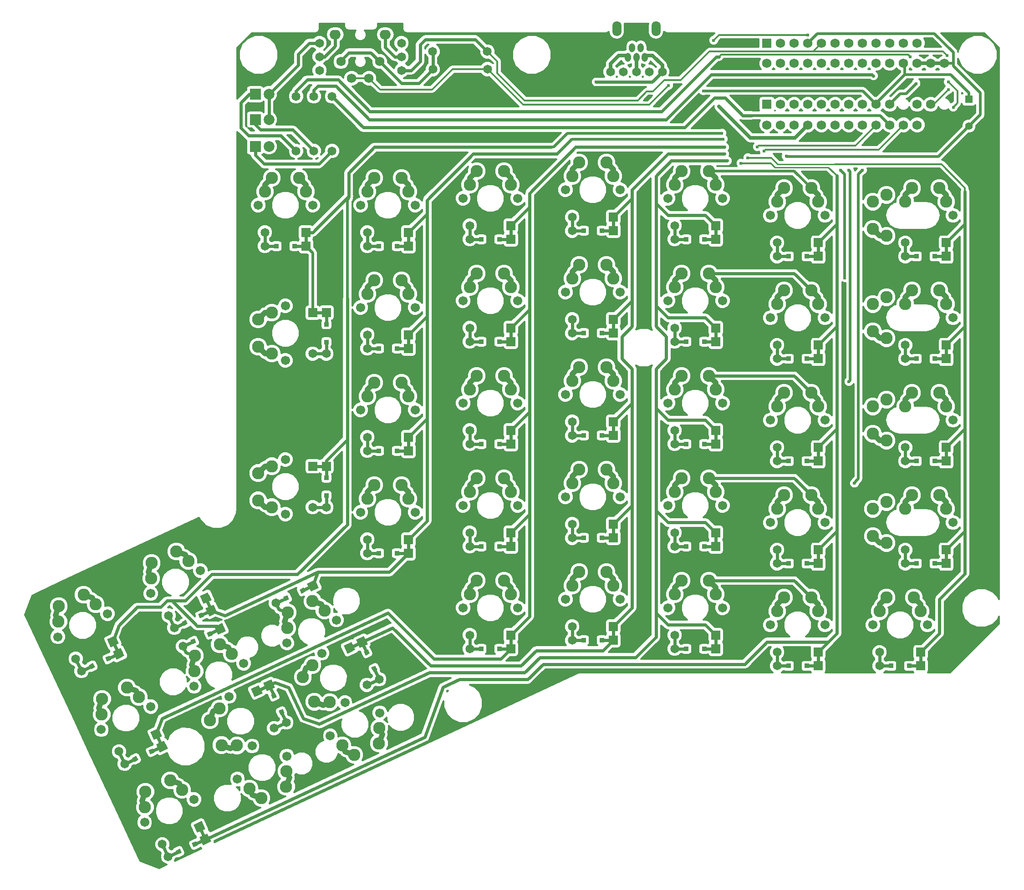
<source format=gbr>
G04 #@! TF.GenerationSoftware,KiCad,Pcbnew,(2017-04-04 revision 5dbfc0233)-makepkg*
G04 #@! TF.CreationDate,2017-04-22T22:17:14+08:00*
G04 #@! TF.ProjectId,ErgoDone,4572676F446F6E652E6B696361645F70,rev?*
G04 #@! TF.FileFunction,Copper,L1,Top,Signal*
G04 #@! TF.FilePolarity,Positive*
%FSLAX46Y46*%
G04 Gerber Fmt 4.6, Leading zero omitted, Abs format (unit mm)*
G04 Created by KiCad (PCBNEW (2017-04-04 revision 5dbfc0233)-makepkg) date 04/22/17 22:17:14*
%MOMM*%
%LPD*%
G01*
G04 APERTURE LIST*
%ADD10C,0.150000*%
%ADD11C,0.609600*%
%ADD12C,1.651000*%
%ADD13C,0.838200*%
%ADD14C,2.286000*%
%ADD15C,1.701800*%
%ADD16R,1.752600X1.752600*%
%ADD17C,1.752600*%
%ADD18O,2.057400X1.752600*%
%ADD19R,1.651000X1.651000*%
%ADD20R,0.838200X0.838200*%
%ADD21R,2.000000X2.000000*%
%ADD22C,2.000000*%
%ADD23O,1.143000X1.651000*%
%ADD24O,1.701800X2.794000*%
%ADD25R,1.400000X1.400000*%
%ADD26C,1.400000*%
%ADD27C,2.283460*%
%ADD28C,2.280920*%
%ADD29C,0.609600*%
%ADD30C,0.304800*%
%ADD31C,0.254000*%
%ADD32C,0.508000*%
%ADD33C,1.016000*%
%ADD34C,0.406400*%
%ADD35C,0.812800*%
%ADD36C,0.711200*%
G04 APERTURE END LIST*
D10*
D11*
X53341367Y-147187736D02*
X55286576Y-146280670D01*
X58302224Y-144874450D02*
X60247433Y-143967384D01*
X70605747Y-139135936D02*
X72550956Y-138228870D01*
X75566604Y-136822650D02*
X77511813Y-135915584D01*
X68580000Y-72720200D02*
X70726300Y-72720200D01*
X74053700Y-72720200D02*
X76200000Y-72720200D01*
X80010000Y-92720160D02*
X80010000Y-90573860D01*
X80010000Y-87246460D02*
X80010000Y-85100160D01*
X80010000Y-121295160D02*
X80010000Y-119148860D01*
X80010000Y-115821460D02*
X80010000Y-113675160D01*
X182880000Y-150822660D02*
X185026300Y-150822660D01*
X188353700Y-150822660D02*
X190500000Y-150822660D01*
X87630000Y-91767660D02*
X89776300Y-91767660D01*
X93103700Y-91767660D02*
X95250000Y-91767660D01*
X42515518Y-169049321D02*
X44460727Y-168142255D01*
X47476375Y-166736035D02*
X49421584Y-165828970D01*
X50567318Y-186316241D02*
X52512527Y-185409175D01*
X55528175Y-184002955D02*
X57473384Y-183095890D01*
X34466258Y-151784941D02*
X36411467Y-150877875D01*
X39427115Y-149471655D02*
X41372324Y-148564590D01*
X51730638Y-143735681D02*
X53675847Y-142828615D01*
X56691495Y-141422395D02*
X58636704Y-140515330D01*
X163830000Y-74625200D02*
X165976300Y-74625200D01*
X169303700Y-74625200D02*
X171450000Y-74625200D01*
X144780000Y-71447660D02*
X146926300Y-71447660D01*
X150253700Y-71447660D02*
X152400000Y-71447660D01*
X125730000Y-69850000D02*
X127876300Y-69850000D01*
X131203700Y-69850000D02*
X133350000Y-69850000D01*
X106680000Y-71447660D02*
X108826300Y-71447660D01*
X112153700Y-71447660D02*
X114300000Y-71447660D01*
X144780000Y-147647660D02*
X146926300Y-147647660D01*
X150253700Y-147647660D02*
X152400000Y-147647660D01*
X163830000Y-93672660D02*
X165976300Y-93672660D01*
X169303700Y-93672660D02*
X171450000Y-93672660D01*
X125730000Y-88900000D02*
X127876300Y-88900000D01*
X131203700Y-88900000D02*
X133350000Y-88900000D01*
X106680000Y-90497660D02*
X108826300Y-90497660D01*
X112153700Y-90497660D02*
X114300000Y-90497660D01*
X163830000Y-112722660D02*
X165976300Y-112722660D01*
X169303700Y-112722660D02*
X171450000Y-112722660D01*
X144780000Y-109547660D02*
X146926300Y-109547660D01*
X150253700Y-109547660D02*
X152400000Y-109547660D01*
X125730000Y-107950000D02*
X127876300Y-107950000D01*
X131203700Y-107950000D02*
X133350000Y-107950000D01*
X106680000Y-109547660D02*
X108826300Y-109547660D01*
X112153700Y-109547660D02*
X114300000Y-109547660D01*
X87630000Y-110817660D02*
X89776300Y-110817660D01*
X93103700Y-110817660D02*
X95250000Y-110817660D01*
X163830000Y-131772660D02*
X165976300Y-131772660D01*
X169303700Y-131772660D02*
X171450000Y-131772660D01*
X144780000Y-128597660D02*
X146926300Y-128597660D01*
X150253700Y-128597660D02*
X152400000Y-128597660D01*
X125730000Y-127000000D02*
X127876300Y-127000000D01*
X131203700Y-127000000D02*
X133350000Y-127000000D01*
X106680000Y-128597660D02*
X108826300Y-128597660D01*
X112153700Y-128597660D02*
X114300000Y-128597660D01*
X87630000Y-129867660D02*
X89776300Y-129867660D01*
X93103700Y-129867660D02*
X95250000Y-129867660D01*
X163830000Y-150822660D02*
X165976300Y-150822660D01*
X169303700Y-150822660D02*
X171450000Y-150822660D01*
X125730000Y-146050000D02*
X127876300Y-146050000D01*
X131203700Y-146050000D02*
X133350000Y-146050000D01*
X106680000Y-147647660D02*
X108826300Y-147647660D01*
X112153700Y-147647660D02*
X114300000Y-147647660D01*
X89819101Y-153298162D02*
X88912035Y-151352953D01*
X87505815Y-148337305D02*
X86598750Y-146392096D01*
X72554721Y-161349962D02*
X71647655Y-159404753D01*
X70241435Y-156389105D02*
X69334370Y-154443896D01*
X144780000Y-90497660D02*
X146926300Y-90497660D01*
X150253700Y-90497660D02*
X152400000Y-90497660D01*
X87630000Y-72720200D02*
X89776300Y-72720200D01*
X93103700Y-72720200D02*
X95250000Y-72720200D01*
X187642500Y-131772660D02*
X189788800Y-131772660D01*
X193116200Y-131772660D02*
X195262500Y-131772660D01*
X187642500Y-112722660D02*
X189788800Y-112722660D01*
X193116200Y-112722660D02*
X195262500Y-112722660D01*
X187642500Y-93672660D02*
X189788800Y-93672660D01*
X193116200Y-93672660D02*
X195262500Y-93672660D01*
X187642500Y-74625200D02*
X189788800Y-74625200D01*
X193116200Y-74625200D02*
X195262500Y-74625200D01*
D12*
X78740000Y-40005000D03*
X78740000Y-37465000D03*
X78740000Y-34925000D03*
X93980000Y-40005000D03*
X93980000Y-37465000D03*
X93980000Y-34925000D03*
X53341367Y-147187736D03*
D13*
X55286576Y-146280670D03*
D10*
G36*
X55083862Y-146837623D02*
X54729623Y-146077956D01*
X55489290Y-145723717D01*
X55843529Y-146483384D01*
X55083862Y-146837623D01*
X55083862Y-146837623D01*
G37*
D12*
X60247433Y-143967384D03*
D10*
G36*
X59848147Y-145064412D02*
X59150405Y-143568098D01*
X60646719Y-142870356D01*
X61344461Y-144366670D01*
X59848147Y-145064412D01*
X59848147Y-145064412D01*
G37*
D13*
X58302224Y-144874450D03*
D10*
G36*
X58099510Y-145431403D02*
X57745271Y-144671736D01*
X58504938Y-144317497D01*
X58859177Y-145077164D01*
X58099510Y-145431403D01*
X58099510Y-145431403D01*
G37*
D12*
X70605747Y-139135936D03*
D13*
X72550956Y-138228870D03*
D10*
G36*
X72348242Y-138785823D02*
X71994003Y-138026156D01*
X72753670Y-137671917D01*
X73107909Y-138431584D01*
X72348242Y-138785823D01*
X72348242Y-138785823D01*
G37*
D12*
X77511813Y-135915584D03*
D10*
G36*
X77112527Y-137012612D02*
X76414785Y-135516298D01*
X77911099Y-134818556D01*
X78608841Y-136314870D01*
X77112527Y-137012612D01*
X77112527Y-137012612D01*
G37*
D13*
X75566604Y-136822650D03*
D10*
G36*
X75363890Y-137379603D02*
X75009651Y-136619936D01*
X75769318Y-136265697D01*
X76123557Y-137025364D01*
X75363890Y-137379603D01*
X75363890Y-137379603D01*
G37*
D14*
X77434621Y-138754526D03*
X72753017Y-143740174D03*
D15*
X72675456Y-146578921D03*
X81883544Y-142285119D03*
D14*
X79659082Y-140519823D03*
X72830577Y-140901427D03*
X60170241Y-146806326D03*
X55488637Y-151791974D03*
D15*
X55411076Y-154630721D03*
X64619164Y-150336919D03*
D14*
X62394702Y-148571623D03*
X55566197Y-148953227D03*
X85176179Y-167376434D03*
X89857783Y-162390786D03*
D15*
X89935344Y-159552039D03*
X80727256Y-163845841D03*
D14*
X82951718Y-165611137D03*
X89780223Y-165229533D03*
X67909259Y-175425694D03*
X72590863Y-170440046D03*
D15*
X72668424Y-167601299D03*
X63460336Y-171895101D03*
D14*
X65684798Y-173660397D03*
X72513303Y-173278793D03*
D12*
X74365000Y-44845000D03*
X74365000Y-55005000D03*
X77665000Y-44845000D03*
X77665000Y-55005000D03*
X81065000Y-44845000D03*
X81065000Y-55005000D03*
X99785000Y-36505000D03*
X109945000Y-36505000D03*
X99792000Y-39791000D03*
X109952000Y-39791000D03*
D16*
X161925000Y-34925000D03*
D17*
X164465000Y-34925000D03*
X167005000Y-34925000D03*
X169545000Y-34925000D03*
X172085000Y-34925000D03*
X174625000Y-34925000D03*
X177165000Y-34925000D03*
X179705000Y-34925000D03*
X182245000Y-34925000D03*
X184785000Y-34925000D03*
X187325000Y-34925000D03*
X189865000Y-34925000D03*
X189865000Y-50165000D03*
X187325000Y-50165000D03*
X184785000Y-50165000D03*
X182245000Y-50165000D03*
X179705000Y-50165000D03*
X177165000Y-50165000D03*
X174625000Y-50165000D03*
X167005000Y-50165000D03*
X164465000Y-50165000D03*
X161925000Y-50165000D03*
X172085000Y-50165000D03*
X169545000Y-50165000D03*
D18*
X90957400Y-33375600D03*
D17*
X82702400Y-38379400D03*
X87909400Y-41478200D03*
D18*
X81661000Y-33375600D03*
D17*
X84709000Y-41478200D03*
X89916000Y-38379400D03*
D14*
X74930000Y-60020200D03*
X68580000Y-62560200D03*
D15*
X67310000Y-65100200D03*
X77470000Y-65100200D03*
D14*
X76200000Y-62560200D03*
X69850000Y-60020200D03*
D12*
X68580000Y-70180200D03*
D19*
X76200000Y-70180200D03*
D12*
X68580000Y-72720200D03*
D19*
X76200000Y-72720200D03*
D20*
X70726300Y-72720200D03*
X74053700Y-72720200D03*
D14*
X67310000Y-86370160D03*
X69850000Y-92720160D03*
D15*
X72390000Y-93990160D03*
X72390000Y-83830160D03*
D14*
X69850000Y-85100160D03*
X67310000Y-91450160D03*
D12*
X77470000Y-92720160D03*
D19*
X77470000Y-85100160D03*
D12*
X80010000Y-92720160D03*
D19*
X80010000Y-85100160D03*
D20*
X80010000Y-90573860D03*
X80010000Y-87246460D03*
D14*
X67310000Y-114945160D03*
X69850000Y-121295160D03*
D15*
X72390000Y-122565160D03*
X72390000Y-112405160D03*
D14*
X69850000Y-113675160D03*
X67310000Y-120025160D03*
D12*
X77470000Y-121295160D03*
D19*
X77470000Y-113675160D03*
D12*
X80010000Y-121295160D03*
D19*
X80010000Y-113675160D03*
D20*
X80010000Y-119148860D03*
X80010000Y-115821460D03*
D14*
X189230000Y-138122660D03*
X182880000Y-140662660D03*
D15*
X181610000Y-143202660D03*
X191770000Y-143202660D03*
D14*
X190500000Y-140662660D03*
X184150000Y-138122660D03*
D12*
X182880000Y-148282660D03*
D19*
X190500000Y-148282660D03*
D12*
X182880000Y-150822660D03*
D19*
X190500000Y-150822660D03*
D20*
X185026300Y-150822660D03*
X188353700Y-150822660D03*
D14*
X93980000Y-79067660D03*
X87630000Y-81607660D03*
D15*
X86360000Y-84147660D03*
X96520000Y-84147660D03*
D14*
X95250000Y-81607660D03*
X88900000Y-79067660D03*
D12*
X87630000Y-89227660D03*
D19*
X95250000Y-89227660D03*
D12*
X87630000Y-91767660D03*
D19*
X95250000Y-91767660D03*
D20*
X89776300Y-91767660D03*
X93103700Y-91767660D03*
D14*
X42903321Y-154855586D03*
X38221717Y-159841234D03*
D15*
X38144156Y-162679981D03*
X47352244Y-158386179D03*
D14*
X45127782Y-156620883D03*
X38299277Y-157002487D03*
D12*
X41442068Y-166747299D03*
X48348133Y-163526948D03*
D10*
G36*
X47948847Y-164623976D02*
X47251105Y-163127662D01*
X48747419Y-162429920D01*
X49445161Y-163926234D01*
X47948847Y-164623976D01*
X47948847Y-164623976D01*
G37*
D12*
X42515518Y-169049321D03*
X49421584Y-165828970D03*
D10*
G36*
X49022298Y-166925998D02*
X48324556Y-165429684D01*
X49820870Y-164731942D01*
X50518612Y-166228256D01*
X49022298Y-166925998D01*
X49022298Y-166925998D01*
G37*
D13*
X44460727Y-168142255D03*
D10*
G36*
X44258013Y-168699208D02*
X43903774Y-167939541D01*
X44663441Y-167585302D01*
X45017680Y-168344969D01*
X44258013Y-168699208D01*
X44258013Y-168699208D01*
G37*
D13*
X47476375Y-166736035D03*
D10*
G36*
X47273661Y-167292988D02*
X46919422Y-166533321D01*
X47679089Y-166179082D01*
X48033328Y-166938749D01*
X47273661Y-167292988D01*
X47273661Y-167292988D01*
G37*
D14*
X50955121Y-172122506D03*
X46273517Y-177108154D03*
D15*
X46195956Y-179946901D03*
X55404044Y-175653099D03*
D14*
X53179582Y-173887803D03*
X46351077Y-174269407D03*
D12*
X49493868Y-184014219D03*
X56399933Y-180793868D03*
D10*
G36*
X56000647Y-181890896D02*
X55302905Y-180394582D01*
X56799219Y-179696840D01*
X57496961Y-181193154D01*
X56000647Y-181890896D01*
X56000647Y-181890896D01*
G37*
D12*
X50567318Y-186316241D03*
X57473384Y-183095890D03*
D10*
G36*
X57074098Y-184192918D02*
X56376356Y-182696604D01*
X57872670Y-181998862D01*
X58570412Y-183495176D01*
X57074098Y-184192918D01*
X57074098Y-184192918D01*
G37*
D13*
X52512527Y-185409175D03*
D10*
G36*
X52309813Y-185966128D02*
X51955574Y-185206461D01*
X52715241Y-184852222D01*
X53069480Y-185611889D01*
X52309813Y-185966128D01*
X52309813Y-185966128D01*
G37*
D13*
X55528175Y-184002955D03*
D10*
G36*
X55325461Y-184559908D02*
X54971222Y-183800241D01*
X55730889Y-183446002D01*
X56085128Y-184205669D01*
X55325461Y-184559908D01*
X55325461Y-184559908D01*
G37*
D14*
X34854061Y-137591206D03*
X30172457Y-142576854D03*
D15*
X30094896Y-145415601D03*
X39302984Y-141121799D03*
D14*
X37078522Y-139356503D03*
X30250017Y-139738107D03*
D12*
X33392808Y-149482919D03*
X40298873Y-146262568D03*
D10*
G36*
X39899587Y-147359596D02*
X39201845Y-145863282D01*
X40698159Y-145165540D01*
X41395901Y-146661854D01*
X39899587Y-147359596D01*
X39899587Y-147359596D01*
G37*
D12*
X34466258Y-151784941D03*
X41372324Y-148564590D03*
D10*
G36*
X40973038Y-149661618D02*
X40275296Y-148165304D01*
X41771610Y-147467562D01*
X42469352Y-148963876D01*
X40973038Y-149661618D01*
X40973038Y-149661618D01*
G37*
D13*
X36411467Y-150877875D03*
D10*
G36*
X36208753Y-151434828D02*
X35854514Y-150675161D01*
X36614181Y-150320922D01*
X36968420Y-151080589D01*
X36208753Y-151434828D01*
X36208753Y-151434828D01*
G37*
D13*
X39427115Y-149471655D03*
D10*
G36*
X39224401Y-150028608D02*
X38870162Y-149268941D01*
X39629829Y-148914702D01*
X39984068Y-149674369D01*
X39224401Y-150028608D01*
X39224401Y-150028608D01*
G37*
D14*
X52118441Y-129541946D03*
X47436837Y-134527594D03*
D15*
X47359276Y-137366341D03*
X56567364Y-133072539D03*
D14*
X54342902Y-131307243D03*
X47514397Y-131688847D03*
D12*
X50657188Y-141433659D03*
X57563253Y-138213308D03*
D10*
G36*
X57163967Y-139310336D02*
X56466225Y-137814022D01*
X57962539Y-137116280D01*
X58660281Y-138612594D01*
X57163967Y-139310336D01*
X57163967Y-139310336D01*
G37*
D12*
X51730638Y-143735681D03*
X58636704Y-140515330D03*
D10*
G36*
X58237418Y-141612358D02*
X57539676Y-140116044D01*
X59035990Y-139418302D01*
X59733732Y-140914616D01*
X58237418Y-141612358D01*
X58237418Y-141612358D01*
G37*
D13*
X53675847Y-142828615D03*
D10*
G36*
X53473133Y-143385568D02*
X53118894Y-142625901D01*
X53878561Y-142271662D01*
X54232800Y-143031329D01*
X53473133Y-143385568D01*
X53473133Y-143385568D01*
G37*
D13*
X56691495Y-141422395D03*
D10*
G36*
X56488781Y-141979348D02*
X56134542Y-141219681D01*
X56894209Y-140865442D01*
X57248448Y-141625109D01*
X56488781Y-141979348D01*
X56488781Y-141979348D01*
G37*
D14*
X170180000Y-61925200D03*
X163830000Y-64465200D03*
D15*
X162560000Y-67005200D03*
X172720000Y-67005200D03*
D14*
X171450000Y-64465200D03*
X165100000Y-61925200D03*
D12*
X163830000Y-72085200D03*
D19*
X171450000Y-72085200D03*
D12*
X163830000Y-74625200D03*
D19*
X171450000Y-74625200D03*
D20*
X165976300Y-74625200D03*
X169303700Y-74625200D03*
D14*
X151130000Y-58747660D03*
X144780000Y-61287660D03*
D15*
X143510000Y-63827660D03*
X153670000Y-63827660D03*
D14*
X152400000Y-61287660D03*
X146050000Y-58747660D03*
D12*
X144780000Y-68907660D03*
D19*
X152400000Y-68907660D03*
D12*
X144780000Y-71447660D03*
D19*
X152400000Y-71447660D03*
D20*
X146926300Y-71447660D03*
X150253700Y-71447660D03*
D14*
X132080000Y-57150000D03*
X125730000Y-59690000D03*
D15*
X124460000Y-62230000D03*
X134620000Y-62230000D03*
D14*
X133350000Y-59690000D03*
X127000000Y-57150000D03*
D12*
X125730000Y-67310000D03*
D19*
X133350000Y-67310000D03*
D12*
X125730000Y-69850000D03*
D19*
X133350000Y-69850000D03*
D20*
X127876300Y-69850000D03*
X131203700Y-69850000D03*
D14*
X113030000Y-58747660D03*
X106680000Y-61287660D03*
D15*
X105410000Y-63827660D03*
X115570000Y-63827660D03*
D14*
X114300000Y-61287660D03*
X107950000Y-58747660D03*
D12*
X106680000Y-68907660D03*
D19*
X114300000Y-68907660D03*
D12*
X106680000Y-71447660D03*
D19*
X114300000Y-71447660D03*
D20*
X108826300Y-71447660D03*
X112153700Y-71447660D03*
D14*
X151130000Y-134947660D03*
X144780000Y-137487660D03*
D15*
X143510000Y-140027660D03*
X153670000Y-140027660D03*
D14*
X152400000Y-137487660D03*
X146050000Y-134947660D03*
D12*
X144780000Y-145107660D03*
D19*
X152400000Y-145107660D03*
D12*
X144780000Y-147647660D03*
D19*
X152400000Y-147647660D03*
D20*
X146926300Y-147647660D03*
X150253700Y-147647660D03*
D14*
X170180000Y-80972660D03*
X163830000Y-83512660D03*
D15*
X162560000Y-86052660D03*
X172720000Y-86052660D03*
D14*
X171450000Y-83512660D03*
X165100000Y-80972660D03*
D12*
X163830000Y-91132660D03*
D19*
X171450000Y-91132660D03*
D12*
X163830000Y-93672660D03*
D19*
X171450000Y-93672660D03*
D20*
X165976300Y-93672660D03*
X169303700Y-93672660D03*
D14*
X132080000Y-76200000D03*
X125730000Y-78740000D03*
D15*
X124460000Y-81280000D03*
X134620000Y-81280000D03*
D14*
X133350000Y-78740000D03*
X127000000Y-76200000D03*
D12*
X125730000Y-86360000D03*
D19*
X133350000Y-86360000D03*
D12*
X125730000Y-88900000D03*
D19*
X133350000Y-88900000D03*
D20*
X127876300Y-88900000D03*
X131203700Y-88900000D03*
D14*
X113030000Y-77797660D03*
X106680000Y-80337660D03*
D15*
X105410000Y-82877660D03*
X115570000Y-82877660D03*
D14*
X114300000Y-80337660D03*
X107950000Y-77797660D03*
D12*
X106680000Y-87957660D03*
D19*
X114300000Y-87957660D03*
D12*
X106680000Y-90497660D03*
D19*
X114300000Y-90497660D03*
D20*
X108826300Y-90497660D03*
X112153700Y-90497660D03*
D14*
X170180000Y-100022660D03*
X163830000Y-102562660D03*
D15*
X162560000Y-105102660D03*
X172720000Y-105102660D03*
D14*
X171450000Y-102562660D03*
X165100000Y-100022660D03*
D12*
X163830000Y-110182660D03*
D19*
X171450000Y-110182660D03*
D12*
X163830000Y-112722660D03*
D19*
X171450000Y-112722660D03*
D20*
X165976300Y-112722660D03*
X169303700Y-112722660D03*
D14*
X151130000Y-96847660D03*
X144780000Y-99387660D03*
D15*
X143510000Y-101927660D03*
X153670000Y-101927660D03*
D14*
X152400000Y-99387660D03*
X146050000Y-96847660D03*
D12*
X144780000Y-107007660D03*
D19*
X152400000Y-107007660D03*
D12*
X144780000Y-109547660D03*
D19*
X152400000Y-109547660D03*
D20*
X146926300Y-109547660D03*
X150253700Y-109547660D03*
D14*
X132080000Y-95250000D03*
X125730000Y-97790000D03*
D15*
X124460000Y-100330000D03*
X134620000Y-100330000D03*
D14*
X133350000Y-97790000D03*
X127000000Y-95250000D03*
D12*
X125730000Y-105410000D03*
D19*
X133350000Y-105410000D03*
D12*
X125730000Y-107950000D03*
D19*
X133350000Y-107950000D03*
D20*
X127876300Y-107950000D03*
X131203700Y-107950000D03*
D14*
X113030000Y-96847660D03*
X106680000Y-99387660D03*
D15*
X105410000Y-101927660D03*
X115570000Y-101927660D03*
D14*
X114300000Y-99387660D03*
X107950000Y-96847660D03*
D12*
X106680000Y-107007660D03*
D19*
X114300000Y-107007660D03*
D12*
X106680000Y-109547660D03*
D19*
X114300000Y-109547660D03*
D20*
X108826300Y-109547660D03*
X112153700Y-109547660D03*
D14*
X93980000Y-98117660D03*
X87630000Y-100657660D03*
D15*
X86360000Y-103197660D03*
X96520000Y-103197660D03*
D14*
X95250000Y-100657660D03*
X88900000Y-98117660D03*
D12*
X87630000Y-108277660D03*
D19*
X95250000Y-108277660D03*
D12*
X87630000Y-110817660D03*
D19*
X95250000Y-110817660D03*
D20*
X89776300Y-110817660D03*
X93103700Y-110817660D03*
D14*
X170180000Y-119072660D03*
X163830000Y-121612660D03*
D15*
X162560000Y-124152660D03*
X172720000Y-124152660D03*
D14*
X171450000Y-121612660D03*
X165100000Y-119072660D03*
D12*
X163830000Y-129232660D03*
D19*
X171450000Y-129232660D03*
D12*
X163830000Y-131772660D03*
D19*
X171450000Y-131772660D03*
D20*
X165976300Y-131772660D03*
X169303700Y-131772660D03*
D14*
X151130000Y-115897660D03*
X144780000Y-118437660D03*
D15*
X143510000Y-120977660D03*
X153670000Y-120977660D03*
D14*
X152400000Y-118437660D03*
X146050000Y-115897660D03*
D12*
X144780000Y-126057660D03*
D19*
X152400000Y-126057660D03*
D12*
X144780000Y-128597660D03*
D19*
X152400000Y-128597660D03*
D20*
X146926300Y-128597660D03*
X150253700Y-128597660D03*
D14*
X132080000Y-114300000D03*
X125730000Y-116840000D03*
D15*
X124460000Y-119380000D03*
X134620000Y-119380000D03*
D14*
X133350000Y-116840000D03*
X127000000Y-114300000D03*
D12*
X125730000Y-124460000D03*
D19*
X133350000Y-124460000D03*
D12*
X125730000Y-127000000D03*
D19*
X133350000Y-127000000D03*
D20*
X127876300Y-127000000D03*
X131203700Y-127000000D03*
D14*
X113030000Y-115897660D03*
X106680000Y-118437660D03*
D15*
X105410000Y-120977660D03*
X115570000Y-120977660D03*
D14*
X114300000Y-118437660D03*
X107950000Y-115897660D03*
D12*
X106680000Y-126057660D03*
D19*
X114300000Y-126057660D03*
D12*
X106680000Y-128597660D03*
D19*
X114300000Y-128597660D03*
D20*
X108826300Y-128597660D03*
X112153700Y-128597660D03*
D14*
X93980000Y-117167660D03*
X87630000Y-119707660D03*
D15*
X86360000Y-122247660D03*
X96520000Y-122247660D03*
D14*
X95250000Y-119707660D03*
X88900000Y-117167660D03*
D12*
X87630000Y-127327660D03*
D19*
X95250000Y-127327660D03*
D12*
X87630000Y-129867660D03*
D19*
X95250000Y-129867660D03*
D20*
X89776300Y-129867660D03*
X93103700Y-129867660D03*
D14*
X170180000Y-138122660D03*
X163830000Y-140662660D03*
D15*
X162560000Y-143202660D03*
X172720000Y-143202660D03*
D14*
X171450000Y-140662660D03*
X165100000Y-138122660D03*
D12*
X163830000Y-148282660D03*
D19*
X171450000Y-148282660D03*
D12*
X163830000Y-150822660D03*
D19*
X171450000Y-150822660D03*
D20*
X165976300Y-150822660D03*
X169303700Y-150822660D03*
D14*
X132080000Y-133350000D03*
X125730000Y-135890000D03*
D15*
X124460000Y-138430000D03*
X134620000Y-138430000D03*
D14*
X133350000Y-135890000D03*
X127000000Y-133350000D03*
D12*
X125730000Y-143510000D03*
D19*
X133350000Y-143510000D03*
D12*
X125730000Y-146050000D03*
D19*
X133350000Y-146050000D03*
D20*
X127876300Y-146050000D03*
X131203700Y-146050000D03*
D14*
X113030000Y-134947660D03*
X106680000Y-137487660D03*
D15*
X105410000Y-140027660D03*
X115570000Y-140027660D03*
D14*
X114300000Y-137487660D03*
X107950000Y-134947660D03*
D12*
X106680000Y-145107660D03*
D19*
X114300000Y-145107660D03*
D12*
X106680000Y-147647660D03*
D19*
X114300000Y-147647660D03*
D20*
X108826300Y-147647660D03*
X112153700Y-147647660D03*
D14*
X75625366Y-152910359D03*
X80611014Y-157591963D03*
D15*
X83449761Y-157669524D03*
X79155959Y-148461436D03*
D14*
X77390663Y-150685898D03*
X77772267Y-157514403D03*
D12*
X87517079Y-154371612D03*
X84296728Y-147465547D03*
D10*
G36*
X85393756Y-147864833D02*
X83897442Y-148562575D01*
X83199700Y-147066261D01*
X84696014Y-146368519D01*
X85393756Y-147864833D01*
X85393756Y-147864833D01*
G37*
D12*
X89819101Y-153298162D03*
X86598750Y-146392096D03*
D10*
G36*
X87695778Y-146791382D02*
X86199464Y-147489124D01*
X85501722Y-145992810D01*
X86998036Y-145295068D01*
X87695778Y-146791382D01*
X87695778Y-146791382D01*
G37*
D13*
X88912035Y-151352953D03*
D10*
G36*
X89468988Y-151555667D02*
X88709321Y-151909906D01*
X88355082Y-151150239D01*
X89114749Y-150796000D01*
X89468988Y-151555667D01*
X89468988Y-151555667D01*
G37*
D13*
X87505815Y-148337305D03*
D10*
G36*
X88062768Y-148540019D02*
X87303101Y-148894258D01*
X86948862Y-148134591D01*
X87708529Y-147780352D01*
X88062768Y-148540019D01*
X88062768Y-148540019D01*
G37*
D14*
X58360986Y-160962159D03*
X63346634Y-165643763D03*
D15*
X66185381Y-165721324D03*
X61891579Y-156513236D03*
D14*
X60126283Y-158737698D03*
X60507887Y-165566203D03*
D12*
X70252699Y-162423412D03*
X67032348Y-155517347D03*
D10*
G36*
X68129376Y-155916633D02*
X66633062Y-156614375D01*
X65935320Y-155118061D01*
X67431634Y-154420319D01*
X68129376Y-155916633D01*
X68129376Y-155916633D01*
G37*
D12*
X72554721Y-161349962D03*
X69334370Y-154443896D03*
D10*
G36*
X70431398Y-154843182D02*
X68935084Y-155540924D01*
X68237342Y-154044610D01*
X69733656Y-153346868D01*
X70431398Y-154843182D01*
X70431398Y-154843182D01*
G37*
D13*
X71647655Y-159404753D03*
D10*
G36*
X72204608Y-159607467D02*
X71444941Y-159961706D01*
X71090702Y-159202039D01*
X71850369Y-158847800D01*
X72204608Y-159607467D01*
X72204608Y-159607467D01*
G37*
D13*
X70241435Y-156389105D03*
D10*
G36*
X70798388Y-156591819D02*
X70038721Y-156946058D01*
X69684482Y-156186391D01*
X70444149Y-155832152D01*
X70798388Y-156591819D01*
X70798388Y-156591819D01*
G37*
D14*
X151130000Y-77797660D03*
X144780000Y-80337660D03*
D15*
X143510000Y-82877660D03*
X153670000Y-82877660D03*
D14*
X152400000Y-80337660D03*
X146050000Y-77797660D03*
D12*
X144780000Y-87957660D03*
D19*
X152400000Y-87957660D03*
D12*
X144780000Y-90497660D03*
D19*
X152400000Y-90497660D03*
D20*
X146926300Y-90497660D03*
X150253700Y-90497660D03*
D14*
X93980000Y-60020200D03*
X87630000Y-62560200D03*
D15*
X86360000Y-65100200D03*
X96520000Y-65100200D03*
D14*
X95250000Y-62560200D03*
X88900000Y-60020200D03*
D12*
X87630000Y-70180200D03*
D19*
X95250000Y-70180200D03*
D12*
X87630000Y-72720200D03*
D19*
X95250000Y-72720200D03*
D20*
X89776300Y-72720200D03*
X93103700Y-72720200D03*
D17*
X164450000Y-46330000D03*
X166990000Y-46330000D03*
X169530000Y-46330000D03*
X172070000Y-46330000D03*
X174610000Y-46330000D03*
X177150000Y-46330000D03*
X179690000Y-46330000D03*
X182230000Y-46330000D03*
X184770000Y-46330000D03*
X189850000Y-46330000D03*
X192390000Y-46330000D03*
D16*
X161910000Y-46330000D03*
D17*
X194930000Y-38710000D03*
X192390000Y-38710000D03*
X189850000Y-38710000D03*
X187310000Y-38710000D03*
X184770000Y-38710000D03*
X182230000Y-38710000D03*
X179690000Y-38710000D03*
X177150000Y-38710000D03*
X174610000Y-38710000D03*
X172070000Y-38710000D03*
X169530000Y-38710000D03*
X166990000Y-38710000D03*
X164450000Y-38710000D03*
X161910000Y-38710000D03*
D21*
X66775000Y-44455000D03*
D22*
X69315000Y-44455000D03*
D21*
X66775000Y-49165000D03*
D22*
X69315000Y-49165000D03*
D21*
X66775000Y-54165000D03*
D22*
X69315000Y-54165000D03*
D23*
X136042400Y-37553900D03*
X136842500Y-35806380D03*
X137642600Y-37553900D03*
X138442700Y-35806380D03*
X139242800Y-37553900D03*
D24*
X141290040Y-32230060D03*
X133995160Y-32230060D03*
D12*
X135229600Y-40259000D03*
X132816600Y-40259000D03*
X137642600Y-40259000D03*
X142468600Y-40259000D03*
X140055600Y-40259000D03*
D25*
X199475000Y-45375000D03*
D26*
X199475000Y-50375000D03*
D14*
X193992500Y-119072660D03*
X187642500Y-121612660D03*
D15*
X196532500Y-124152660D03*
D27*
X195262500Y-121612660D03*
D14*
X188912500Y-119072660D03*
D12*
X187642500Y-129232660D03*
D19*
X195262500Y-129232660D03*
D12*
X187642500Y-131772660D03*
D19*
X195262500Y-131772660D03*
D20*
X189788800Y-131772660D03*
X193116200Y-131772660D03*
D28*
X181610000Y-121612660D03*
X184150000Y-120342660D03*
X184150000Y-127962660D03*
X181610000Y-126692660D03*
D14*
X193992500Y-100022660D03*
X187642500Y-102562660D03*
D15*
X196532500Y-105102660D03*
D27*
X195262500Y-102562660D03*
D14*
X188912500Y-100022660D03*
D12*
X187642500Y-110182660D03*
D19*
X195262500Y-110182660D03*
D12*
X187642500Y-112722660D03*
D19*
X195262500Y-112722660D03*
D20*
X189788800Y-112722660D03*
X193116200Y-112722660D03*
D28*
X181610000Y-102562660D03*
X184150000Y-101292660D03*
X184150000Y-108912660D03*
X181610000Y-107642660D03*
D14*
X193992500Y-80972660D03*
X187642500Y-83512660D03*
D15*
X196532500Y-86052660D03*
D27*
X195262500Y-83512660D03*
D14*
X188912500Y-80972660D03*
D12*
X187642500Y-91132660D03*
D19*
X195262500Y-91132660D03*
D12*
X187642500Y-93672660D03*
D19*
X195262500Y-93672660D03*
D20*
X189788800Y-93672660D03*
X193116200Y-93672660D03*
D28*
X181610000Y-83512660D03*
X184150000Y-82242660D03*
X184150000Y-89862660D03*
X181610000Y-88592660D03*
D14*
X193992500Y-61925200D03*
X187642500Y-64465200D03*
D15*
X196532500Y-67005200D03*
D27*
X195262500Y-64465200D03*
D14*
X188912500Y-61925200D03*
D12*
X187642500Y-72085200D03*
D19*
X195262500Y-72085200D03*
D12*
X187642500Y-74625200D03*
D19*
X195262500Y-74625200D03*
D20*
X189788800Y-74625200D03*
X193116200Y-74625200D03*
D28*
X181610000Y-64465200D03*
X184150000Y-63195200D03*
X184150000Y-70815200D03*
X181610000Y-69545200D03*
D29*
X158369000Y-56261000D03*
X157099000Y-57277000D03*
X154051000Y-55562500D03*
X154559000Y-56832500D03*
X154051000Y-54292500D03*
X153797000Y-52800000D03*
X153543000Y-51689000D03*
X188595000Y-37465000D03*
X196565000Y-46865000D03*
X195665000Y-42165000D03*
X181737000Y-41021000D03*
X161417000Y-54991000D03*
X160147000Y-54229000D03*
X179705000Y-58547000D03*
X178181000Y-116840000D03*
X177165000Y-97917000D03*
X177165000Y-58547000D03*
X176403000Y-78613000D03*
X175641000Y-58547000D03*
X143637000Y-42799000D03*
X152019000Y-34417000D03*
X169545000Y-33401000D03*
X195707000Y-43561000D03*
X195453000Y-37211000D03*
X130175000Y-42164000D03*
X165495000Y-55975000D03*
X189665000Y-42465000D03*
X153035000Y-46736000D03*
X150114000Y-43815000D03*
D30*
X194381000Y-57475000D02*
X174569000Y-57475000D01*
X198755000Y-62547500D02*
X198755000Y-61849000D01*
X198755000Y-61849000D02*
X194381000Y-57475000D01*
D31*
X163945000Y-57475000D02*
X174569000Y-57475000D01*
X162755000Y-56285000D02*
X163945000Y-57475000D01*
X162755000Y-56261000D02*
X162755000Y-56285000D01*
D11*
X198755000Y-68592700D02*
X198755000Y-62547500D01*
D30*
X162755000Y-56261000D02*
X158369000Y-56261000D01*
D11*
X195262500Y-129232660D02*
X198755000Y-125740160D01*
X195262500Y-91132660D02*
X198755000Y-87640160D01*
X190500000Y-148282660D02*
X190500000Y-150822660D01*
X198755000Y-133664960D02*
X198755000Y-125740160D01*
X195262500Y-110182660D02*
X195262500Y-112722660D01*
X193992500Y-144790160D02*
X193992500Y-138427460D01*
X198755000Y-125740160D02*
X198755000Y-106690160D01*
X193992500Y-138427460D02*
X198755000Y-133664960D01*
X195262500Y-72085200D02*
X198755000Y-68592700D01*
X195262500Y-91132660D02*
X195262500Y-93672660D01*
X195262500Y-110182660D02*
X198755000Y-106690160D01*
X190500000Y-148282660D02*
X193992500Y-144790160D01*
X195262500Y-129232660D02*
X195262500Y-131772660D01*
X198755000Y-106690160D02*
X198755000Y-87640160D01*
X195262500Y-72085200D02*
X195262500Y-74625200D01*
X198755000Y-87640160D02*
X198755000Y-68592700D01*
D31*
X174493000Y-59177000D02*
X174942500Y-59626500D01*
D30*
X162615000Y-57277000D02*
X157099000Y-57277000D01*
D11*
X174942500Y-68580000D02*
X174942500Y-59626500D01*
D30*
X174493000Y-59177000D02*
X173445000Y-58129000D01*
D31*
X162615000Y-57277000D02*
X162660142Y-57277000D01*
X162660142Y-57277000D02*
X163445000Y-58061858D01*
X163445000Y-58061858D02*
X173411858Y-58061858D01*
X173411858Y-58061858D02*
X173445000Y-58095000D01*
X173445000Y-58095000D02*
X173445000Y-58129000D01*
D11*
X98333560Y-164043360D02*
X101711760Y-154759660D01*
X101711760Y-154759660D02*
X104729280Y-153352500D01*
X57472580Y-183095900D02*
X98333560Y-164043360D01*
X174942500Y-144790160D02*
X174942500Y-125740160D01*
X174942500Y-125740160D02*
X174942500Y-106690160D01*
X173360080Y-146372580D02*
X174942500Y-144790160D01*
X171450000Y-91132660D02*
X171450000Y-93672660D01*
X171450000Y-129232660D02*
X171450000Y-131772660D01*
X171450000Y-72085200D02*
X171450000Y-74625200D01*
X171450000Y-110182660D02*
X174942500Y-106690160D01*
X171450000Y-148282660D02*
X171450000Y-150822660D01*
X174942500Y-106690160D02*
X174942500Y-87640160D01*
X56400700Y-180794660D02*
X57472580Y-183095900D01*
X171450000Y-72085200D02*
X171450000Y-72072500D01*
X161919920Y-146372580D02*
X157797500Y-150495000D01*
X171450000Y-91132660D02*
X174942500Y-87640160D01*
X161919920Y-146372580D02*
X173360080Y-146372580D01*
X104729280Y-153352500D02*
X117475000Y-153352500D01*
X120332500Y-150495000D02*
X117475000Y-153352500D01*
X157797500Y-150495000D02*
X120332500Y-150495000D01*
X171450000Y-72072500D02*
X174942500Y-68580000D01*
X171450000Y-129232660D02*
X174942500Y-125740160D01*
X171450000Y-148282660D02*
X173360080Y-146372580D01*
X171450000Y-110182660D02*
X171450000Y-112722660D01*
X174942500Y-68580000D02*
X174942500Y-87640160D01*
X86601300Y-146392900D02*
X92301060Y-143736060D01*
X131445000Y-147955000D02*
X133350000Y-146050000D01*
X92301060Y-143736060D02*
X99377500Y-150812500D01*
X133350000Y-67310000D02*
X136842500Y-63817500D01*
X134937500Y-93662500D02*
X134937500Y-89535000D01*
X133350000Y-105410000D02*
X133350000Y-107950000D01*
X133350000Y-124460000D02*
X136842500Y-120967500D01*
X133350000Y-105410000D02*
X136842500Y-101917500D01*
X136842500Y-140017500D02*
X136842500Y-120967500D01*
X133350000Y-143510000D02*
X133350000Y-146050000D01*
X84297520Y-147464780D02*
X86601300Y-146392900D01*
X131445000Y-147955000D02*
X119062500Y-147955000D01*
X136842500Y-87630000D02*
X136842500Y-82867500D01*
X133350000Y-143510000D02*
X136842500Y-140017500D01*
X133350000Y-124460000D02*
X133350000Y-127000000D01*
X116205000Y-150812500D02*
X99377500Y-150812500D01*
X133350000Y-86360000D02*
X136842500Y-82867500D01*
X119062500Y-147955000D02*
X116205000Y-150812500D01*
X134937500Y-89535000D02*
X136842500Y-87630000D01*
X136842500Y-95567500D02*
X134937500Y-93662500D01*
X133350000Y-67310000D02*
X133350000Y-69850000D01*
X133350000Y-86360000D02*
X133350000Y-88900000D01*
X136842500Y-120967500D02*
X136842500Y-101917500D01*
X136842500Y-101917500D02*
X136842500Y-95567500D01*
X136842500Y-63817500D02*
X136842500Y-62230000D01*
X136842500Y-82867500D02*
X136842500Y-63817500D01*
X136842500Y-62230000D02*
X143510000Y-55562500D01*
X154051000Y-55562500D02*
X143510000Y-55562500D01*
X154559000Y-56832500D02*
X144145000Y-56832500D01*
X144145000Y-56832500D02*
X141287500Y-59690000D01*
X141287500Y-64770000D02*
X141287500Y-59690000D01*
X143510000Y-105092500D02*
X141287500Y-102870000D01*
X143510000Y-143192500D02*
X141287500Y-140970000D01*
X152400000Y-145107660D02*
X150484840Y-143192500D01*
X150484840Y-143192500D02*
X143510000Y-143192500D01*
X143192500Y-93662500D02*
X143192500Y-89535000D01*
X152400000Y-107007660D02*
X150484840Y-105092500D01*
X152400000Y-107007660D02*
X152400000Y-109547660D01*
X141287500Y-87630000D02*
X141287500Y-83820000D01*
X152400000Y-126057660D02*
X150484840Y-124142500D01*
X152400000Y-68907660D02*
X152400000Y-71447660D01*
X152400000Y-68907660D02*
X150484840Y-66992500D01*
X141287500Y-95567500D02*
X143192500Y-93662500D01*
X150484840Y-86042500D02*
X143510000Y-86042500D01*
X141287500Y-140970000D02*
X141287500Y-121920000D01*
X150484840Y-124142500D02*
X143510000Y-124142500D01*
X150484840Y-105092500D02*
X143510000Y-105092500D01*
X143510000Y-86042500D02*
X141287500Y-83820000D01*
X152400000Y-145107660D02*
X152400000Y-147647660D01*
X143510000Y-124142500D02*
X141287500Y-121920000D01*
X152400000Y-87957660D02*
X152400000Y-90497660D01*
X99192080Y-152082500D02*
X116840000Y-152082500D01*
X141287500Y-102870000D02*
X141287500Y-95567500D01*
X119697500Y-149225000D02*
X116840000Y-152082500D01*
X141287500Y-145415000D02*
X141287500Y-140970000D01*
X152400000Y-126057660D02*
X152400000Y-128597660D01*
X141287500Y-145415000D02*
X137477500Y-149225000D01*
X137477500Y-149225000D02*
X119697500Y-149225000D01*
X143192500Y-89535000D02*
X141287500Y-87630000D01*
X152400000Y-87957660D02*
X150484840Y-86042500D01*
X150484840Y-66992500D02*
X143510000Y-66992500D01*
X141287500Y-121920000D02*
X141287500Y-102870000D01*
X70487540Y-153906220D02*
X73017380Y-154828240D01*
X69334380Y-154442160D02*
X70487540Y-153906220D01*
X75702160Y-160583880D02*
X78656180Y-161658300D01*
X73017380Y-154828240D02*
X75702160Y-160583880D01*
X78656180Y-161658300D02*
X99192080Y-152082500D01*
X67033140Y-155516580D02*
X69334380Y-154442160D01*
X143510000Y-66992500D02*
X141287500Y-64770000D01*
X141287500Y-83820000D02*
X141287500Y-64770000D01*
X117792500Y-65415160D02*
X117792500Y-62865000D01*
X154051000Y-54292500D02*
X126365000Y-54292500D01*
X126365000Y-54292500D02*
X117792500Y-62865000D01*
X114300000Y-87957660D02*
X117792500Y-84465160D01*
X114300000Y-145107660D02*
X117792500Y-141615160D01*
X117792500Y-84465160D02*
X117792500Y-65415160D01*
X114300000Y-107007660D02*
X117792500Y-103515160D01*
X114300000Y-87957660D02*
X114300000Y-90497660D01*
X114300000Y-107007660D02*
X114300000Y-109547660D01*
X117792500Y-141615160D02*
X117792500Y-122565160D01*
X114300000Y-68907660D02*
X114300000Y-71447660D01*
X48348900Y-163527740D02*
X49423320Y-165831520D01*
X114300000Y-126057660D02*
X117792500Y-122565160D01*
X117792500Y-122565160D02*
X117792500Y-103515160D01*
X48348900Y-163527740D02*
X49423320Y-160576260D01*
X114300000Y-147647660D02*
X112405160Y-149542500D01*
X114300000Y-145107660D02*
X114300000Y-147647660D01*
X117792500Y-103515160D02*
X117792500Y-84465160D01*
X114300000Y-126057660D02*
X114300000Y-128597660D01*
X49423320Y-160576260D02*
X91450160Y-140980160D01*
X114300000Y-68907660D02*
X117792500Y-65415160D01*
X112405160Y-149542500D02*
X100012500Y-149542500D01*
X100012500Y-149542500D02*
X91450160Y-140980160D01*
D32*
X125635000Y-52800000D02*
X125412500Y-53022500D01*
D11*
X107315000Y-55562500D02*
X98742500Y-64135000D01*
X98742500Y-66687700D02*
X98742500Y-64135000D01*
X122872500Y-55562500D02*
X107315000Y-55562500D01*
X125412500Y-53022500D02*
X122872500Y-55562500D01*
D32*
X153797000Y-52800000D02*
X125635000Y-52800000D01*
D11*
X95250000Y-70180200D02*
X98742500Y-66687700D01*
X95250000Y-89227660D02*
X95250000Y-89217500D01*
X58635900Y-140515340D02*
X61168280Y-141437360D01*
X91732100Y-133385560D02*
X78432660Y-133385560D01*
X95250000Y-89227660D02*
X95250000Y-91767660D01*
X98742500Y-104785160D02*
X98742500Y-85725000D01*
X95250000Y-108277660D02*
X98742500Y-104785160D01*
X77513180Y-135917940D02*
X78432660Y-133385560D01*
X98742500Y-123835160D02*
X95250000Y-127327660D01*
X57564020Y-138211560D02*
X58635900Y-140515340D01*
X61168280Y-141437360D02*
X78432660Y-133385560D01*
X95250000Y-70180200D02*
X95250000Y-72720200D01*
X95250000Y-129867660D02*
X91732100Y-133385560D01*
X98742500Y-85725000D02*
X98742500Y-66687700D01*
X98742500Y-104785160D02*
X98742500Y-123835160D01*
X95250000Y-89217500D02*
X98742500Y-85725000D01*
X95250000Y-108277660D02*
X95250000Y-110817660D01*
X95250000Y-127327660D02*
X95250000Y-129867660D01*
D32*
X124841000Y-51689000D02*
X153543000Y-51689000D01*
X124841000Y-51689000D02*
X122237500Y-54292500D01*
X121793000Y-54292500D02*
X122237500Y-54292500D01*
X77470000Y-85100160D02*
X77470000Y-73990200D01*
X77470000Y-73990200D02*
X76200000Y-72720200D01*
X83900000Y-82500000D02*
X83900000Y-64100000D01*
X84200000Y-63800000D02*
X84200000Y-63437500D01*
X83900000Y-64100000D02*
X84200000Y-63800000D01*
D11*
X84200000Y-63437500D02*
X84137500Y-63500000D01*
X84137500Y-59055000D02*
X84137500Y-63500000D01*
X88900000Y-54292500D02*
X84137500Y-59055000D01*
X121793000Y-54292500D02*
X88900000Y-54292500D01*
X77457300Y-70180200D02*
X84200000Y-63437500D01*
X76200000Y-70180200D02*
X77457300Y-70180200D01*
X83900000Y-108700000D02*
X83900000Y-82500000D01*
X80010000Y-113675160D02*
X80010000Y-112590000D01*
X80010000Y-112590000D02*
X83900000Y-108700000D01*
X83900000Y-124500000D02*
X83900000Y-108700000D01*
X74600000Y-133800000D02*
X83900000Y-124500000D01*
X51200000Y-138700000D02*
X53800000Y-138700000D01*
X53800000Y-138700000D02*
X58700000Y-133800000D01*
X58700000Y-133800000D02*
X74600000Y-133800000D01*
X51300000Y-138700000D02*
X51200000Y-138700000D01*
X51200000Y-138700000D02*
X50400000Y-138700000D01*
X51300000Y-138700000D02*
X56000000Y-143400000D01*
X59680049Y-143400000D02*
X56000000Y-143400000D01*
X50400000Y-138700000D02*
X49200000Y-139900000D01*
X44800000Y-139900000D02*
X49200000Y-139900000D01*
X41390660Y-143309340D02*
X44800000Y-139900000D01*
X41374060Y-143309340D02*
X40297100Y-146263360D01*
X41374060Y-143309340D02*
X41390660Y-143309340D01*
X59680049Y-143400000D02*
X60247433Y-143967384D01*
X40297100Y-146263360D02*
X41371520Y-148564600D01*
X77470000Y-113675160D02*
X80010000Y-113675160D01*
X76200000Y-70180200D02*
X76200000Y-72720200D01*
X77470000Y-85100160D02*
X80010000Y-85100160D01*
X74365000Y-44845000D02*
X74365000Y-43825000D01*
X74365000Y-43825000D02*
X76425000Y-41765000D01*
X82205000Y-41765000D02*
X88105000Y-47665000D01*
X76425000Y-41765000D02*
X82205000Y-41765000D01*
X88105000Y-47665000D02*
X142327000Y-47665000D01*
X142327000Y-47665000D02*
X152527000Y-37465000D01*
X152527000Y-37465000D02*
X153035000Y-37465000D01*
D30*
X153035000Y-37465000D02*
X153441398Y-37058602D01*
X153441398Y-37058602D02*
X188188602Y-37058602D01*
X188188602Y-37058602D02*
X188595000Y-37465000D01*
D11*
X77665000Y-44845000D02*
X77665000Y-43677567D01*
X77665000Y-43677567D02*
X78377567Y-42965000D01*
X78377567Y-42965000D02*
X81815000Y-42965000D01*
X81815000Y-42965000D02*
X88015000Y-49165000D01*
X88015000Y-49165000D02*
X143165000Y-49165000D01*
X143165000Y-49165000D02*
X151565000Y-40765000D01*
X151565000Y-40765000D02*
X181481000Y-40765000D01*
X181481000Y-40765000D02*
X181737000Y-41021000D01*
D30*
X197365000Y-46065000D02*
X196565000Y-46865000D01*
X197365000Y-43865000D02*
X197365000Y-46065000D01*
X195665000Y-42165000D02*
X197365000Y-43865000D01*
D11*
X146665000Y-50665000D02*
X86885000Y-50665000D01*
X81065000Y-44845000D02*
X86885000Y-50665000D01*
X159131000Y-48387000D02*
X157387000Y-48387000D01*
X157387000Y-48387000D02*
X154165000Y-45165000D01*
X154165000Y-45165000D02*
X152165000Y-45165000D01*
X152165000Y-45165000D02*
X146665000Y-50665000D01*
D32*
X183007000Y-48387000D02*
X184785000Y-50165000D01*
X159131000Y-48387000D02*
X183007000Y-48387000D01*
D30*
X161671000Y-54737000D02*
X182753000Y-54737000D01*
X161417000Y-54991000D02*
X161671000Y-54737000D01*
X182753000Y-54737000D02*
X187325000Y-50165000D01*
X177150000Y-46330000D02*
X177648000Y-46330000D01*
X177150000Y-46330000D02*
X177402108Y-46330000D01*
D32*
X177150000Y-46330000D02*
X177430000Y-46330000D01*
D33*
X34853880Y-137591800D02*
X36540440Y-138206480D01*
X76240640Y-151223980D02*
X77393800Y-150685500D01*
X85176360Y-167375840D02*
X83487260Y-166761160D01*
X44592240Y-155470860D02*
X45128180Y-156621480D01*
X53807360Y-130154680D02*
X54343300Y-131307840D01*
X50954940Y-172123100D02*
X52644040Y-172737780D01*
X75628500Y-152910540D02*
X76240640Y-151223980D01*
X58976260Y-159273240D02*
X60126880Y-158737300D01*
X83487260Y-166761160D02*
X82951320Y-165610540D01*
X66222880Y-174812960D02*
X65684400Y-173662340D01*
X52644040Y-172737780D02*
X53179980Y-173888400D01*
X58361580Y-160962340D02*
X58976260Y-159273240D01*
X67909440Y-175427640D02*
X66222880Y-174812960D01*
X36540440Y-138206480D02*
X37078920Y-139357100D01*
X52118260Y-129542540D02*
X53807360Y-130154680D01*
X42903140Y-154856180D02*
X44592240Y-155470860D01*
D30*
X160401000Y-53975000D02*
X178435000Y-53975000D01*
X160147000Y-54229000D02*
X160401000Y-53975000D01*
X178435000Y-53975000D02*
X182245000Y-50165000D01*
X174610000Y-46330000D02*
X175054216Y-46330000D01*
D32*
X182081250Y-50328750D02*
X182245000Y-50165000D01*
X174610000Y-46330000D02*
X174610000Y-46410000D01*
D33*
X132080000Y-133350000D02*
X133350000Y-134620000D01*
X190500000Y-139392660D02*
X190500000Y-140662660D01*
X170180000Y-138122660D02*
X171450000Y-139392660D01*
X189230000Y-138122660D02*
X190500000Y-139392660D01*
D11*
X167005000Y-134947660D02*
X170180000Y-138122660D01*
D33*
X114300000Y-136217660D02*
X114300000Y-137487660D01*
X133350000Y-134620000D02*
X133350000Y-135890000D01*
X113030000Y-134947660D02*
X114300000Y-136217660D01*
X151130000Y-134947660D02*
X152400000Y-136217660D01*
D11*
X151130000Y-134947660D02*
X167005000Y-134947660D01*
D33*
X77434440Y-138755120D02*
X79123540Y-139369800D01*
X152400000Y-136217660D02*
X152400000Y-137487660D01*
X60170060Y-146806920D02*
X61856620Y-147421600D01*
X171450000Y-139392660D02*
X171450000Y-140662660D01*
X79123540Y-139369800D02*
X79659480Y-140520420D01*
X61856620Y-147421600D02*
X62395100Y-148572220D01*
D32*
X178943000Y-59309000D02*
X178943000Y-115951000D01*
X179705000Y-58547000D02*
X178943000Y-59309000D01*
X178435000Y-116459000D02*
X178435000Y-116586000D01*
X178943000Y-115951000D02*
X178435000Y-116459000D01*
X178435000Y-116586000D02*
X178181000Y-116840000D01*
D30*
X179705000Y-50165000D02*
X179485000Y-50165000D01*
D34*
X179705000Y-50165000D02*
X179575000Y-50165000D01*
D30*
X172070000Y-46330000D02*
X172070000Y-46610000D01*
D33*
X93980000Y-117167660D02*
X95250000Y-118437660D01*
X193992500Y-119072660D02*
X195262500Y-120342660D01*
X114300000Y-117167660D02*
X114300000Y-118437660D01*
D11*
X151130000Y-115897660D02*
X167005000Y-115897660D01*
D33*
X95250000Y-118437660D02*
X95250000Y-119707660D01*
X132080000Y-114300000D02*
X133350000Y-115570000D01*
X170180000Y-119072660D02*
X171450000Y-120342660D01*
X171450000Y-120342660D02*
X171450000Y-121612660D01*
X151130000Y-115897660D02*
X152400000Y-117167660D01*
X113030000Y-115897660D02*
X114300000Y-117167660D01*
X67310000Y-114945160D02*
X68580000Y-113675160D01*
X133350000Y-115570000D02*
X133350000Y-116840000D01*
X68580000Y-113675160D02*
X69850000Y-113675160D01*
D11*
X167005000Y-115897660D02*
X170180000Y-119072660D01*
D33*
X152400000Y-117167660D02*
X152400000Y-118437660D01*
X195262500Y-120342660D02*
X195262500Y-121612660D01*
D32*
X177419000Y-58801000D02*
X177419000Y-97663000D01*
X177419000Y-97663000D02*
X177165000Y-97917000D01*
X177165000Y-58547000D02*
X177419000Y-58801000D01*
D30*
X169530000Y-46330000D02*
X169630000Y-46330000D01*
D34*
X169530000Y-46330000D02*
X169530000Y-46350000D01*
X177165000Y-50165000D02*
X177105000Y-50165000D01*
D33*
X171450000Y-101292660D02*
X171450000Y-102562660D01*
X132080000Y-95250000D02*
X133350000Y-96520000D01*
X114300000Y-98117660D02*
X114300000Y-99387660D01*
X195262500Y-101292660D02*
X195262500Y-102562660D01*
X170180000Y-100022660D02*
X171450000Y-101292660D01*
D11*
X151130000Y-96847660D02*
X167005000Y-96847660D01*
D33*
X93980000Y-98117660D02*
X95250000Y-99387660D01*
X152400000Y-98117660D02*
X152400000Y-99387660D01*
X151130000Y-96847660D02*
X152400000Y-98117660D01*
D11*
X167005000Y-96847660D02*
X170180000Y-100022660D01*
D33*
X193992500Y-100022660D02*
X195262500Y-101292660D01*
X113030000Y-96847660D02*
X114300000Y-98117660D01*
X95250000Y-99387660D02*
X95250000Y-100657660D01*
X133350000Y-96520000D02*
X133350000Y-97790000D01*
X195262500Y-82242660D02*
X195262500Y-83512660D01*
X193992500Y-80972660D02*
X195262500Y-82242660D01*
D32*
X176403000Y-59309000D02*
X176403000Y-78613000D01*
X175641000Y-58547000D02*
X176403000Y-59309000D01*
D11*
X167005000Y-77797660D02*
X151130000Y-77797660D01*
X167005000Y-77797660D02*
X170180000Y-80972660D01*
D33*
X114300000Y-79067660D02*
X114300000Y-80337660D01*
X93980000Y-79067660D02*
X95250000Y-80337660D01*
X170180000Y-80972660D02*
X171450000Y-82242660D01*
X171450000Y-82242660D02*
X171450000Y-83512660D01*
X67310000Y-86370160D02*
X68580000Y-85100160D01*
X151130000Y-77797660D02*
X152400000Y-79067660D01*
X152400000Y-79067660D02*
X152400000Y-80337660D01*
X95250000Y-80337660D02*
X95250000Y-81607660D01*
X68580000Y-85100160D02*
X69850000Y-85100160D01*
X133350000Y-77470000D02*
X133350000Y-78740000D01*
X132080000Y-76200000D02*
X133350000Y-77470000D01*
X113030000Y-77797660D02*
X114300000Y-79067660D01*
D34*
X164465000Y-46345000D02*
X164450000Y-46330000D01*
D32*
X170180000Y-61925200D02*
X167002460Y-58747660D01*
X167002460Y-58747660D02*
X151130000Y-58747660D01*
D33*
X133350000Y-58420000D02*
X133350000Y-59690000D01*
X76200000Y-61290200D02*
X76200000Y-62560200D01*
X93980000Y-60020200D02*
X95250000Y-61290200D01*
X151130000Y-58747660D02*
X152400000Y-60017660D01*
X152400000Y-60017660D02*
X152400000Y-61287660D01*
X171450000Y-63195200D02*
X171450000Y-64465200D01*
X170180000Y-61925200D02*
X171450000Y-63195200D01*
X95250000Y-61290200D02*
X95250000Y-62560200D01*
X114300000Y-60017660D02*
X114300000Y-61287660D01*
X74930000Y-60020200D02*
X76200000Y-61290200D01*
X113030000Y-58747660D02*
X114300000Y-60017660D01*
X195262500Y-63195200D02*
X195262500Y-64465200D01*
X193992500Y-61925200D02*
X195262500Y-63195200D01*
X132080000Y-57150000D02*
X133350000Y-58420000D01*
D30*
X109952000Y-39791000D02*
X116566000Y-46405000D01*
X116566000Y-46405000D02*
X140031000Y-46405000D01*
X99695000Y-43561000D02*
X103465000Y-39791000D01*
X109952000Y-39791000D02*
X103465000Y-39791000D01*
X87909400Y-41478200D02*
X89992200Y-43561000D01*
X89992200Y-43561000D02*
X99695000Y-43561000D01*
X140031000Y-46405000D02*
X142875000Y-43561000D01*
X142875000Y-43561000D02*
X143601000Y-42841000D01*
X143601000Y-42841000D02*
X143601000Y-42835000D01*
X143601000Y-42835000D02*
X143637000Y-42799000D01*
X153035000Y-33401000D02*
X169545000Y-33401000D01*
X153035000Y-33401000D02*
X152019000Y-34417000D01*
X84709000Y-41478200D02*
X87909400Y-41478200D01*
X109945000Y-36505000D02*
X111795000Y-38355000D01*
X111795000Y-38355000D02*
X111795000Y-40525000D01*
X111795000Y-40525000D02*
X116865000Y-45595000D01*
X116865000Y-45595000D02*
X137892060Y-45595000D01*
X137892060Y-45595000D02*
X139572458Y-43914602D01*
D11*
X98415000Y-34255000D02*
X107695000Y-34255000D01*
X107695000Y-34255000D02*
X109945000Y-36505000D01*
X97445000Y-35225000D02*
X98415000Y-34255000D01*
X97445000Y-38345000D02*
X97445000Y-35225000D01*
X95785000Y-40005000D02*
X97445000Y-38345000D01*
X93980000Y-40005000D02*
X95785000Y-40005000D01*
D30*
X139572458Y-43914602D02*
X140743398Y-43914602D01*
X145923000Y-41783000D02*
X142875000Y-41783000D01*
X151257000Y-36449000D02*
X145923000Y-41783000D01*
X151257000Y-36449000D02*
X170561000Y-36449000D01*
X140743398Y-43914602D02*
X142875000Y-41783000D01*
X170561000Y-36449000D02*
X194691000Y-36449000D01*
X195707000Y-43561000D02*
X192938000Y-46330000D01*
X194691000Y-36449000D02*
X195453000Y-37211000D01*
X170561000Y-36449000D02*
X172085000Y-34925000D01*
X192938000Y-46330000D02*
X192390000Y-46330000D01*
D35*
X192405000Y-46315000D02*
X192390000Y-46330000D01*
D11*
X74775000Y-36985000D02*
X76835000Y-34925000D01*
X76835000Y-34925000D02*
X78740000Y-34925000D01*
X74775000Y-38995000D02*
X74775000Y-36985000D01*
X74775000Y-38995000D02*
X69315000Y-44455000D01*
X69315000Y-44455000D02*
X69315000Y-49165000D01*
D32*
X196575000Y-36635000D02*
X196575000Y-38715000D01*
X196575000Y-38715000D02*
X196575000Y-39185000D01*
X194930000Y-38710000D02*
X196169275Y-38710000D01*
X196169275Y-38710000D02*
X196174275Y-38715000D01*
X196174275Y-38715000D02*
X196575000Y-38715000D01*
X201595000Y-44205000D02*
X201595000Y-48255000D01*
X201595000Y-48255000D02*
X199475000Y-50375000D01*
X196575000Y-39185000D02*
X201595000Y-44205000D01*
X193087000Y-33147000D02*
X196575000Y-36635000D01*
X199475000Y-50375000D02*
X193845000Y-56005000D01*
D11*
X130175000Y-42164000D02*
X140563600Y-42164000D01*
X140563600Y-42164000D02*
X142468600Y-40259000D01*
D32*
X169545000Y-34925000D02*
X171323000Y-33147000D01*
X193087000Y-33147000D02*
X171323000Y-33147000D01*
X193845000Y-56005000D02*
X165525000Y-56005000D01*
X165525000Y-56005000D02*
X165495000Y-55975000D01*
D36*
X139242800Y-37279580D02*
X140679580Y-37279580D01*
X140679580Y-37279580D02*
X142468600Y-39068600D01*
X142468600Y-39068600D02*
X142468600Y-40259000D01*
D32*
X187765000Y-44365000D02*
X189665000Y-42465000D01*
X187765000Y-44365000D02*
X186735000Y-44365000D01*
X186735000Y-44365000D02*
X184770000Y-46330000D01*
X194955000Y-38735000D02*
X194930000Y-38710000D01*
D36*
X192390000Y-38710000D02*
X194930000Y-38710000D01*
X189850000Y-38710000D02*
X192390000Y-38710000D01*
D11*
X184770000Y-46330000D02*
X185014000Y-46330000D01*
X99792000Y-39791000D02*
X99792000Y-36512000D01*
X99792000Y-36512000D02*
X99785000Y-36505000D01*
X93980000Y-42418000D02*
X97165000Y-42418000D01*
X99792000Y-39791000D02*
X97165000Y-42418000D01*
D32*
X187579000Y-40767000D02*
X196075000Y-40767000D01*
X199475000Y-45375000D02*
X199475000Y-44167000D01*
X199475000Y-44167000D02*
X196075000Y-40767000D01*
D11*
X89941400Y-38379400D02*
X93980000Y-42418000D01*
X89916000Y-38379400D02*
X89941400Y-38379400D01*
D36*
X153035000Y-46736000D02*
X158877000Y-52578000D01*
X167132000Y-52578000D02*
X169545000Y-50165000D01*
X158877000Y-52578000D02*
X167132000Y-52578000D01*
D11*
X88239600Y-36703000D02*
X89916000Y-38379400D01*
X84201000Y-36703000D02*
X88239600Y-36703000D01*
X82702400Y-38201600D02*
X84201000Y-36703000D01*
D30*
X82702400Y-38379400D02*
X82702400Y-38201600D01*
D32*
X179715000Y-43815000D02*
X182230000Y-46330000D01*
X150114000Y-43815000D02*
X179715000Y-43815000D01*
D36*
X136042400Y-37279580D02*
X134350420Y-37279580D01*
X132816600Y-38813400D02*
X132816600Y-40259000D01*
X134350420Y-37279580D02*
X132816600Y-38813400D01*
D11*
X136042400Y-37279580D02*
X135856980Y-37465000D01*
D32*
X182230000Y-46330000D02*
X182230000Y-46340000D01*
X187579000Y-38979000D02*
X187579000Y-40767000D01*
X187579000Y-40767000D02*
X182230000Y-46116000D01*
X187579000Y-38979000D02*
X187310000Y-38710000D01*
X182230000Y-46330000D02*
X182230000Y-46116000D01*
D11*
X187325000Y-38725000D02*
X187310000Y-38710000D01*
D33*
X54950360Y-150642320D02*
X55488840Y-151792940D01*
X55565040Y-148953220D02*
X54950360Y-150642320D01*
D11*
X55565040Y-148953220D02*
X53878480Y-148338540D01*
X53878480Y-148338540D02*
X53340000Y-147187920D01*
X71142860Y-140289280D02*
X70606920Y-139136120D01*
X72829420Y-140901420D02*
X71142860Y-140289280D01*
D33*
X72829420Y-140901420D02*
X72217280Y-142590520D01*
X72217280Y-142590520D02*
X72753220Y-143741140D01*
D36*
X137642600Y-37279580D02*
X137642600Y-40259000D01*
X138442700Y-36080700D02*
X138442700Y-35587300D01*
D11*
X92710000Y-37465000D02*
X93980000Y-37465000D01*
X90957400Y-33375600D02*
X90957400Y-35712400D01*
X90957400Y-35712400D02*
X92710000Y-37465000D01*
X81661000Y-33375600D02*
X81661000Y-35496500D01*
X79692500Y-37465000D02*
X78740000Y-37465000D01*
X81661000Y-35496500D02*
X79692500Y-37465000D01*
X66775000Y-44455000D02*
X65665000Y-44455000D01*
X65665000Y-44455000D02*
X64070589Y-46049411D01*
X64070589Y-46049411D02*
X64070589Y-50730589D01*
X64070589Y-50730589D02*
X65525000Y-52185000D01*
X65525000Y-52185000D02*
X71545000Y-52185000D01*
X71545000Y-52185000D02*
X74365000Y-55005000D01*
X77665000Y-55005000D02*
X77665000Y-54975000D01*
X77665000Y-54975000D02*
X73775000Y-51085000D01*
X73775000Y-51085000D02*
X67755000Y-51085000D01*
X67755000Y-51085000D02*
X66775000Y-50105000D01*
X66775000Y-50105000D02*
X66775000Y-49165000D01*
X68425400Y-57425000D02*
X78645000Y-57425000D01*
X78645000Y-57425000D02*
X81065000Y-55005000D01*
X66775000Y-54165000D02*
X66775000Y-55774600D01*
X66775000Y-55774600D02*
X68425400Y-57425000D01*
D33*
X29634180Y-141427200D02*
X30172660Y-142577820D01*
X30248860Y-139738100D02*
X29634180Y-141427200D01*
D11*
X33393380Y-149484080D02*
X34465260Y-151785320D01*
D33*
X47513240Y-131688840D02*
X46901100Y-133375400D01*
X46901100Y-133375400D02*
X47437040Y-134526020D01*
D11*
X50657760Y-141432280D02*
X51729640Y-143736060D01*
X41442640Y-166748460D02*
X42517060Y-169052240D01*
D33*
X37685980Y-158691580D02*
X38221920Y-159842200D01*
X38300660Y-157005020D02*
X37685980Y-158691580D01*
X79461360Y-158127700D02*
X80611980Y-157591760D01*
X90393520Y-163540440D02*
X89857580Y-162389820D01*
X89778840Y-165229540D02*
X90393520Y-163540440D01*
D11*
X87518240Y-154371040D02*
X89822020Y-153299160D01*
D33*
X77774800Y-157515560D02*
X79461360Y-158127700D01*
X72514460Y-173278800D02*
X73129140Y-171592240D01*
X73129140Y-171592240D02*
X72590660Y-170441620D01*
X60507880Y-165564820D02*
X62196980Y-166179500D01*
X62196980Y-166179500D02*
X63347600Y-165643560D01*
D11*
X70253860Y-162422840D02*
X72555100Y-161348420D01*
D33*
X45737780Y-175955960D02*
X46273720Y-177109120D01*
D11*
X49494440Y-184015380D02*
X50566320Y-186316620D01*
D33*
X46349920Y-174269400D02*
X45737780Y-175955960D01*
D11*
X106680000Y-145107660D02*
X106680000Y-147647660D01*
D33*
X106680000Y-136217660D02*
X106680000Y-137487660D01*
X107950000Y-134947660D02*
X106680000Y-136217660D01*
D11*
X125730000Y-143510000D02*
X125730000Y-146050000D01*
D33*
X125730000Y-134620000D02*
X125730000Y-135890000D01*
X127000000Y-133350000D02*
X125730000Y-134620000D01*
X146050000Y-134947660D02*
X144780000Y-136217660D01*
X144780000Y-136217660D02*
X144780000Y-137487660D01*
D11*
X144780000Y-145107660D02*
X144780000Y-147647660D01*
D33*
X163830000Y-139392660D02*
X163830000Y-140662660D01*
D11*
X163830000Y-148282660D02*
X163830000Y-150822660D01*
D33*
X165100000Y-138122660D02*
X163830000Y-139392660D01*
X184150000Y-138122660D02*
X182880000Y-139392660D01*
D11*
X182880000Y-148282660D02*
X182880000Y-150822660D01*
D33*
X182880000Y-139392660D02*
X182880000Y-140662660D01*
X68580000Y-121295160D02*
X69850000Y-121295160D01*
D11*
X77470000Y-121295160D02*
X80010000Y-121295160D01*
D33*
X67310000Y-120025160D02*
X68580000Y-121295160D01*
X88900000Y-117167660D02*
X87630000Y-118437660D01*
X87630000Y-118437660D02*
X87630000Y-119707660D01*
D11*
X87630000Y-127327660D02*
X87630000Y-129867660D01*
D33*
X106680000Y-117167660D02*
X106680000Y-118437660D01*
X107950000Y-115897660D02*
X106680000Y-117167660D01*
D11*
X106680000Y-126057660D02*
X106680000Y-128597660D01*
D33*
X125730000Y-115570000D02*
X125730000Y-116840000D01*
D11*
X125730000Y-124460000D02*
X125730000Y-127000000D01*
D33*
X127000000Y-114300000D02*
X125730000Y-115570000D01*
X144780000Y-117167660D02*
X144780000Y-118437660D01*
D11*
X144780000Y-126057660D02*
X144780000Y-128597660D01*
D33*
X146050000Y-115897660D02*
X144780000Y-117167660D01*
D11*
X163830000Y-129232660D02*
X163830000Y-131772660D01*
D33*
X163830000Y-120342660D02*
X163830000Y-121612660D01*
X165100000Y-119072660D02*
X163830000Y-120342660D01*
X181610000Y-126692660D02*
X182880000Y-127962660D01*
X187642500Y-120342660D02*
X187642500Y-121612660D01*
D11*
X187642500Y-129232660D02*
X187642500Y-131772660D01*
D33*
X188912500Y-119072660D02*
X187642500Y-120342660D01*
X182880000Y-127962660D02*
X184150000Y-127962660D01*
D11*
X87630000Y-108277660D02*
X87630000Y-110817660D01*
D33*
X87630000Y-99387660D02*
X87630000Y-100657660D01*
X88900000Y-98117660D02*
X87630000Y-99387660D01*
X107950000Y-96847660D02*
X106680000Y-98117660D01*
X106680000Y-98117660D02*
X106680000Y-99387660D01*
D11*
X106680000Y-107007660D02*
X106680000Y-109547660D01*
X125730000Y-105410000D02*
X125730000Y-107950000D01*
D33*
X127000000Y-95250000D02*
X125730000Y-96520000D01*
X125730000Y-96520000D02*
X125730000Y-97790000D01*
X146050000Y-96847660D02*
X144780000Y-98117660D01*
X144780000Y-98117660D02*
X144780000Y-99387660D01*
D11*
X144780000Y-107007660D02*
X144780000Y-109547660D01*
D33*
X165100000Y-100022660D02*
X163830000Y-101292660D01*
D11*
X163830000Y-110182660D02*
X163830000Y-112722660D01*
D33*
X163830000Y-101292660D02*
X163830000Y-102562660D01*
X182880000Y-108912660D02*
X184150000Y-108912660D01*
D11*
X187642500Y-110182660D02*
X187642500Y-112722660D01*
D33*
X188912500Y-100022660D02*
X187642500Y-101292660D01*
X181610000Y-107642660D02*
X182880000Y-108912660D01*
X187642500Y-101292660D02*
X187642500Y-102562660D01*
X68580000Y-92720160D02*
X69850000Y-92720160D01*
D11*
X77470000Y-92720160D02*
X80010000Y-92720160D01*
D33*
X67310000Y-91450160D02*
X68580000Y-92720160D01*
D11*
X87630000Y-89227660D02*
X87630000Y-91767660D01*
D33*
X87630000Y-80337660D02*
X87630000Y-81607660D01*
X88900000Y-79067660D02*
X87630000Y-80337660D01*
D11*
X106680000Y-87957660D02*
X106680000Y-90497660D01*
D33*
X107950000Y-77797660D02*
X106680000Y-79067660D01*
X106680000Y-79067660D02*
X106680000Y-80337660D01*
X125730000Y-77470000D02*
X125730000Y-78740000D01*
X127000000Y-76200000D02*
X125730000Y-77470000D01*
D11*
X125730000Y-86360000D02*
X125730000Y-88900000D01*
X144780000Y-87957660D02*
X144780000Y-90497660D01*
D33*
X144780000Y-79067660D02*
X144780000Y-80337660D01*
X146050000Y-77797660D02*
X144780000Y-79067660D01*
X163830000Y-82242660D02*
X163830000Y-83512660D01*
D11*
X163830000Y-91132660D02*
X163830000Y-93672660D01*
D33*
X165100000Y-80972660D02*
X163830000Y-82242660D01*
D11*
X187642500Y-91132660D02*
X187642500Y-93672660D01*
D33*
X188912500Y-80972660D02*
X187642500Y-82242660D01*
X187642500Y-82242660D02*
X187642500Y-83512660D01*
X182880000Y-89862660D02*
X184150000Y-89862660D01*
X181610000Y-88592660D02*
X182880000Y-89862660D01*
D11*
X68580000Y-70180200D02*
X68580000Y-72720200D01*
D33*
X69850000Y-60020200D02*
X68580000Y-61290200D01*
X68580000Y-61290200D02*
X68580000Y-62560200D01*
D11*
X87630000Y-70180200D02*
X87630000Y-72720200D01*
D33*
X87630000Y-61290200D02*
X87630000Y-62560200D01*
X88900000Y-60020200D02*
X87630000Y-61290200D01*
D11*
X106680000Y-68907660D02*
X106680000Y-71447660D01*
D33*
X107950000Y-58747660D02*
X106680000Y-60017660D01*
X106680000Y-60017660D02*
X106680000Y-61287660D01*
X127000000Y-57150000D02*
X125730000Y-58420000D01*
X125730000Y-58420000D02*
X125730000Y-59690000D01*
D11*
X125730000Y-67310000D02*
X125730000Y-69850000D01*
D33*
X146050000Y-58747660D02*
X144780000Y-60017660D01*
X144780000Y-60017660D02*
X144780000Y-61287660D01*
D11*
X144780000Y-68907660D02*
X144780000Y-71447660D01*
D33*
X165100000Y-61925200D02*
X163830000Y-63195200D01*
X163830000Y-63195200D02*
X163830000Y-64465200D01*
D11*
X163830000Y-72085200D02*
X163830000Y-74625200D01*
D33*
X181610000Y-69545200D02*
X182880000Y-70815200D01*
X188912500Y-61925200D02*
X187642500Y-63195200D01*
X187642500Y-63195200D02*
X187642500Y-64465200D01*
D11*
X187642500Y-72085200D02*
X187642500Y-74625200D01*
D33*
X182880000Y-70815200D02*
X184150000Y-70815200D01*
D32*
X184770000Y-38710000D02*
X185260000Y-38710000D01*
D30*
X179690000Y-46330000D02*
X179919204Y-46330000D01*
D32*
X179690000Y-46330000D02*
X179830000Y-46330000D01*
D34*
X162355000Y-46775000D02*
X161910000Y-46330000D01*
D32*
X182230000Y-38710000D02*
X182230000Y-38960000D01*
X161925000Y-50165000D02*
X162435000Y-50165000D01*
D30*
G36*
X77897206Y-36183951D02*
X77923204Y-36194746D01*
X77899405Y-36204580D01*
X77481049Y-36622206D01*
X77254358Y-37168139D01*
X77253842Y-37759267D01*
X77479580Y-38305595D01*
X77897206Y-38723951D01*
X77923204Y-38734746D01*
X77899405Y-38744580D01*
X77481049Y-39162206D01*
X77254358Y-39708139D01*
X77253842Y-40299267D01*
X77460658Y-40799800D01*
X76425000Y-40799800D01*
X76055634Y-40873271D01*
X75742501Y-41082500D01*
X73682501Y-43142501D01*
X73473271Y-43455634D01*
X73428598Y-43680219D01*
X73106049Y-44002206D01*
X72879358Y-44548139D01*
X72878842Y-45139267D01*
X73104580Y-45685595D01*
X73522206Y-46103951D01*
X74068139Y-46330642D01*
X74659267Y-46331158D01*
X75205595Y-46105420D01*
X75623951Y-45687794D01*
X75850642Y-45141861D01*
X75851158Y-44550733D01*
X75625420Y-44004405D01*
X75588039Y-43966959D01*
X76824799Y-42730200D01*
X77247369Y-42730200D01*
X76982501Y-42995068D01*
X76773271Y-43308201D01*
X76699800Y-43677567D01*
X76699800Y-43708968D01*
X76406049Y-44002206D01*
X76179358Y-44548139D01*
X76178842Y-45139267D01*
X76404580Y-45685595D01*
X76822206Y-46103951D01*
X77368139Y-46330642D01*
X77959267Y-46331158D01*
X78505595Y-46105420D01*
X78923951Y-45687794D01*
X79150642Y-45141861D01*
X79151158Y-44550733D01*
X78925420Y-44004405D01*
X78851344Y-43930200D01*
X79878181Y-43930200D01*
X79806049Y-44002206D01*
X79579358Y-44548139D01*
X79578842Y-45139267D01*
X79804580Y-45685595D01*
X80222206Y-46103951D01*
X80768139Y-46330642D01*
X81186009Y-46331007D01*
X86202501Y-51347500D01*
X86472068Y-51527619D01*
X86515634Y-51556729D01*
X86885000Y-51630200D01*
X123606644Y-51630200D01*
X121890208Y-53346636D01*
X121793000Y-53327300D01*
X88900000Y-53327300D01*
X88575398Y-53391867D01*
X88530634Y-53400771D01*
X88217500Y-53610001D01*
X83455001Y-58372501D01*
X83245771Y-58685634D01*
X83172300Y-59055000D01*
X83172300Y-63100201D01*
X77437062Y-68835440D01*
X77283175Y-68732617D01*
X77025500Y-68681362D01*
X75374500Y-68681362D01*
X75116825Y-68732617D01*
X74898378Y-68878578D01*
X74752417Y-69097025D01*
X74701162Y-69354700D01*
X74701162Y-71005700D01*
X74752417Y-71263375D01*
X74877249Y-71450200D01*
X74752417Y-71637025D01*
X74742470Y-71687032D01*
X74730475Y-71679017D01*
X74472800Y-71627762D01*
X73634600Y-71627762D01*
X73376925Y-71679017D01*
X73158478Y-71824978D01*
X73012517Y-72043425D01*
X72961262Y-72301100D01*
X72961262Y-73139300D01*
X73012517Y-73396975D01*
X73158478Y-73615422D01*
X73376925Y-73761383D01*
X73634600Y-73812638D01*
X74472800Y-73812638D01*
X74730475Y-73761383D01*
X74742470Y-73753368D01*
X74752417Y-73803375D01*
X74898378Y-74021822D01*
X75116825Y-74167783D01*
X75374500Y-74219038D01*
X76405681Y-74219038D01*
X76555600Y-74368957D01*
X76555600Y-83619005D01*
X76386825Y-83652577D01*
X76168378Y-83798538D01*
X76022417Y-84016985D01*
X75971162Y-84274660D01*
X75971162Y-85925660D01*
X76022417Y-86183335D01*
X76168378Y-86401782D01*
X76386825Y-86547743D01*
X76644500Y-86598998D01*
X78295500Y-86598998D01*
X78553175Y-86547743D01*
X78740000Y-86422911D01*
X78926825Y-86547743D01*
X78976832Y-86557690D01*
X78968817Y-86569685D01*
X78917562Y-86827360D01*
X78917562Y-87665560D01*
X78968817Y-87923235D01*
X79114778Y-88141682D01*
X79333225Y-88287643D01*
X79590900Y-88338898D01*
X80429100Y-88338898D01*
X80686775Y-88287643D01*
X80905222Y-88141682D01*
X81051183Y-87923235D01*
X81102438Y-87665560D01*
X81102438Y-86827360D01*
X81051183Y-86569685D01*
X81043168Y-86557690D01*
X81093175Y-86547743D01*
X81311622Y-86401782D01*
X81457583Y-86183335D01*
X81508838Y-85925660D01*
X81508838Y-84274660D01*
X81457583Y-84016985D01*
X81311622Y-83798538D01*
X81093175Y-83652577D01*
X80835500Y-83601322D01*
X79184500Y-83601322D01*
X78926825Y-83652577D01*
X78740000Y-83777409D01*
X78553175Y-83652577D01*
X78384400Y-83619005D01*
X78384400Y-73990200D01*
X78314795Y-73640274D01*
X78156052Y-73402699D01*
X78116578Y-73343621D01*
X77698838Y-72925881D01*
X77698838Y-71894700D01*
X77647583Y-71637025D01*
X77522751Y-71450200D01*
X77647583Y-71263375D01*
X77679855Y-71101131D01*
X77826666Y-71071929D01*
X78139799Y-70862699D01*
X82985600Y-66016899D01*
X82985600Y-82244610D01*
X82934800Y-82500000D01*
X82934800Y-108300201D01*
X79327501Y-111907501D01*
X79142266Y-112184723D01*
X78926825Y-112227577D01*
X78740000Y-112352409D01*
X78553175Y-112227577D01*
X78295500Y-112176322D01*
X76644500Y-112176322D01*
X76386825Y-112227577D01*
X76168378Y-112373538D01*
X76022417Y-112591985D01*
X75971162Y-112849660D01*
X75971162Y-114500660D01*
X76022417Y-114758335D01*
X76168378Y-114976782D01*
X76386825Y-115122743D01*
X76644500Y-115173998D01*
X78295500Y-115173998D01*
X78553175Y-115122743D01*
X78740000Y-114997911D01*
X78926825Y-115122743D01*
X78976832Y-115132690D01*
X78968817Y-115144685D01*
X78917562Y-115402360D01*
X78917562Y-116240560D01*
X78968817Y-116498235D01*
X79114778Y-116716682D01*
X79333225Y-116862643D01*
X79590900Y-116913898D01*
X80429100Y-116913898D01*
X80686775Y-116862643D01*
X80905222Y-116716682D01*
X81051183Y-116498235D01*
X81102438Y-116240560D01*
X81102438Y-115402360D01*
X81051183Y-115144685D01*
X81043168Y-115132690D01*
X81093175Y-115122743D01*
X81311622Y-114976782D01*
X81457583Y-114758335D01*
X81508838Y-114500660D01*
X81508838Y-112849660D01*
X81457583Y-112591985D01*
X81423709Y-112541289D01*
X82934800Y-111030199D01*
X82934800Y-124100201D01*
X74200202Y-132834800D01*
X58700000Y-132834800D01*
X58391915Y-132896082D01*
X58330633Y-132908271D01*
X58078661Y-133076634D01*
X58078926Y-132773242D01*
X57849329Y-132217575D01*
X57424564Y-131792068D01*
X56869299Y-131561502D01*
X56268067Y-131560977D01*
X56146038Y-131611398D01*
X56146615Y-130950098D01*
X55872642Y-130287033D01*
X55365780Y-129779286D01*
X54772626Y-129532987D01*
X54731484Y-129477038D01*
X54597817Y-129294252D01*
X54596465Y-129293429D01*
X54595528Y-129292155D01*
X54401808Y-129174969D01*
X54208375Y-129057253D01*
X54206812Y-129057010D01*
X54205459Y-129056192D01*
X53809761Y-128912789D01*
X53648181Y-128521736D01*
X53141319Y-128013989D01*
X52478733Y-127738859D01*
X51761296Y-127738233D01*
X51098231Y-128012206D01*
X50590484Y-128519068D01*
X50315354Y-129181654D01*
X50314728Y-129899091D01*
X50588701Y-130562156D01*
X51095563Y-131069903D01*
X51758149Y-131345033D01*
X52475586Y-131345659D01*
X52539490Y-131319254D01*
X52539189Y-131664388D01*
X52813162Y-132327453D01*
X53320024Y-132835200D01*
X53982610Y-133110330D01*
X54700047Y-133110956D01*
X55056158Y-132963814D01*
X55055802Y-133371836D01*
X55285399Y-133927503D01*
X55710164Y-134353010D01*
X56265429Y-134583576D01*
X56551176Y-134583826D01*
X53400202Y-137734800D01*
X52826350Y-137734800D01*
X53464896Y-137470958D01*
X54212214Y-136724943D01*
X54617158Y-135749729D01*
X54618080Y-134693783D01*
X54214838Y-133717864D01*
X53468823Y-132970546D01*
X52493609Y-132565602D01*
X51437663Y-132564680D01*
X50461744Y-132967922D01*
X49714426Y-133713937D01*
X49309482Y-134689151D01*
X49308560Y-135745097D01*
X49711802Y-136721016D01*
X50457817Y-137468334D01*
X51099539Y-137734800D01*
X50400000Y-137734800D01*
X50093024Y-137795861D01*
X50030633Y-137808271D01*
X49717500Y-138017501D01*
X48800202Y-138934800D01*
X44800000Y-138934800D01*
X44430634Y-139008271D01*
X44117501Y-139217500D01*
X40741588Y-142593414D01*
X40691561Y-142626841D01*
X40679829Y-142644400D01*
X40662787Y-142656881D01*
X40575607Y-142800377D01*
X40482331Y-142939974D01*
X40478210Y-142960690D01*
X40467245Y-142978739D01*
X39785737Y-144848062D01*
X38917280Y-145253030D01*
X38705408Y-145408381D01*
X38569114Y-145632987D01*
X38529148Y-145892652D01*
X38591593Y-146147847D01*
X39289335Y-147644161D01*
X39444686Y-147856033D01*
X39636780Y-147972598D01*
X39602599Y-148194674D01*
X39614718Y-148244200D01*
X39600458Y-148242005D01*
X39345264Y-148304451D01*
X38585597Y-148658690D01*
X38373725Y-148814041D01*
X38237431Y-149038646D01*
X38197465Y-149298312D01*
X38259911Y-149553506D01*
X38614150Y-150313173D01*
X38769501Y-150525045D01*
X38994106Y-150661339D01*
X39253772Y-150701305D01*
X39508966Y-150638859D01*
X40268633Y-150284620D01*
X40480505Y-150129269D01*
X40487988Y-150116937D01*
X40518137Y-150158055D01*
X40742743Y-150294349D01*
X41002408Y-150334315D01*
X41257603Y-150271870D01*
X42753917Y-149574128D01*
X42965789Y-149418777D01*
X43102083Y-149194171D01*
X43142049Y-148934506D01*
X43079604Y-148679311D01*
X42381862Y-147182997D01*
X42226511Y-146971125D01*
X42034417Y-146854560D01*
X42068598Y-146632484D01*
X42006153Y-146377289D01*
X41600254Y-145506835D01*
X42198151Y-143866847D01*
X45199799Y-140865200D01*
X49200000Y-140865200D01*
X49291915Y-140846917D01*
X49171546Y-141136798D01*
X49171030Y-141727926D01*
X49396768Y-142274254D01*
X49814394Y-142692610D01*
X50267047Y-142880568D01*
X50377884Y-143118789D01*
X50244996Y-143438820D01*
X50244480Y-144029948D01*
X50470218Y-144576276D01*
X50887844Y-144994632D01*
X51433777Y-145221323D01*
X52024905Y-145221839D01*
X52571233Y-144996101D01*
X52989589Y-144578475D01*
X53177478Y-144125989D01*
X53367328Y-144037460D01*
X53502504Y-144058265D01*
X53757698Y-143995819D01*
X54517365Y-143641580D01*
X54724617Y-143489616D01*
X55317501Y-144082500D01*
X55630634Y-144291729D01*
X56000000Y-144365200D01*
X57158804Y-144365200D01*
X57112540Y-144441441D01*
X57072574Y-144701107D01*
X57135020Y-144956301D01*
X57489259Y-145715968D01*
X57644610Y-145927840D01*
X57869215Y-146064134D01*
X58128881Y-146104100D01*
X58384075Y-146041654D01*
X58571324Y-145954338D01*
X58367154Y-146446034D01*
X58366528Y-147163471D01*
X58640501Y-147826536D01*
X59147363Y-148334283D01*
X59809949Y-148609413D01*
X60527386Y-148610039D01*
X60591290Y-148583634D01*
X60590989Y-148928768D01*
X60864962Y-149591833D01*
X61371824Y-150099580D01*
X62034410Y-150374710D01*
X62751847Y-150375336D01*
X63107958Y-150228194D01*
X63107602Y-150636216D01*
X63337199Y-151191883D01*
X63761964Y-151617390D01*
X64317229Y-151847956D01*
X64918461Y-151848481D01*
X65474128Y-151618884D01*
X65899635Y-151194119D01*
X66130201Y-150638854D01*
X66130726Y-150037622D01*
X65901129Y-149481955D01*
X65893228Y-149474040D01*
X66559570Y-149198713D01*
X67174587Y-148584768D01*
X67507843Y-147782199D01*
X67508601Y-146913191D01*
X67176747Y-146110042D01*
X66562802Y-145495025D01*
X65760233Y-145161769D01*
X64891225Y-145161011D01*
X64088076Y-145492865D01*
X63473059Y-146106810D01*
X63139803Y-146909379D01*
X63139786Y-146928316D01*
X62818081Y-146794732D01*
X62780402Y-146743493D01*
X62646350Y-146560505D01*
X62645429Y-146559946D01*
X62644789Y-146559075D01*
X62450338Y-146441447D01*
X62256709Y-146323835D01*
X61862851Y-146180290D01*
X61699981Y-145786116D01*
X61193119Y-145278369D01*
X61081746Y-145232123D01*
X61629026Y-144976922D01*
X61840898Y-144821571D01*
X61977192Y-144596965D01*
X62017158Y-144337300D01*
X61954713Y-144082105D01*
X61256971Y-142585791D01*
X61110705Y-142386309D01*
X61210277Y-142401646D01*
X61210358Y-142401626D01*
X61210441Y-142401639D01*
X61394889Y-142356492D01*
X61576096Y-142312172D01*
X61576163Y-142312123D01*
X61576245Y-142312103D01*
X69143430Y-138782902D01*
X69120105Y-138839075D01*
X69119589Y-139430203D01*
X69345327Y-139976531D01*
X69762953Y-140394887D01*
X70214790Y-140582506D01*
X70267573Y-140696077D01*
X70268205Y-140696942D01*
X70268460Y-140697978D01*
X70379181Y-140848698D01*
X70489874Y-141000069D01*
X70490788Y-141000625D01*
X70491421Y-141001487D01*
X70651834Y-141098630D01*
X70811587Y-141195849D01*
X70812641Y-141196013D01*
X70813558Y-141196568D01*
X71034357Y-141276708D01*
X71256134Y-141813448D01*
X71118792Y-142192421D01*
X71084618Y-142416513D01*
X71049970Y-142640983D01*
X71050226Y-142642033D01*
X71050064Y-142643098D01*
X71104310Y-142863464D01*
X71126552Y-142954529D01*
X70993290Y-143275461D01*
X70363493Y-143013946D01*
X69494485Y-143013188D01*
X68691336Y-143345042D01*
X68076319Y-143958987D01*
X67743063Y-144761556D01*
X67742305Y-145630564D01*
X68074159Y-146433713D01*
X68688104Y-147048730D01*
X69490673Y-147381986D01*
X70359681Y-147382744D01*
X71162830Y-147050890D01*
X71214095Y-146999714D01*
X71393491Y-147433885D01*
X71818256Y-147859392D01*
X72373521Y-148089958D01*
X72974753Y-148090483D01*
X73530420Y-147860886D01*
X73955927Y-147436121D01*
X74186493Y-146880856D01*
X74187018Y-146279624D01*
X73957421Y-145723957D01*
X73582740Y-145348622D01*
X73773227Y-145269914D01*
X74280974Y-144763052D01*
X74556104Y-144100466D01*
X74556730Y-143383029D01*
X74282757Y-142719964D01*
X73922751Y-142359329D01*
X74358534Y-141924305D01*
X74633664Y-141261719D01*
X74634290Y-140544282D01*
X74360317Y-139881217D01*
X73853455Y-139373470D01*
X73233414Y-139116006D01*
X73392474Y-139041835D01*
X73604346Y-138886484D01*
X73740640Y-138661879D01*
X73780606Y-138402213D01*
X73718160Y-138147019D01*
X73363921Y-137387352D01*
X73208570Y-137175480D01*
X72983965Y-137039186D01*
X72907484Y-137027415D01*
X74417159Y-136323329D01*
X74376920Y-136389641D01*
X74336954Y-136649307D01*
X74399400Y-136904501D01*
X74753639Y-137664168D01*
X74908990Y-137876040D01*
X75133595Y-138012334D01*
X75393261Y-138052300D01*
X75648455Y-137989854D01*
X75835704Y-137902538D01*
X75631534Y-138394234D01*
X75630908Y-139111671D01*
X75904881Y-139774736D01*
X76411743Y-140282483D01*
X77074329Y-140557613D01*
X77791766Y-140558239D01*
X77855670Y-140531834D01*
X77855369Y-140876968D01*
X78129342Y-141540033D01*
X78636204Y-142047780D01*
X79298790Y-142322910D01*
X80016227Y-142323536D01*
X80372338Y-142176394D01*
X80371982Y-142584416D01*
X80601579Y-143140083D01*
X81026344Y-143565590D01*
X81581609Y-143796156D01*
X82182841Y-143796681D01*
X82738508Y-143567084D01*
X83164015Y-143142319D01*
X83394581Y-142587054D01*
X83395106Y-141985822D01*
X83165509Y-141430155D01*
X83102286Y-141366822D01*
X83208925Y-141411102D01*
X84264871Y-141412024D01*
X85240790Y-141008782D01*
X85988108Y-140262767D01*
X86393052Y-139287553D01*
X86393974Y-138231607D01*
X85990732Y-137255688D01*
X85244717Y-136508370D01*
X84269503Y-136103426D01*
X83213557Y-136102504D01*
X82237638Y-136505746D01*
X81490320Y-137251761D01*
X81085376Y-138226975D01*
X81084454Y-139282921D01*
X81163514Y-139474261D01*
X80681960Y-138991866D01*
X80085962Y-138744386D01*
X80047333Y-138691708D01*
X79913271Y-138508705D01*
X79913024Y-138508555D01*
X79912854Y-138508323D01*
X79718594Y-138390457D01*
X79523629Y-138272035D01*
X79523343Y-138271991D01*
X79523098Y-138271842D01*
X79126886Y-138127657D01*
X78964361Y-137734316D01*
X78457499Y-137226569D01*
X78346126Y-137180323D01*
X78893406Y-136925122D01*
X79105278Y-136769771D01*
X79241572Y-136545165D01*
X79281538Y-136285500D01*
X79219093Y-136030305D01*
X78814371Y-135162376D01*
X79109060Y-134350760D01*
X91732100Y-134350760D01*
X92101466Y-134277289D01*
X92414599Y-134068059D01*
X95116161Y-131366498D01*
X96075500Y-131366498D01*
X96333175Y-131315243D01*
X96551622Y-131169282D01*
X96697583Y-130950835D01*
X96748838Y-130693160D01*
X96748838Y-129042160D01*
X96697583Y-128784485D01*
X96572751Y-128597660D01*
X96697583Y-128410835D01*
X96748838Y-128153160D01*
X96748838Y-127193820D01*
X97590731Y-126351927D01*
X105193842Y-126351927D01*
X105419580Y-126898255D01*
X105714800Y-127193991D01*
X105714800Y-127461628D01*
X105421049Y-127754866D01*
X105194358Y-128300799D01*
X105193842Y-128891927D01*
X105419580Y-129438255D01*
X105837206Y-129856611D01*
X106383139Y-130083302D01*
X106974267Y-130083818D01*
X107520595Y-129858080D01*
X107816331Y-129562860D01*
X108035808Y-129562860D01*
X108149525Y-129638843D01*
X108407200Y-129690098D01*
X109245400Y-129690098D01*
X109503075Y-129638843D01*
X109721522Y-129492882D01*
X109867483Y-129274435D01*
X109918738Y-129016760D01*
X109918738Y-128178560D01*
X109867483Y-127920885D01*
X109721522Y-127702438D01*
X109503075Y-127556477D01*
X109245400Y-127505222D01*
X108407200Y-127505222D01*
X108149525Y-127556477D01*
X108035808Y-127632460D01*
X107816032Y-127632460D01*
X107645200Y-127461329D01*
X107645200Y-127193692D01*
X107938951Y-126900454D01*
X108165642Y-126354521D01*
X108166158Y-125763393D01*
X107940420Y-125217065D01*
X107522794Y-124798709D01*
X106976861Y-124572018D01*
X106385733Y-124571502D01*
X105839405Y-124797240D01*
X105421049Y-125214866D01*
X105194358Y-125760799D01*
X105193842Y-126351927D01*
X97590731Y-126351927D01*
X99425000Y-124517659D01*
X99634229Y-124204526D01*
X99644546Y-124152660D01*
X99707700Y-123835160D01*
X99707700Y-121276957D01*
X103898438Y-121276957D01*
X104128035Y-121832624D01*
X104552800Y-122258131D01*
X105108065Y-122488697D01*
X105709297Y-122489222D01*
X106264964Y-122259625D01*
X106690471Y-121834860D01*
X106828139Y-121503317D01*
X107835240Y-121503317D01*
X108238482Y-122479236D01*
X108984497Y-123226554D01*
X109959711Y-123631498D01*
X111015657Y-123632420D01*
X111991576Y-123229178D01*
X112738894Y-122483163D01*
X113143838Y-121507949D01*
X113144760Y-120452003D01*
X112741518Y-119476084D01*
X111995503Y-118728766D01*
X111020289Y-118323822D01*
X109964343Y-118322900D01*
X108988424Y-118726142D01*
X108241106Y-119472157D01*
X107836162Y-120447371D01*
X107835240Y-121503317D01*
X106828139Y-121503317D01*
X106921037Y-121279595D01*
X106921562Y-120678363D01*
X106740895Y-120241115D01*
X107037145Y-120241373D01*
X107700210Y-119967400D01*
X108207957Y-119460538D01*
X108483087Y-118797952D01*
X108483713Y-118080515D01*
X108324151Y-117694346D01*
X108970210Y-117427400D01*
X109477957Y-116920538D01*
X109753087Y-116257952D01*
X109753713Y-115540515D01*
X109479740Y-114877450D01*
X108972878Y-114369703D01*
X108310292Y-114094573D01*
X107592855Y-114093947D01*
X106929790Y-114367920D01*
X106422043Y-114874782D01*
X106146913Y-115537368D01*
X106146467Y-116048826D01*
X105853816Y-116341476D01*
X105600539Y-116720532D01*
X105539349Y-117028151D01*
X105152043Y-117414782D01*
X104876913Y-118077368D01*
X104876287Y-118794805D01*
X105150260Y-119457870D01*
X105158515Y-119466140D01*
X105110703Y-119466098D01*
X104555036Y-119695695D01*
X104129529Y-120120460D01*
X103898963Y-120675725D01*
X103898438Y-121276957D01*
X99707700Y-121276957D01*
X99707700Y-107301927D01*
X105193842Y-107301927D01*
X105419580Y-107848255D01*
X105714800Y-108143991D01*
X105714800Y-108411628D01*
X105421049Y-108704866D01*
X105194358Y-109250799D01*
X105193842Y-109841927D01*
X105419580Y-110388255D01*
X105837206Y-110806611D01*
X106383139Y-111033302D01*
X106974267Y-111033818D01*
X107520595Y-110808080D01*
X107816331Y-110512860D01*
X108035808Y-110512860D01*
X108149525Y-110588843D01*
X108407200Y-110640098D01*
X109245400Y-110640098D01*
X109503075Y-110588843D01*
X109721522Y-110442882D01*
X109867483Y-110224435D01*
X109918738Y-109966760D01*
X109918738Y-109128560D01*
X109867483Y-108870885D01*
X109721522Y-108652438D01*
X109503075Y-108506477D01*
X109245400Y-108455222D01*
X108407200Y-108455222D01*
X108149525Y-108506477D01*
X108035808Y-108582460D01*
X107816032Y-108582460D01*
X107645200Y-108411329D01*
X107645200Y-108143692D01*
X107938951Y-107850454D01*
X108165642Y-107304521D01*
X108166158Y-106713393D01*
X107940420Y-106167065D01*
X107522794Y-105748709D01*
X106976861Y-105522018D01*
X106385733Y-105521502D01*
X105839405Y-105747240D01*
X105421049Y-106164866D01*
X105194358Y-106710799D01*
X105193842Y-107301927D01*
X99707700Y-107301927D01*
X99707700Y-102226957D01*
X103898438Y-102226957D01*
X104128035Y-102782624D01*
X104552800Y-103208131D01*
X105108065Y-103438697D01*
X105709297Y-103439222D01*
X106264964Y-103209625D01*
X106690471Y-102784860D01*
X106828139Y-102453317D01*
X107835240Y-102453317D01*
X108238482Y-103429236D01*
X108984497Y-104176554D01*
X109959711Y-104581498D01*
X111015657Y-104582420D01*
X111991576Y-104179178D01*
X112738894Y-103433163D01*
X113143838Y-102457949D01*
X113144760Y-101402003D01*
X112741518Y-100426084D01*
X111995503Y-99678766D01*
X111020289Y-99273822D01*
X109964343Y-99272900D01*
X108988424Y-99676142D01*
X108241106Y-100422157D01*
X107836162Y-101397371D01*
X107835240Y-102453317D01*
X106828139Y-102453317D01*
X106921037Y-102229595D01*
X106921562Y-101628363D01*
X106740895Y-101191115D01*
X107037145Y-101191373D01*
X107700210Y-100917400D01*
X108207957Y-100410538D01*
X108483087Y-99747952D01*
X108483713Y-99030515D01*
X108324151Y-98644346D01*
X108970210Y-98377400D01*
X109477957Y-97870538D01*
X109753087Y-97207952D01*
X109753713Y-96490515D01*
X109479740Y-95827450D01*
X108972878Y-95319703D01*
X108310292Y-95044573D01*
X107592855Y-95043947D01*
X106929790Y-95317920D01*
X106422043Y-95824782D01*
X106146913Y-96487368D01*
X106146467Y-96998826D01*
X105853816Y-97291476D01*
X105600539Y-97670532D01*
X105539349Y-97978151D01*
X105152043Y-98364782D01*
X104876913Y-99027368D01*
X104876287Y-99744805D01*
X105150260Y-100407870D01*
X105158515Y-100416140D01*
X105110703Y-100416098D01*
X104555036Y-100645695D01*
X104129529Y-101070460D01*
X103898963Y-101625725D01*
X103898438Y-102226957D01*
X99707700Y-102226957D01*
X99707700Y-88251927D01*
X105193842Y-88251927D01*
X105419580Y-88798255D01*
X105714800Y-89093991D01*
X105714800Y-89361628D01*
X105421049Y-89654866D01*
X105194358Y-90200799D01*
X105193842Y-90791927D01*
X105419580Y-91338255D01*
X105837206Y-91756611D01*
X106383139Y-91983302D01*
X106974267Y-91983818D01*
X107520595Y-91758080D01*
X107816331Y-91462860D01*
X108035808Y-91462860D01*
X108149525Y-91538843D01*
X108407200Y-91590098D01*
X109245400Y-91590098D01*
X109503075Y-91538843D01*
X109721522Y-91392882D01*
X109867483Y-91174435D01*
X109918738Y-90916760D01*
X109918738Y-90078560D01*
X109867483Y-89820885D01*
X109721522Y-89602438D01*
X109503075Y-89456477D01*
X109245400Y-89405222D01*
X108407200Y-89405222D01*
X108149525Y-89456477D01*
X108035808Y-89532460D01*
X107816032Y-89532460D01*
X107645200Y-89361329D01*
X107645200Y-89093692D01*
X107938951Y-88800454D01*
X108165642Y-88254521D01*
X108166158Y-87663393D01*
X107940420Y-87117065D01*
X107522794Y-86698709D01*
X106976861Y-86472018D01*
X106385733Y-86471502D01*
X105839405Y-86697240D01*
X105421049Y-87114866D01*
X105194358Y-87660799D01*
X105193842Y-88251927D01*
X99707700Y-88251927D01*
X99707700Y-83176957D01*
X103898438Y-83176957D01*
X104128035Y-83732624D01*
X104552800Y-84158131D01*
X105108065Y-84388697D01*
X105709297Y-84389222D01*
X106264964Y-84159625D01*
X106690471Y-83734860D01*
X106828139Y-83403317D01*
X107835240Y-83403317D01*
X108238482Y-84379236D01*
X108984497Y-85126554D01*
X109959711Y-85531498D01*
X111015657Y-85532420D01*
X111991576Y-85129178D01*
X112738894Y-84383163D01*
X113143838Y-83407949D01*
X113144760Y-82352003D01*
X112741518Y-81376084D01*
X111995503Y-80628766D01*
X111020289Y-80223822D01*
X109964343Y-80222900D01*
X108988424Y-80626142D01*
X108241106Y-81372157D01*
X107836162Y-82347371D01*
X107835240Y-83403317D01*
X106828139Y-83403317D01*
X106921037Y-83179595D01*
X106921562Y-82578363D01*
X106740895Y-82141115D01*
X107037145Y-82141373D01*
X107700210Y-81867400D01*
X108207957Y-81360538D01*
X108483087Y-80697952D01*
X108483713Y-79980515D01*
X108324151Y-79594346D01*
X108970210Y-79327400D01*
X109477957Y-78820538D01*
X109753087Y-78157952D01*
X109753713Y-77440515D01*
X109479740Y-76777450D01*
X108972878Y-76269703D01*
X108310292Y-75994573D01*
X107592855Y-75993947D01*
X106929790Y-76267920D01*
X106422043Y-76774782D01*
X106146913Y-77437368D01*
X106146467Y-77948826D01*
X105853816Y-78241476D01*
X105600539Y-78620532D01*
X105539349Y-78928151D01*
X105152043Y-79314782D01*
X104876913Y-79977368D01*
X104876287Y-80694805D01*
X105150260Y-81357870D01*
X105158515Y-81366140D01*
X105110703Y-81366098D01*
X104555036Y-81595695D01*
X104129529Y-82020460D01*
X103898963Y-82575725D01*
X103898438Y-83176957D01*
X99707700Y-83176957D01*
X99707700Y-69201927D01*
X105193842Y-69201927D01*
X105419580Y-69748255D01*
X105714800Y-70043991D01*
X105714800Y-70311628D01*
X105421049Y-70604866D01*
X105194358Y-71150799D01*
X105193842Y-71741927D01*
X105419580Y-72288255D01*
X105837206Y-72706611D01*
X106383139Y-72933302D01*
X106974267Y-72933818D01*
X107520595Y-72708080D01*
X107816331Y-72412860D01*
X108035808Y-72412860D01*
X108149525Y-72488843D01*
X108407200Y-72540098D01*
X109245400Y-72540098D01*
X109503075Y-72488843D01*
X109721522Y-72342882D01*
X109867483Y-72124435D01*
X109918738Y-71866760D01*
X109918738Y-71028560D01*
X109867483Y-70770885D01*
X109721522Y-70552438D01*
X109503075Y-70406477D01*
X109245400Y-70355222D01*
X108407200Y-70355222D01*
X108149525Y-70406477D01*
X108035808Y-70482460D01*
X107816032Y-70482460D01*
X107645200Y-70311329D01*
X107645200Y-70043692D01*
X107938951Y-69750454D01*
X108165642Y-69204521D01*
X108166158Y-68613393D01*
X107940420Y-68067065D01*
X107522794Y-67648709D01*
X106976861Y-67422018D01*
X106385733Y-67421502D01*
X105839405Y-67647240D01*
X105421049Y-68064866D01*
X105194358Y-68610799D01*
X105193842Y-69201927D01*
X99707700Y-69201927D01*
X99707700Y-64534798D01*
X106354106Y-57888393D01*
X106146913Y-58387368D01*
X106146467Y-58898826D01*
X105853816Y-59191476D01*
X105600539Y-59570532D01*
X105539349Y-59878151D01*
X105152043Y-60264782D01*
X104876913Y-60927368D01*
X104876287Y-61644805D01*
X105150260Y-62307870D01*
X105158515Y-62316140D01*
X105110703Y-62316098D01*
X104555036Y-62545695D01*
X104129529Y-62970460D01*
X103898963Y-63525725D01*
X103898438Y-64126957D01*
X104128035Y-64682624D01*
X104552800Y-65108131D01*
X105108065Y-65338697D01*
X105709297Y-65339222D01*
X106264964Y-65109625D01*
X106690471Y-64684860D01*
X106828139Y-64353317D01*
X107835240Y-64353317D01*
X108238482Y-65329236D01*
X108984497Y-66076554D01*
X109959711Y-66481498D01*
X111015657Y-66482420D01*
X111991576Y-66079178D01*
X112738894Y-65333163D01*
X113143838Y-64357949D01*
X113144760Y-63302003D01*
X112741518Y-62326084D01*
X111995503Y-61578766D01*
X111020289Y-61173822D01*
X109964343Y-61172900D01*
X108988424Y-61576142D01*
X108241106Y-62322157D01*
X107836162Y-63297371D01*
X107835240Y-64353317D01*
X106828139Y-64353317D01*
X106921037Y-64129595D01*
X106921562Y-63528363D01*
X106740895Y-63091115D01*
X107037145Y-63091373D01*
X107700210Y-62817400D01*
X108207957Y-62310538D01*
X108483087Y-61647952D01*
X108483713Y-60930515D01*
X108324151Y-60544346D01*
X108970210Y-60277400D01*
X109477957Y-59770538D01*
X109753087Y-59107952D01*
X109753713Y-58390515D01*
X109479740Y-57727450D01*
X108972878Y-57219703D01*
X108310292Y-56944573D01*
X107592855Y-56943947D01*
X107091323Y-57151176D01*
X107714799Y-56527700D01*
X122764801Y-56527700D01*
X117110001Y-62182501D01*
X116900771Y-62495634D01*
X116827300Y-62865000D01*
X116827300Y-62947988D01*
X116427200Y-62547189D01*
X115871935Y-62316623D01*
X115821905Y-62316579D01*
X115827957Y-62310538D01*
X116103087Y-61647952D01*
X116103713Y-60930515D01*
X115829740Y-60267450D01*
X115440533Y-59877564D01*
X115379461Y-59570532D01*
X115218547Y-59329708D01*
X115126184Y-59191476D01*
X115126181Y-59191474D01*
X114833270Y-58898562D01*
X114833713Y-58390515D01*
X114559740Y-57727450D01*
X114052878Y-57219703D01*
X113390292Y-56944573D01*
X112672855Y-56943947D01*
X112009790Y-57217920D01*
X111502043Y-57724782D01*
X111226913Y-58387368D01*
X111226287Y-59104805D01*
X111500260Y-59767870D01*
X112007122Y-60275617D01*
X112655713Y-60544936D01*
X112496913Y-60927368D01*
X112496287Y-61644805D01*
X112770260Y-62307870D01*
X113277122Y-62815617D01*
X113939708Y-63090747D01*
X114239473Y-63091009D01*
X114058963Y-63525725D01*
X114058438Y-64126957D01*
X114288035Y-64682624D01*
X114712800Y-65108131D01*
X115268065Y-65338697D01*
X115869297Y-65339222D01*
X116424964Y-65109625D01*
X116827300Y-64707991D01*
X116827300Y-65015361D01*
X114433840Y-67408822D01*
X113474500Y-67408822D01*
X113216825Y-67460077D01*
X112998378Y-67606038D01*
X112852417Y-67824485D01*
X112801162Y-68082160D01*
X112801162Y-69733160D01*
X112852417Y-69990835D01*
X112977249Y-70177660D01*
X112852417Y-70364485D01*
X112842470Y-70414492D01*
X112830475Y-70406477D01*
X112572800Y-70355222D01*
X111734600Y-70355222D01*
X111476925Y-70406477D01*
X111258478Y-70552438D01*
X111112517Y-70770885D01*
X111061262Y-71028560D01*
X111061262Y-71866760D01*
X111112517Y-72124435D01*
X111258478Y-72342882D01*
X111476925Y-72488843D01*
X111734600Y-72540098D01*
X112572800Y-72540098D01*
X112830475Y-72488843D01*
X112842470Y-72480828D01*
X112852417Y-72530835D01*
X112998378Y-72749282D01*
X113216825Y-72895243D01*
X113474500Y-72946498D01*
X115125500Y-72946498D01*
X115383175Y-72895243D01*
X115601622Y-72749282D01*
X115747583Y-72530835D01*
X115798838Y-72273160D01*
X115798838Y-70622160D01*
X115747583Y-70364485D01*
X115622751Y-70177660D01*
X115747583Y-69990835D01*
X115798838Y-69733160D01*
X115798838Y-68773820D01*
X116827300Y-67745359D01*
X116827300Y-81997988D01*
X116427200Y-81597189D01*
X115871935Y-81366623D01*
X115821905Y-81366579D01*
X115827957Y-81360538D01*
X116103087Y-80697952D01*
X116103713Y-79980515D01*
X115829740Y-79317450D01*
X115440533Y-78927564D01*
X115379461Y-78620532D01*
X115218547Y-78379708D01*
X115126184Y-78241476D01*
X115126181Y-78241474D01*
X114833270Y-77948562D01*
X114833713Y-77440515D01*
X114559740Y-76777450D01*
X114052878Y-76269703D01*
X113390292Y-75994573D01*
X112672855Y-75993947D01*
X112009790Y-76267920D01*
X111502043Y-76774782D01*
X111226913Y-77437368D01*
X111226287Y-78154805D01*
X111500260Y-78817870D01*
X112007122Y-79325617D01*
X112655713Y-79594936D01*
X112496913Y-79977368D01*
X112496287Y-80694805D01*
X112770260Y-81357870D01*
X113277122Y-81865617D01*
X113939708Y-82140747D01*
X114239473Y-82141009D01*
X114058963Y-82575725D01*
X114058438Y-83176957D01*
X114288035Y-83732624D01*
X114712800Y-84158131D01*
X115268065Y-84388697D01*
X115869297Y-84389222D01*
X116424964Y-84159625D01*
X116827300Y-83757991D01*
X116827300Y-84065361D01*
X114433840Y-86458822D01*
X113474500Y-86458822D01*
X113216825Y-86510077D01*
X112998378Y-86656038D01*
X112852417Y-86874485D01*
X112801162Y-87132160D01*
X112801162Y-88783160D01*
X112852417Y-89040835D01*
X112977249Y-89227660D01*
X112852417Y-89414485D01*
X112842470Y-89464492D01*
X112830475Y-89456477D01*
X112572800Y-89405222D01*
X111734600Y-89405222D01*
X111476925Y-89456477D01*
X111258478Y-89602438D01*
X111112517Y-89820885D01*
X111061262Y-90078560D01*
X111061262Y-90916760D01*
X111112517Y-91174435D01*
X111258478Y-91392882D01*
X111476925Y-91538843D01*
X111734600Y-91590098D01*
X112572800Y-91590098D01*
X112830475Y-91538843D01*
X112842470Y-91530828D01*
X112852417Y-91580835D01*
X112998378Y-91799282D01*
X113216825Y-91945243D01*
X113474500Y-91996498D01*
X115125500Y-91996498D01*
X115383175Y-91945243D01*
X115601622Y-91799282D01*
X115747583Y-91580835D01*
X115798838Y-91323160D01*
X115798838Y-89672160D01*
X115747583Y-89414485D01*
X115622751Y-89227660D01*
X115747583Y-89040835D01*
X115798838Y-88783160D01*
X115798838Y-87823820D01*
X116827300Y-86795359D01*
X116827300Y-101047988D01*
X116427200Y-100647189D01*
X115871935Y-100416623D01*
X115821905Y-100416579D01*
X115827957Y-100410538D01*
X116103087Y-99747952D01*
X116103713Y-99030515D01*
X115829740Y-98367450D01*
X115440533Y-97977564D01*
X115428486Y-97917000D01*
X115379461Y-97670532D01*
X115218547Y-97429708D01*
X115126184Y-97291476D01*
X115126181Y-97291474D01*
X114833270Y-96998562D01*
X114833713Y-96490515D01*
X114559740Y-95827450D01*
X114052878Y-95319703D01*
X113390292Y-95044573D01*
X112672855Y-95043947D01*
X112009790Y-95317920D01*
X111502043Y-95824782D01*
X111226913Y-96487368D01*
X111226287Y-97204805D01*
X111500260Y-97867870D01*
X112007122Y-98375617D01*
X112655713Y-98644936D01*
X112496913Y-99027368D01*
X112496287Y-99744805D01*
X112770260Y-100407870D01*
X113277122Y-100915617D01*
X113939708Y-101190747D01*
X114239473Y-101191009D01*
X114058963Y-101625725D01*
X114058438Y-102226957D01*
X114288035Y-102782624D01*
X114712800Y-103208131D01*
X115268065Y-103438697D01*
X115869297Y-103439222D01*
X116424964Y-103209625D01*
X116827300Y-102807991D01*
X116827300Y-103115361D01*
X114433840Y-105508822D01*
X113474500Y-105508822D01*
X113216825Y-105560077D01*
X112998378Y-105706038D01*
X112852417Y-105924485D01*
X112801162Y-106182160D01*
X112801162Y-107833160D01*
X112852417Y-108090835D01*
X112977249Y-108277660D01*
X112852417Y-108464485D01*
X112842470Y-108514492D01*
X112830475Y-108506477D01*
X112572800Y-108455222D01*
X111734600Y-108455222D01*
X111476925Y-108506477D01*
X111258478Y-108652438D01*
X111112517Y-108870885D01*
X111061262Y-109128560D01*
X111061262Y-109966760D01*
X111112517Y-110224435D01*
X111258478Y-110442882D01*
X111476925Y-110588843D01*
X111734600Y-110640098D01*
X112572800Y-110640098D01*
X112830475Y-110588843D01*
X112842470Y-110580828D01*
X112852417Y-110630835D01*
X112998378Y-110849282D01*
X113216825Y-110995243D01*
X113474500Y-111046498D01*
X115125500Y-111046498D01*
X115383175Y-110995243D01*
X115601622Y-110849282D01*
X115747583Y-110630835D01*
X115798838Y-110373160D01*
X115798838Y-108722160D01*
X115747583Y-108464485D01*
X115622751Y-108277660D01*
X115747583Y-108090835D01*
X115798838Y-107833160D01*
X115798838Y-106873820D01*
X116827300Y-105845359D01*
X116827300Y-120097988D01*
X116427200Y-119697189D01*
X115871935Y-119466623D01*
X115821905Y-119466579D01*
X115827957Y-119460538D01*
X116103087Y-118797952D01*
X116103713Y-118080515D01*
X115829740Y-117417450D01*
X115440533Y-117027564D01*
X115422305Y-116935925D01*
X115379461Y-116720532D01*
X115234751Y-116503959D01*
X115126184Y-116341476D01*
X115126181Y-116341474D01*
X114833270Y-116048562D01*
X114833713Y-115540515D01*
X114559740Y-114877450D01*
X114052878Y-114369703D01*
X113390292Y-114094573D01*
X112672855Y-114093947D01*
X112009790Y-114367920D01*
X111502043Y-114874782D01*
X111226913Y-115537368D01*
X111226287Y-116254805D01*
X111500260Y-116917870D01*
X112007122Y-117425617D01*
X112655713Y-117694936D01*
X112496913Y-118077368D01*
X112496287Y-118794805D01*
X112770260Y-119457870D01*
X113277122Y-119965617D01*
X113939708Y-120240747D01*
X114239473Y-120241009D01*
X114058963Y-120675725D01*
X114058438Y-121276957D01*
X114288035Y-121832624D01*
X114712800Y-122258131D01*
X115268065Y-122488697D01*
X115869297Y-122489222D01*
X116424964Y-122259625D01*
X116827300Y-121857991D01*
X116827300Y-122165361D01*
X114433840Y-124558822D01*
X113474500Y-124558822D01*
X113216825Y-124610077D01*
X112998378Y-124756038D01*
X112852417Y-124974485D01*
X112801162Y-125232160D01*
X112801162Y-126883160D01*
X112852417Y-127140835D01*
X112977249Y-127327660D01*
X112852417Y-127514485D01*
X112842470Y-127564492D01*
X112830475Y-127556477D01*
X112572800Y-127505222D01*
X111734600Y-127505222D01*
X111476925Y-127556477D01*
X111258478Y-127702438D01*
X111112517Y-127920885D01*
X111061262Y-128178560D01*
X111061262Y-129016760D01*
X111112517Y-129274435D01*
X111258478Y-129492882D01*
X111476925Y-129638843D01*
X111734600Y-129690098D01*
X112572800Y-129690098D01*
X112830475Y-129638843D01*
X112842470Y-129630828D01*
X112852417Y-129680835D01*
X112998378Y-129899282D01*
X113216825Y-130045243D01*
X113474500Y-130096498D01*
X115125500Y-130096498D01*
X115383175Y-130045243D01*
X115601622Y-129899282D01*
X115747583Y-129680835D01*
X115798838Y-129423160D01*
X115798838Y-127772160D01*
X115747583Y-127514485D01*
X115622751Y-127327660D01*
X115747583Y-127140835D01*
X115798838Y-126883160D01*
X115798838Y-125923820D01*
X116827300Y-124895359D01*
X116827300Y-139147988D01*
X116427200Y-138747189D01*
X115871935Y-138516623D01*
X115821905Y-138516579D01*
X115827957Y-138510538D01*
X116103087Y-137847952D01*
X116103713Y-137130515D01*
X115829740Y-136467450D01*
X115440533Y-136077564D01*
X115379461Y-135770532D01*
X115278012Y-135618704D01*
X115126184Y-135391476D01*
X115126181Y-135391474D01*
X114833270Y-135098562D01*
X114833713Y-134590515D01*
X114559740Y-133927450D01*
X114052878Y-133419703D01*
X113390292Y-133144573D01*
X112672855Y-133143947D01*
X112009790Y-133417920D01*
X111502043Y-133924782D01*
X111226913Y-134587368D01*
X111226287Y-135304805D01*
X111500260Y-135967870D01*
X112007122Y-136475617D01*
X112655713Y-136744936D01*
X112496913Y-137127368D01*
X112496287Y-137844805D01*
X112770260Y-138507870D01*
X113277122Y-139015617D01*
X113939708Y-139290747D01*
X114239473Y-139291009D01*
X114058963Y-139725725D01*
X114058438Y-140326957D01*
X114288035Y-140882624D01*
X114712800Y-141308131D01*
X115268065Y-141538697D01*
X115869297Y-141539222D01*
X116424964Y-141309625D01*
X116827300Y-140907991D01*
X116827300Y-141215361D01*
X114433840Y-143608822D01*
X113474500Y-143608822D01*
X113216825Y-143660077D01*
X112998378Y-143806038D01*
X112852417Y-144024485D01*
X112801162Y-144282160D01*
X112801162Y-145933160D01*
X112852417Y-146190835D01*
X112977249Y-146377660D01*
X112852417Y-146564485D01*
X112842470Y-146614492D01*
X112830475Y-146606477D01*
X112572800Y-146555222D01*
X111734600Y-146555222D01*
X111476925Y-146606477D01*
X111258478Y-146752438D01*
X111112517Y-146970885D01*
X111061262Y-147228560D01*
X111061262Y-148066760D01*
X111112517Y-148324435D01*
X111258478Y-148542882D01*
X111309988Y-148577300D01*
X109670012Y-148577300D01*
X109721522Y-148542882D01*
X109867483Y-148324435D01*
X109918738Y-148066760D01*
X109918738Y-147228560D01*
X109867483Y-146970885D01*
X109721522Y-146752438D01*
X109503075Y-146606477D01*
X109245400Y-146555222D01*
X108407200Y-146555222D01*
X108149525Y-146606477D01*
X108035808Y-146682460D01*
X107816032Y-146682460D01*
X107645200Y-146511329D01*
X107645200Y-146243692D01*
X107938951Y-145950454D01*
X108165642Y-145404521D01*
X108166158Y-144813393D01*
X107940420Y-144267065D01*
X107522794Y-143848709D01*
X106976861Y-143622018D01*
X106385733Y-143621502D01*
X105839405Y-143847240D01*
X105421049Y-144264866D01*
X105194358Y-144810799D01*
X105193842Y-145401927D01*
X105419580Y-145948255D01*
X105714800Y-146243991D01*
X105714800Y-146511628D01*
X105421049Y-146804866D01*
X105194358Y-147350799D01*
X105193842Y-147941927D01*
X105419580Y-148488255D01*
X105508470Y-148577300D01*
X100412299Y-148577300D01*
X92161956Y-140326957D01*
X103898438Y-140326957D01*
X104128035Y-140882624D01*
X104552800Y-141308131D01*
X105108065Y-141538697D01*
X105709297Y-141539222D01*
X106264964Y-141309625D01*
X106690471Y-140884860D01*
X106828139Y-140553317D01*
X107835240Y-140553317D01*
X108238482Y-141529236D01*
X108984497Y-142276554D01*
X109959711Y-142681498D01*
X111015657Y-142682420D01*
X111991576Y-142279178D01*
X112738894Y-141533163D01*
X113143838Y-140557949D01*
X113144760Y-139502003D01*
X112741518Y-138526084D01*
X111995503Y-137778766D01*
X111020289Y-137373822D01*
X109964343Y-137372900D01*
X108988424Y-137776142D01*
X108241106Y-138522157D01*
X107836162Y-139497371D01*
X107835240Y-140553317D01*
X106828139Y-140553317D01*
X106921037Y-140329595D01*
X106921562Y-139728363D01*
X106740895Y-139291115D01*
X107037145Y-139291373D01*
X107700210Y-139017400D01*
X108207957Y-138510538D01*
X108483087Y-137847952D01*
X108483713Y-137130515D01*
X108324151Y-136744346D01*
X108970210Y-136477400D01*
X109477957Y-135970538D01*
X109753087Y-135307952D01*
X109753713Y-134590515D01*
X109479740Y-133927450D01*
X108972878Y-133419703D01*
X108310292Y-133144573D01*
X107592855Y-133143947D01*
X106929790Y-133417920D01*
X106422043Y-133924782D01*
X106146913Y-134587368D01*
X106146467Y-135098826D01*
X105853816Y-135391476D01*
X105600539Y-135770532D01*
X105539349Y-136078151D01*
X105152043Y-136464782D01*
X104876913Y-137127368D01*
X104876287Y-137844805D01*
X105150260Y-138507870D01*
X105158515Y-138516140D01*
X105110703Y-138516098D01*
X104555036Y-138745695D01*
X104129529Y-139170460D01*
X103898963Y-139725725D01*
X103898438Y-140326957D01*
X92161956Y-140326957D01*
X92132659Y-140297661D01*
X92114895Y-140285791D01*
X92102259Y-140268557D01*
X91958930Y-140181579D01*
X91819526Y-140088431D01*
X91798566Y-140084262D01*
X91780301Y-140073178D01*
X91614593Y-140047668D01*
X91450160Y-140014961D01*
X91429206Y-140019129D01*
X91408083Y-140015877D01*
X91245217Y-140055726D01*
X91080794Y-140088431D01*
X91063026Y-140100303D01*
X91042272Y-140105381D01*
X79767066Y-145362737D01*
X79933338Y-144962309D01*
X79934260Y-143906363D01*
X79531018Y-142930444D01*
X78785003Y-142183126D01*
X77809789Y-141778182D01*
X76753843Y-141777260D01*
X75777924Y-142180502D01*
X75030606Y-142926517D01*
X74625662Y-143901731D01*
X74624740Y-144957677D01*
X75027982Y-145933596D01*
X75773997Y-146680914D01*
X76390772Y-146937021D01*
X62503632Y-153412259D01*
X62668958Y-153014109D01*
X62669880Y-151958163D01*
X62266638Y-150982244D01*
X61520623Y-150234926D01*
X60545409Y-149829982D01*
X59489463Y-149829060D01*
X58513544Y-150232302D01*
X57766226Y-150978317D01*
X57361282Y-151953531D01*
X57360360Y-153009477D01*
X57763602Y-153985396D01*
X58509617Y-154732714D01*
X59124309Y-154987956D01*
X49015432Y-159701481D01*
X48863789Y-159812664D01*
X48711732Y-159924144D01*
X48711725Y-159924155D01*
X48711717Y-159924161D01*
X48629123Y-160060265D01*
X48516345Y-160246097D01*
X47837342Y-162111349D01*
X46966540Y-162517410D01*
X46754668Y-162672761D01*
X46618374Y-162897367D01*
X46578408Y-163157032D01*
X46640853Y-163412227D01*
X47338595Y-164908541D01*
X47493946Y-165120413D01*
X47686040Y-165236978D01*
X47651859Y-165459054D01*
X47663978Y-165508580D01*
X47649718Y-165506385D01*
X47394524Y-165568831D01*
X46634857Y-165923070D01*
X46422985Y-166078421D01*
X46286691Y-166303026D01*
X46246725Y-166562692D01*
X46309171Y-166817886D01*
X46663410Y-167577553D01*
X46818761Y-167789425D01*
X47043366Y-167925719D01*
X47303032Y-167965685D01*
X47558226Y-167903239D01*
X48317893Y-167549000D01*
X48529765Y-167393649D01*
X48537248Y-167381317D01*
X48567397Y-167422435D01*
X48792003Y-167558729D01*
X49051668Y-167598695D01*
X49306863Y-167536250D01*
X50382479Y-167034682D01*
X50743055Y-167907341D01*
X51771843Y-168937926D01*
X53116707Y-169496363D01*
X54572904Y-169497634D01*
X55918741Y-168941545D01*
X56949326Y-167912757D01*
X57507763Y-166567893D01*
X57508325Y-165923348D01*
X58704174Y-165923348D01*
X58978147Y-166586413D01*
X59485009Y-167094160D01*
X60147595Y-167369290D01*
X60865032Y-167369916D01*
X61420640Y-167140343D01*
X61796889Y-167277264D01*
X61796891Y-167277265D01*
X61796894Y-167277265D01*
X61797423Y-167277458D01*
X62021529Y-167311939D01*
X62247443Y-167346810D01*
X62247724Y-167346741D01*
X62248007Y-167346785D01*
X62469466Y-167292582D01*
X62560989Y-167270228D01*
X62986342Y-167446850D01*
X63703779Y-167447476D01*
X64366844Y-167173503D01*
X64874591Y-166666641D01*
X64909555Y-166582438D01*
X65328181Y-167001795D01*
X65883446Y-167232361D01*
X66484678Y-167232886D01*
X67040345Y-167003289D01*
X67465852Y-166578524D01*
X67696418Y-166023259D01*
X67696943Y-165422027D01*
X67467346Y-164866360D01*
X67042581Y-164440853D01*
X66487316Y-164210287D01*
X65886084Y-164209762D01*
X65330417Y-164439359D01*
X64955082Y-164814040D01*
X64876374Y-164623553D01*
X64369512Y-164115806D01*
X63706926Y-163840676D01*
X62989489Y-163840050D01*
X62326424Y-164114023D01*
X61965789Y-164474029D01*
X61530765Y-164038246D01*
X60868179Y-163763116D01*
X60150742Y-163762490D01*
X59487677Y-164036463D01*
X58979930Y-164543325D01*
X58704800Y-165205911D01*
X58704174Y-165923348D01*
X57508325Y-165923348D01*
X57509034Y-165111696D01*
X56952945Y-163765859D01*
X55924157Y-162735274D01*
X54579293Y-162176837D01*
X53123096Y-162175566D01*
X51777259Y-162731655D01*
X50746674Y-163760443D01*
X50447156Y-164481762D01*
X50431122Y-164447377D01*
X50275771Y-164235505D01*
X50083677Y-164118940D01*
X50117858Y-163896864D01*
X50055413Y-163641669D01*
X49650607Y-162773558D01*
X50193542Y-161282092D01*
X60380262Y-156532270D01*
X60380017Y-156812533D01*
X60430438Y-156934562D01*
X59769138Y-156933985D01*
X59106073Y-157207958D01*
X58598326Y-157714820D01*
X58350846Y-158310818D01*
X58298168Y-158349447D01*
X58115165Y-158483509D01*
X58115015Y-158483756D01*
X58114783Y-158483926D01*
X57996917Y-158678186D01*
X57878495Y-158873151D01*
X57878451Y-158873437D01*
X57878302Y-158873682D01*
X57734117Y-159269894D01*
X57340776Y-159432419D01*
X56833029Y-159939281D01*
X56557899Y-160601867D01*
X56557273Y-161319304D01*
X56831246Y-161982369D01*
X57338108Y-162490116D01*
X58000694Y-162765246D01*
X58718131Y-162765872D01*
X59381196Y-162491899D01*
X59888943Y-161985037D01*
X60030995Y-161642937D01*
X61383720Y-161642937D01*
X61786962Y-162618856D01*
X62532977Y-163366174D01*
X63508191Y-163771118D01*
X64564137Y-163772040D01*
X65540056Y-163368798D01*
X66192312Y-162717679D01*
X68766541Y-162717679D01*
X68992279Y-163264007D01*
X69409905Y-163682363D01*
X69955838Y-163909054D01*
X70546966Y-163909570D01*
X71093294Y-163683832D01*
X71511650Y-163266206D01*
X71699864Y-162812936D01*
X71936829Y-162702300D01*
X72257860Y-162835604D01*
X72848988Y-162836120D01*
X73395316Y-162610382D01*
X73813672Y-162192756D01*
X74040363Y-161646823D01*
X74040879Y-161055695D01*
X73815141Y-160509367D01*
X73397515Y-160091011D01*
X72945029Y-159903122D01*
X72856500Y-159713272D01*
X72877305Y-159578096D01*
X72814859Y-159322902D01*
X72460620Y-158563235D01*
X72305269Y-158351363D01*
X72080664Y-158215069D01*
X71820998Y-158175103D01*
X71565804Y-158237549D01*
X70806137Y-158591788D01*
X70594265Y-158747139D01*
X70457971Y-158971744D01*
X70418005Y-159231410D01*
X70480451Y-159486604D01*
X70834690Y-160246271D01*
X70990041Y-160458143D01*
X71106964Y-160529094D01*
X71202020Y-160732943D01*
X71108275Y-160958708D01*
X70869010Y-161070417D01*
X70549560Y-160937770D01*
X69958432Y-160937254D01*
X69412104Y-161162992D01*
X68993748Y-161580618D01*
X68767057Y-162126551D01*
X68766541Y-162717679D01*
X66192312Y-162717679D01*
X66287374Y-162622783D01*
X66692318Y-161647569D01*
X66693240Y-160591623D01*
X66289998Y-159615704D01*
X65543983Y-158868386D01*
X64568769Y-158463442D01*
X63512823Y-158462520D01*
X62536904Y-158865762D01*
X61789586Y-159611777D01*
X61384642Y-160586991D01*
X61383720Y-161642937D01*
X60030995Y-161642937D01*
X60164073Y-161322451D01*
X60164699Y-160605014D01*
X60138294Y-160541110D01*
X60483428Y-160541411D01*
X61146493Y-160267438D01*
X61654240Y-159760576D01*
X61929370Y-159097990D01*
X61929996Y-158380553D01*
X61782854Y-158024442D01*
X62190876Y-158024798D01*
X62746543Y-157795201D01*
X63172050Y-157370436D01*
X63402616Y-156815171D01*
X63403141Y-156213939D01*
X63173544Y-155658272D01*
X62881694Y-155365913D01*
X77644640Y-148482308D01*
X77644397Y-148760733D01*
X77694818Y-148882762D01*
X77033518Y-148882185D01*
X76370453Y-149156158D01*
X75862706Y-149663020D01*
X75613749Y-150262574D01*
X75561945Y-150300630D01*
X75378782Y-150435082D01*
X75378669Y-150435268D01*
X75378495Y-150435396D01*
X75260503Y-150630236D01*
X75142489Y-150824952D01*
X75142456Y-150825166D01*
X75142344Y-150825351D01*
X75000027Y-151217462D01*
X74605156Y-151380619D01*
X74097409Y-151887481D01*
X73822279Y-152550067D01*
X73821653Y-153267504D01*
X74095626Y-153930569D01*
X74602488Y-154438316D01*
X75265074Y-154713446D01*
X75982511Y-154714072D01*
X76645576Y-154440099D01*
X77153323Y-153933237D01*
X77295375Y-153591137D01*
X78648100Y-153591137D01*
X79051342Y-154567056D01*
X79797357Y-155314374D01*
X80772571Y-155719318D01*
X81828517Y-155720240D01*
X82804436Y-155316998D01*
X83456692Y-154665879D01*
X86030921Y-154665879D01*
X86256659Y-155212207D01*
X86674285Y-155630563D01*
X87220218Y-155857254D01*
X87811346Y-155857770D01*
X88357674Y-155632032D01*
X88776030Y-155214406D01*
X88963380Y-154763217D01*
X89203551Y-154651473D01*
X89522240Y-154783804D01*
X90113368Y-154784320D01*
X90659696Y-154558582D01*
X91078052Y-154140956D01*
X91304743Y-153595023D01*
X91305259Y-153003895D01*
X91079521Y-152457567D01*
X90661895Y-152039211D01*
X90209409Y-151851322D01*
X90120880Y-151661472D01*
X90141685Y-151526296D01*
X90079239Y-151271102D01*
X89725000Y-150511435D01*
X89569649Y-150299563D01*
X89345044Y-150163269D01*
X89085378Y-150123303D01*
X88830184Y-150185749D01*
X88070517Y-150539988D01*
X87858645Y-150695339D01*
X87722351Y-150919944D01*
X87682385Y-151179610D01*
X87744831Y-151434804D01*
X88099070Y-152194471D01*
X88254421Y-152406343D01*
X88371344Y-152477294D01*
X88466400Y-152681143D01*
X88371604Y-152909438D01*
X88135269Y-153019397D01*
X87813940Y-152885970D01*
X87222812Y-152885454D01*
X86676484Y-153111192D01*
X86258128Y-153528818D01*
X86031437Y-154074751D01*
X86030921Y-154665879D01*
X83456692Y-154665879D01*
X83551754Y-154570983D01*
X83956698Y-153595769D01*
X83957620Y-152539823D01*
X83554378Y-151563904D01*
X82808363Y-150816586D01*
X81833149Y-150411642D01*
X80777203Y-150410720D01*
X79801284Y-150813962D01*
X79053966Y-151559977D01*
X78649022Y-152535191D01*
X78648100Y-153591137D01*
X77295375Y-153591137D01*
X77428453Y-153270651D01*
X77429079Y-152553214D01*
X77402674Y-152489310D01*
X77747808Y-152489611D01*
X78410873Y-152215638D01*
X78918620Y-151708776D01*
X79193750Y-151046190D01*
X79194376Y-150328753D01*
X79047234Y-149972642D01*
X79455256Y-149972998D01*
X80010923Y-149743401D01*
X80436430Y-149318636D01*
X80666996Y-148763371D01*
X80667521Y-148162139D01*
X80437924Y-147606472D01*
X80147326Y-147315366D01*
X91245539Y-142140537D01*
X91946406Y-142841405D01*
X91931694Y-142844331D01*
X91913974Y-142856171D01*
X91893275Y-142861233D01*
X87525280Y-144897295D01*
X87452937Y-144798631D01*
X87228331Y-144662337D01*
X86968666Y-144622371D01*
X86713471Y-144684816D01*
X85217157Y-145382558D01*
X85005285Y-145537909D01*
X84888720Y-145730003D01*
X84666644Y-145695822D01*
X84411449Y-145758267D01*
X82915135Y-146456009D01*
X82703263Y-146611360D01*
X82566969Y-146835966D01*
X82527003Y-147095631D01*
X82589448Y-147350826D01*
X83287190Y-148847140D01*
X83442541Y-149059012D01*
X83667147Y-149195306D01*
X83926812Y-149235272D01*
X84182007Y-149172827D01*
X85678321Y-148475085D01*
X85890193Y-148319734D01*
X86006758Y-148127640D01*
X86228834Y-148161821D01*
X86278360Y-148149702D01*
X86276165Y-148163962D01*
X86338611Y-148419156D01*
X86692850Y-149178823D01*
X86848201Y-149390695D01*
X87072806Y-149526989D01*
X87332472Y-149566955D01*
X87587666Y-149504509D01*
X88347333Y-149150270D01*
X88559205Y-148994919D01*
X88695499Y-148770314D01*
X88735465Y-148510648D01*
X88673019Y-148255454D01*
X88318780Y-147495787D01*
X88163429Y-147283915D01*
X88151097Y-147276432D01*
X88192215Y-147246283D01*
X88328509Y-147021677D01*
X88368475Y-146762012D01*
X88340374Y-146647171D01*
X92096379Y-144896377D01*
X98527443Y-151327442D01*
X84961076Y-157653380D01*
X84961323Y-157370227D01*
X84731726Y-156814560D01*
X84306961Y-156389053D01*
X83751696Y-156158487D01*
X83150464Y-156157962D01*
X82594797Y-156387559D01*
X82219462Y-156762240D01*
X82140754Y-156571753D01*
X81633892Y-156064006D01*
X80971306Y-155788876D01*
X80253869Y-155788250D01*
X79590804Y-156062223D01*
X79230169Y-156422229D01*
X78795145Y-155986446D01*
X78132559Y-155711316D01*
X77415122Y-155710690D01*
X76752057Y-155984663D01*
X76244310Y-156491525D01*
X75969180Y-157154111D01*
X75968554Y-157871548D01*
X76242527Y-158534613D01*
X76749389Y-159042360D01*
X77411975Y-159317490D01*
X78129412Y-159318116D01*
X78684554Y-159088736D01*
X79062732Y-159225996D01*
X79287292Y-159260352D01*
X79511823Y-159295010D01*
X79512592Y-159294822D01*
X79513375Y-159294942D01*
X79734456Y-159240633D01*
X79825369Y-159218428D01*
X80250722Y-159395050D01*
X80968159Y-159395676D01*
X81631224Y-159121703D01*
X82138971Y-158614841D01*
X82173935Y-158530638D01*
X82461647Y-158818852D01*
X78610500Y-160614625D01*
X76407846Y-159813488D01*
X73892097Y-154420219D01*
X73780756Y-154268409D01*
X73669766Y-154116900D01*
X73669532Y-154116758D01*
X73669371Y-154116538D01*
X73509466Y-154019534D01*
X73347889Y-153921391D01*
X70818048Y-152999371D01*
X70631918Y-152970640D01*
X70446667Y-152941885D01*
X70446263Y-152941983D01*
X70445854Y-152941920D01*
X70284531Y-152981323D01*
X70188557Y-152850431D01*
X69963951Y-152714137D01*
X69704286Y-152674171D01*
X69449091Y-152736616D01*
X67952777Y-153434358D01*
X67740905Y-153589709D01*
X67624340Y-153781803D01*
X67402264Y-153747622D01*
X67147069Y-153810067D01*
X65650755Y-154507809D01*
X65438883Y-154663160D01*
X65302589Y-154887766D01*
X65262623Y-155147431D01*
X65325068Y-155402626D01*
X66022810Y-156898940D01*
X66178161Y-157110812D01*
X66402767Y-157247106D01*
X66662432Y-157287072D01*
X66917627Y-157224627D01*
X68413941Y-156526885D01*
X68625813Y-156371534D01*
X68742378Y-156179440D01*
X68964454Y-156213621D01*
X69013980Y-156201502D01*
X69011785Y-156215762D01*
X69074231Y-156470956D01*
X69428470Y-157230623D01*
X69583821Y-157442495D01*
X69808426Y-157578789D01*
X70068092Y-157618755D01*
X70323286Y-157556309D01*
X71082953Y-157202070D01*
X71294825Y-157046719D01*
X71431119Y-156822114D01*
X71471085Y-156562448D01*
X71408639Y-156307254D01*
X71054400Y-155547587D01*
X70899049Y-155335715D01*
X70886717Y-155328232D01*
X70927835Y-155298083D01*
X71029250Y-155130956D01*
X72311538Y-155598296D01*
X74827443Y-160991901D01*
X74827473Y-160991941D01*
X74827484Y-160991988D01*
X74936974Y-161141244D01*
X75050169Y-161295582D01*
X75050211Y-161295608D01*
X75050241Y-161295648D01*
X75215379Y-161395805D01*
X75372156Y-161490912D01*
X75372203Y-161490919D01*
X75372247Y-161490946D01*
X78326267Y-162565366D01*
X78514669Y-162594320D01*
X78698272Y-162622582D01*
X78698385Y-162622554D01*
X78698499Y-162622572D01*
X78879311Y-162578284D01*
X79064082Y-162533072D01*
X82842491Y-160771216D01*
X82677462Y-161168651D01*
X82676540Y-162224597D01*
X83079782Y-163200516D01*
X83825797Y-163947834D01*
X84801011Y-164352778D01*
X85856957Y-164353700D01*
X86832876Y-163950458D01*
X87580194Y-163204443D01*
X87985138Y-162229229D01*
X87986060Y-161173283D01*
X87582818Y-160197364D01*
X86836803Y-159450046D01*
X86222690Y-159195044D01*
X99406054Y-153047700D01*
X103099126Y-153047700D01*
X101303833Y-153884899D01*
X101303809Y-153884917D01*
X101303783Y-153884923D01*
X101154722Y-153994235D01*
X101000128Y-154107593D01*
X101000114Y-154107617D01*
X101000090Y-154107634D01*
X100897837Y-154276171D01*
X100804763Y-154429559D01*
X100804759Y-154429585D01*
X100804744Y-154429610D01*
X97563274Y-163337558D01*
X91304882Y-166255704D01*
X91308180Y-166252411D01*
X91583310Y-165589825D01*
X91583936Y-164872388D01*
X91354363Y-164316780D01*
X91491284Y-163940531D01*
X91491285Y-163940529D01*
X91491285Y-163940526D01*
X91491478Y-163939997D01*
X91525959Y-163715891D01*
X91560830Y-163489977D01*
X91560761Y-163489696D01*
X91560805Y-163489413D01*
X91506602Y-163267954D01*
X91484248Y-163176431D01*
X91660870Y-162751078D01*
X91661496Y-162033641D01*
X91624636Y-161944433D01*
X92324145Y-162645164D01*
X93299359Y-163050108D01*
X94355305Y-163051030D01*
X95331224Y-162647788D01*
X96078542Y-161901773D01*
X96483486Y-160926559D01*
X96484408Y-159870613D01*
X96081166Y-158894694D01*
X95335151Y-158147376D01*
X94359937Y-157742432D01*
X93303991Y-157741510D01*
X92328072Y-158144752D01*
X91580754Y-158890767D01*
X91438698Y-159232877D01*
X91217309Y-158697075D01*
X90792544Y-158271568D01*
X90237279Y-158041002D01*
X89636047Y-158040477D01*
X89080380Y-158270074D01*
X88654873Y-158694839D01*
X88424307Y-159250104D01*
X88423782Y-159851336D01*
X88653379Y-160407003D01*
X89028060Y-160782338D01*
X88837573Y-160861046D01*
X88329826Y-161367908D01*
X88054696Y-162030494D01*
X88054070Y-162747931D01*
X88328043Y-163410996D01*
X88688049Y-163771631D01*
X88252266Y-164206655D01*
X87977136Y-164869241D01*
X87976510Y-165586678D01*
X88250483Y-166249743D01*
X88757345Y-166757490D01*
X89419931Y-167032620D01*
X89638261Y-167032811D01*
X86701102Y-168402341D01*
X86704136Y-168399312D01*
X86979266Y-167736726D01*
X86979892Y-167019289D01*
X86705919Y-166356224D01*
X86199057Y-165848477D01*
X85536471Y-165573347D01*
X84819034Y-165572721D01*
X84755130Y-165599126D01*
X84755431Y-165253992D01*
X84481458Y-164590927D01*
X83974596Y-164083180D01*
X83312010Y-163808050D01*
X82594573Y-163807424D01*
X82238462Y-163954566D01*
X82238818Y-163546544D01*
X82009221Y-162990877D01*
X81584456Y-162565370D01*
X81029191Y-162334804D01*
X80427959Y-162334279D01*
X79872292Y-162563876D01*
X79446785Y-162988641D01*
X79216219Y-163543906D01*
X79215694Y-164145138D01*
X79445291Y-164700805D01*
X79451709Y-164707234D01*
X78781770Y-164984047D01*
X78166753Y-165597992D01*
X77833497Y-166400561D01*
X77832739Y-167269569D01*
X78164593Y-168072718D01*
X78778538Y-168687735D01*
X79581107Y-169020991D01*
X80450115Y-169021749D01*
X81253264Y-168689895D01*
X81868281Y-168075950D01*
X82201537Y-167273381D01*
X82201555Y-167252335D01*
X82524839Y-167386575D01*
X82562978Y-167438584D01*
X82697529Y-167622255D01*
X82697778Y-167622406D01*
X82697947Y-167622637D01*
X82891746Y-167740223D01*
X83087171Y-167858925D01*
X83087457Y-167858969D01*
X83087702Y-167859118D01*
X83483914Y-168003303D01*
X83646439Y-168396644D01*
X84153301Y-168904391D01*
X84815887Y-169179521D01*
X85033916Y-169179711D01*
X74034372Y-174308547D01*
X74041260Y-174301671D01*
X74316390Y-173639085D01*
X74317016Y-172921648D01*
X74089175Y-172370232D01*
X74226905Y-171992329D01*
X74227069Y-171991264D01*
X74227629Y-171990339D01*
X74261879Y-171765750D01*
X74296450Y-171541778D01*
X74296194Y-171540730D01*
X74296357Y-171539662D01*
X74242095Y-171319232D01*
X74218537Y-171222779D01*
X74349317Y-170907825D01*
X74977847Y-171168814D01*
X75846855Y-171169572D01*
X76650004Y-170837718D01*
X77265021Y-170223773D01*
X77598277Y-169421204D01*
X77599035Y-168552196D01*
X77267181Y-167749047D01*
X76653236Y-167134030D01*
X75850667Y-166800774D01*
X74981659Y-166800016D01*
X74178510Y-167131870D01*
X74129786Y-167180509D01*
X73950389Y-166746335D01*
X73525624Y-166320828D01*
X72970359Y-166090262D01*
X72369127Y-166089737D01*
X71813460Y-166319334D01*
X71387953Y-166744099D01*
X71157387Y-167299364D01*
X71156862Y-167900596D01*
X71386459Y-168456263D01*
X71761140Y-168831598D01*
X71570653Y-168910306D01*
X71062906Y-169417168D01*
X70787776Y-170079754D01*
X70787150Y-170797191D01*
X71061123Y-171460256D01*
X71421129Y-171820891D01*
X70985346Y-172255915D01*
X70710216Y-172918501D01*
X70709590Y-173635938D01*
X70983563Y-174299003D01*
X71490425Y-174806750D01*
X72153011Y-175081880D01*
X72375429Y-175082074D01*
X69430592Y-176455184D01*
X69437216Y-176448572D01*
X69712346Y-175785986D01*
X69712972Y-175068549D01*
X69438999Y-174405484D01*
X68932137Y-173897737D01*
X68269551Y-173622607D01*
X67552114Y-173621981D01*
X67488210Y-173648386D01*
X67488511Y-173303252D01*
X67214538Y-172640187D01*
X66707676Y-172132440D01*
X66045090Y-171857310D01*
X65327653Y-171856684D01*
X64971542Y-172003826D01*
X64971898Y-171595804D01*
X64742301Y-171040137D01*
X64317536Y-170614630D01*
X63762271Y-170384064D01*
X63161039Y-170383539D01*
X62605372Y-170613136D01*
X62179865Y-171037901D01*
X61949299Y-171593166D01*
X61948774Y-172194398D01*
X62178371Y-172750065D01*
X62247723Y-172819538D01*
X62132415Y-172771658D01*
X61076469Y-172770736D01*
X60100550Y-173173978D01*
X59353232Y-173919993D01*
X58948288Y-174895207D01*
X58947366Y-175951153D01*
X59350608Y-176927072D01*
X60096623Y-177674390D01*
X61071837Y-178079334D01*
X62127783Y-178080256D01*
X63103702Y-177677014D01*
X63851020Y-176930999D01*
X64255964Y-175955785D01*
X64256886Y-174899839D01*
X64174241Y-174699824D01*
X64661920Y-175188354D01*
X65258732Y-175436172D01*
X65298835Y-175490707D01*
X65433150Y-175674055D01*
X65434072Y-175674615D01*
X65434712Y-175675485D01*
X65629039Y-175793039D01*
X65822791Y-175910725D01*
X66217885Y-176054720D01*
X66379519Y-176445904D01*
X66886381Y-176953651D01*
X67548967Y-177228781D01*
X67771084Y-177228975D01*
X58398520Y-181599187D01*
X58327571Y-181502425D01*
X58135477Y-181385860D01*
X58169658Y-181163784D01*
X58107213Y-180908589D01*
X57409471Y-179412275D01*
X57254120Y-179200403D01*
X57029514Y-179064109D01*
X56769849Y-179024143D01*
X56514654Y-179086588D01*
X55018340Y-179784330D01*
X54806468Y-179939681D01*
X54670174Y-180164287D01*
X54630208Y-180423952D01*
X54692653Y-180679147D01*
X55390395Y-182175461D01*
X55545746Y-182387333D01*
X55737840Y-182503898D01*
X55703659Y-182725974D01*
X55715778Y-182775500D01*
X55701518Y-182773305D01*
X55446324Y-182835751D01*
X54686657Y-183189990D01*
X54474785Y-183345341D01*
X54338491Y-183569946D01*
X54298525Y-183829612D01*
X54360971Y-184084806D01*
X54715210Y-184844473D01*
X54870561Y-185056345D01*
X55095166Y-185192639D01*
X55354832Y-185232605D01*
X55610026Y-185170159D01*
X56369693Y-184815920D01*
X56581565Y-184660569D01*
X56589048Y-184648237D01*
X56619197Y-184689355D01*
X56772019Y-184782090D01*
X51862893Y-187070835D01*
X52014158Y-186706549D01*
X52204008Y-186618020D01*
X52339184Y-186638825D01*
X52594378Y-186576379D01*
X53354045Y-186222140D01*
X53565917Y-186066789D01*
X53702211Y-185842184D01*
X53742177Y-185582518D01*
X53679731Y-185327324D01*
X53325492Y-184567657D01*
X53170141Y-184355785D01*
X52945536Y-184219491D01*
X52685870Y-184179525D01*
X52430676Y-184241971D01*
X51671009Y-184596210D01*
X51459137Y-184751561D01*
X51388186Y-184868484D01*
X51184337Y-184963540D01*
X50956845Y-184869077D01*
X50846331Y-184631811D01*
X50979510Y-184311080D01*
X50980026Y-183719952D01*
X50754288Y-183173624D01*
X50336662Y-182755268D01*
X49790729Y-182528577D01*
X49199601Y-182528061D01*
X48653273Y-182753799D01*
X48234917Y-183171425D01*
X48008226Y-183717358D01*
X48007710Y-184308486D01*
X48233448Y-184854814D01*
X48651074Y-185273170D01*
X49102923Y-185460794D01*
X49214316Y-185699946D01*
X49081676Y-186019380D01*
X49081160Y-186610508D01*
X49306898Y-187156836D01*
X49724524Y-187575192D01*
X50270457Y-187801883D01*
X50294824Y-187801904D01*
X48943626Y-188431863D01*
X45387125Y-187138590D01*
X40876482Y-177465299D01*
X44469804Y-177465299D01*
X44743777Y-178128364D01*
X45250639Y-178636111D01*
X45334842Y-178671075D01*
X44915485Y-179089701D01*
X44684919Y-179644966D01*
X44684394Y-180246198D01*
X44913991Y-180801865D01*
X45338756Y-181227372D01*
X45894021Y-181457938D01*
X46495253Y-181458463D01*
X47050920Y-181228866D01*
X47476427Y-180804101D01*
X47706993Y-180248836D01*
X47707518Y-179647604D01*
X47477921Y-179091937D01*
X47103240Y-178716602D01*
X47293727Y-178637894D01*
X47606509Y-178325657D01*
X48145240Y-178325657D01*
X48548482Y-179301576D01*
X49294497Y-180048894D01*
X50269711Y-180453838D01*
X51325657Y-180454760D01*
X52301576Y-180051518D01*
X53048894Y-179305503D01*
X53453838Y-178330289D01*
X53454760Y-177274343D01*
X53051518Y-176298424D01*
X52305503Y-175551106D01*
X51330289Y-175146162D01*
X50274343Y-175145240D01*
X49298424Y-175548482D01*
X48551106Y-176294497D01*
X48146162Y-177269711D01*
X48145240Y-178325657D01*
X47606509Y-178325657D01*
X47801474Y-178131032D01*
X48076604Y-177468446D01*
X48077230Y-176751009D01*
X47803257Y-176087944D01*
X47443251Y-175727309D01*
X47879034Y-175292285D01*
X48154164Y-174629699D01*
X48154790Y-173912262D01*
X47880817Y-173249197D01*
X47373955Y-172741450D01*
X46743474Y-172479651D01*
X49151408Y-172479651D01*
X49425381Y-173142716D01*
X49932243Y-173650463D01*
X50594829Y-173925593D01*
X51312266Y-173926219D01*
X51376170Y-173899814D01*
X51375869Y-174244948D01*
X51649842Y-174908013D01*
X52156704Y-175415760D01*
X52819290Y-175690890D01*
X53536727Y-175691516D01*
X53892838Y-175544374D01*
X53892482Y-175952396D01*
X54122079Y-176508063D01*
X54546844Y-176933570D01*
X55102109Y-177164136D01*
X55703341Y-177164661D01*
X56259008Y-176935064D01*
X56684515Y-176510299D01*
X56915081Y-175955034D01*
X56915606Y-175353802D01*
X56686009Y-174798135D01*
X56261244Y-174372628D01*
X55705979Y-174142062D01*
X55104747Y-174141537D01*
X54982718Y-174191958D01*
X54983295Y-173530658D01*
X54709322Y-172867593D01*
X54202460Y-172359846D01*
X53606462Y-172112366D01*
X53567833Y-172059688D01*
X53433771Y-171876685D01*
X53433524Y-171876535D01*
X53433354Y-171876303D01*
X53239094Y-171758437D01*
X53044129Y-171640015D01*
X53043843Y-171639971D01*
X53043598Y-171639822D01*
X52647386Y-171495637D01*
X52484861Y-171102296D01*
X51977999Y-170594549D01*
X51315413Y-170319419D01*
X50597976Y-170318793D01*
X49934911Y-170592766D01*
X49427164Y-171099628D01*
X49152034Y-171762214D01*
X49151408Y-172479651D01*
X46743474Y-172479651D01*
X46711369Y-172466320D01*
X45993932Y-172465694D01*
X45330867Y-172739667D01*
X44823120Y-173246529D01*
X44547990Y-173909115D01*
X44547364Y-174626552D01*
X44776253Y-175180506D01*
X44639484Y-175557332D01*
X44605193Y-175781463D01*
X44570428Y-176005438D01*
X44570734Y-176006695D01*
X44570538Y-176007975D01*
X44624679Y-176228375D01*
X44647389Y-176321697D01*
X44470430Y-176747862D01*
X44469804Y-177465299D01*
X40876482Y-177465299D01*
X36015907Y-167041566D01*
X39955910Y-167041566D01*
X40181648Y-167587894D01*
X40599274Y-168006250D01*
X41051882Y-168194189D01*
X41162871Y-168432173D01*
X41029876Y-168752460D01*
X41029360Y-169343588D01*
X41255098Y-169889916D01*
X41672724Y-170308272D01*
X42218657Y-170534963D01*
X42809785Y-170535479D01*
X43356113Y-170309741D01*
X43392059Y-170273857D01*
X65409620Y-170273857D01*
X65812862Y-171249776D01*
X66558877Y-171997094D01*
X67534091Y-172402038D01*
X68590037Y-172402960D01*
X69565956Y-171999718D01*
X70313274Y-171253703D01*
X70718218Y-170278489D01*
X70719140Y-169222543D01*
X70315898Y-168246624D01*
X69569883Y-167499306D01*
X68594669Y-167094362D01*
X67538723Y-167093440D01*
X66562804Y-167496682D01*
X65815486Y-168242697D01*
X65410542Y-169217911D01*
X65409620Y-170273857D01*
X43392059Y-170273857D01*
X43774469Y-169892115D01*
X43962358Y-169439629D01*
X44152208Y-169351100D01*
X44287384Y-169371905D01*
X44542578Y-169309459D01*
X45302245Y-168955220D01*
X45514117Y-168799869D01*
X45650411Y-168575264D01*
X45690377Y-168315598D01*
X45627931Y-168060404D01*
X45273692Y-167300737D01*
X45118341Y-167088865D01*
X44893736Y-166952571D01*
X44634070Y-166912605D01*
X44378876Y-166975051D01*
X43619209Y-167329290D01*
X43407337Y-167484641D01*
X43336386Y-167601564D01*
X43132537Y-167696620D01*
X42905966Y-167602540D01*
X42794815Y-167364208D01*
X42927710Y-167044160D01*
X42928226Y-166453032D01*
X42702488Y-165906704D01*
X42284862Y-165488348D01*
X41738929Y-165261657D01*
X41147801Y-165261141D01*
X40601473Y-165486879D01*
X40183117Y-165904505D01*
X39956426Y-166450438D01*
X39955910Y-167041566D01*
X36015907Y-167041566D01*
X32824936Y-160198379D01*
X36418004Y-160198379D01*
X36691977Y-160861444D01*
X37198839Y-161369191D01*
X37283042Y-161404155D01*
X36863685Y-161822781D01*
X36633119Y-162378046D01*
X36632594Y-162979278D01*
X36862191Y-163534945D01*
X37286956Y-163960452D01*
X37842221Y-164191018D01*
X38443453Y-164191543D01*
X38999120Y-163961946D01*
X39424627Y-163537181D01*
X39655193Y-162981916D01*
X39655718Y-162380684D01*
X39426121Y-161825017D01*
X39051440Y-161449682D01*
X39241927Y-161370974D01*
X39554709Y-161058737D01*
X40093440Y-161058737D01*
X40496682Y-162034656D01*
X41242697Y-162781974D01*
X42217911Y-163186918D01*
X43273857Y-163187840D01*
X44249776Y-162784598D01*
X44997094Y-162038583D01*
X45402038Y-161063369D01*
X45402960Y-160007423D01*
X44999718Y-159031504D01*
X44253703Y-158284186D01*
X43278489Y-157879242D01*
X42222543Y-157878320D01*
X41246624Y-158281562D01*
X40499306Y-159027577D01*
X40094362Y-160002791D01*
X40093440Y-161058737D01*
X39554709Y-161058737D01*
X39749674Y-160864112D01*
X40024804Y-160201526D01*
X40025430Y-159484089D01*
X39751457Y-158821024D01*
X39391451Y-158460389D01*
X39827234Y-158025365D01*
X40102364Y-157362779D01*
X40102990Y-156645342D01*
X39829017Y-155982277D01*
X39322155Y-155474530D01*
X38691674Y-155212731D01*
X41099608Y-155212731D01*
X41373581Y-155875796D01*
X41880443Y-156383543D01*
X42543029Y-156658673D01*
X43260466Y-156659299D01*
X43324370Y-156632894D01*
X43324069Y-156978028D01*
X43598042Y-157641093D01*
X44104904Y-158148840D01*
X44767490Y-158423970D01*
X45484927Y-158424596D01*
X45841038Y-158277454D01*
X45840682Y-158685476D01*
X46070279Y-159241143D01*
X46495044Y-159666650D01*
X47050309Y-159897216D01*
X47651541Y-159897741D01*
X48207208Y-159668144D01*
X48632715Y-159243379D01*
X48863281Y-158688114D01*
X48863806Y-158086882D01*
X48634209Y-157531215D01*
X48209444Y-157105708D01*
X47654179Y-156875142D01*
X47052947Y-156874617D01*
X46930918Y-156925038D01*
X46931495Y-156263738D01*
X46657522Y-155600673D01*
X46150660Y-155092926D01*
X45554662Y-154845446D01*
X45516033Y-154792768D01*
X45381971Y-154609765D01*
X45381724Y-154609615D01*
X45381554Y-154609383D01*
X45187294Y-154491517D01*
X44992329Y-154373095D01*
X44992043Y-154373051D01*
X44991798Y-154372902D01*
X44824847Y-154312147D01*
X48856932Y-154312147D01*
X49260174Y-155288066D01*
X50006189Y-156035384D01*
X50981403Y-156440328D01*
X52037349Y-156441250D01*
X53013268Y-156038008D01*
X53760586Y-155291993D01*
X53905188Y-154943751D01*
X54129111Y-155485685D01*
X54553876Y-155911192D01*
X55109141Y-156141758D01*
X55710373Y-156142283D01*
X56266040Y-155912686D01*
X56691547Y-155487921D01*
X56922113Y-154932656D01*
X56922638Y-154331424D01*
X56693041Y-153775757D01*
X56318360Y-153400422D01*
X56508847Y-153321714D01*
X57016594Y-152814852D01*
X57291724Y-152152266D01*
X57292350Y-151434829D01*
X57018377Y-150771764D01*
X56658371Y-150411129D01*
X57094154Y-149976105D01*
X57369284Y-149313519D01*
X57369910Y-148596082D01*
X57095937Y-147933017D01*
X56589075Y-147425270D01*
X55969034Y-147167806D01*
X56128094Y-147093635D01*
X56339966Y-146938284D01*
X56476260Y-146713679D01*
X56516226Y-146454013D01*
X56453780Y-146198819D01*
X56099541Y-145439152D01*
X55944190Y-145227280D01*
X55719585Y-145090986D01*
X55459919Y-145051020D01*
X55204725Y-145113466D01*
X54445058Y-145467705D01*
X54233186Y-145623056D01*
X54162235Y-145739979D01*
X53958386Y-145835035D01*
X53638228Y-145702094D01*
X53047100Y-145701578D01*
X52500772Y-145927316D01*
X52082416Y-146344942D01*
X51855725Y-146890875D01*
X51855209Y-147482003D01*
X52080947Y-148028331D01*
X52498573Y-148446687D01*
X52951424Y-148634727D01*
X53004276Y-148747660D01*
X53115567Y-148899003D01*
X53226094Y-149049880D01*
X53226856Y-149050343D01*
X53227384Y-149051061D01*
X53387670Y-149148022D01*
X53547972Y-149245389D01*
X53768904Y-149325909D01*
X53990706Y-149862711D01*
X53852402Y-150242762D01*
X53852282Y-150243541D01*
X53851871Y-150244221D01*
X53817570Y-150469149D01*
X53783075Y-150693347D01*
X53783263Y-150694116D01*
X53783144Y-150694898D01*
X53837431Y-150915430D01*
X53860603Y-151010107D01*
X53685550Y-151431682D01*
X53684924Y-152149119D01*
X53725372Y-152247009D01*
X53017195Y-151537596D01*
X52041981Y-151132652D01*
X50986035Y-151131730D01*
X50010116Y-151534972D01*
X49262798Y-152280987D01*
X48857854Y-153256201D01*
X48856932Y-154312147D01*
X44824847Y-154312147D01*
X44595586Y-154228717D01*
X44433061Y-153835376D01*
X43926199Y-153327629D01*
X43263613Y-153052499D01*
X42546176Y-153051873D01*
X41883111Y-153325846D01*
X41375364Y-153832708D01*
X41100234Y-154495294D01*
X41099608Y-155212731D01*
X38691674Y-155212731D01*
X38659569Y-155199400D01*
X37942132Y-155198774D01*
X37279067Y-155472747D01*
X36771320Y-155979609D01*
X36496190Y-156642195D01*
X36495564Y-157359632D01*
X36725246Y-157915505D01*
X36588215Y-158291491D01*
X36526220Y-158693133D01*
X36518670Y-158742043D01*
X36527587Y-158778553D01*
X36595251Y-159055591D01*
X36418630Y-159480942D01*
X36418004Y-160198379D01*
X32824936Y-160198379D01*
X27965545Y-149777186D01*
X31906650Y-149777186D01*
X32132388Y-150323514D01*
X32550014Y-150741870D01*
X33001863Y-150929494D01*
X33113256Y-151168646D01*
X32980616Y-151488080D01*
X32980100Y-152079208D01*
X33205838Y-152625536D01*
X33623464Y-153043892D01*
X34169397Y-153270583D01*
X34760525Y-153271099D01*
X35306853Y-153045361D01*
X35725209Y-152627735D01*
X35913098Y-152175249D01*
X36102948Y-152086720D01*
X36238124Y-152107525D01*
X36493318Y-152045079D01*
X37252985Y-151690840D01*
X37464857Y-151535489D01*
X37601151Y-151310884D01*
X37641117Y-151051218D01*
X37578671Y-150796024D01*
X37224432Y-150036357D01*
X37069081Y-149824485D01*
X36844476Y-149688191D01*
X36584810Y-149648225D01*
X36329616Y-149710671D01*
X35569949Y-150064910D01*
X35358077Y-150220261D01*
X35287126Y-150337184D01*
X35083277Y-150432240D01*
X34855785Y-150337777D01*
X34745271Y-150100511D01*
X34878450Y-149779780D01*
X34878966Y-149188652D01*
X34653228Y-148642324D01*
X34235602Y-148223968D01*
X33689669Y-147997277D01*
X33098541Y-147996761D01*
X32552213Y-148222499D01*
X32133857Y-148640125D01*
X31907166Y-149186058D01*
X31906650Y-149777186D01*
X27965545Y-149777186D01*
X24774574Y-142933999D01*
X28368744Y-142933999D01*
X28642717Y-143597064D01*
X29149579Y-144104811D01*
X29233782Y-144139775D01*
X28814425Y-144558401D01*
X28583859Y-145113666D01*
X28583334Y-145714898D01*
X28812931Y-146270565D01*
X29237696Y-146696072D01*
X29792961Y-146926638D01*
X30394193Y-146927163D01*
X30949860Y-146697566D01*
X31375367Y-146272801D01*
X31605933Y-145717536D01*
X31606458Y-145116304D01*
X31376861Y-144560637D01*
X31002180Y-144185302D01*
X31192667Y-144106594D01*
X31505449Y-143794357D01*
X32044180Y-143794357D01*
X32447422Y-144770276D01*
X33193437Y-145517594D01*
X34168651Y-145922538D01*
X35224597Y-145923460D01*
X36200516Y-145520218D01*
X36947834Y-144774203D01*
X37352778Y-143798989D01*
X37353700Y-142743043D01*
X36950458Y-141767124D01*
X36204443Y-141019806D01*
X35229229Y-140614862D01*
X34173283Y-140613940D01*
X33197364Y-141017182D01*
X32450046Y-141763197D01*
X32045102Y-142738411D01*
X32044180Y-143794357D01*
X31505449Y-143794357D01*
X31700414Y-143599732D01*
X31975544Y-142937146D01*
X31976170Y-142219709D01*
X31702197Y-141556644D01*
X31342191Y-141196009D01*
X31777974Y-140760985D01*
X32053104Y-140098399D01*
X32053730Y-139380962D01*
X31779757Y-138717897D01*
X31272895Y-138210150D01*
X30642414Y-137948351D01*
X33050348Y-137948351D01*
X33324321Y-138611416D01*
X33831183Y-139119163D01*
X34493769Y-139394293D01*
X35211206Y-139394919D01*
X35275110Y-139368514D01*
X35274809Y-139713648D01*
X35548782Y-140376713D01*
X36055644Y-140884460D01*
X36718230Y-141159590D01*
X37435667Y-141160216D01*
X37791778Y-141013074D01*
X37791422Y-141421096D01*
X38021019Y-141976763D01*
X38445784Y-142402270D01*
X39001049Y-142632836D01*
X39602281Y-142633361D01*
X40157948Y-142403764D01*
X40583455Y-141978999D01*
X40814021Y-141423734D01*
X40814546Y-140822502D01*
X40584949Y-140266835D01*
X40160184Y-139841328D01*
X39604919Y-139610762D01*
X39003687Y-139610237D01*
X38881658Y-139660658D01*
X38882235Y-138999358D01*
X38608262Y-138336293D01*
X38101400Y-137828546D01*
X37501901Y-137579612D01*
X37464222Y-137528373D01*
X37330170Y-137345385D01*
X37329249Y-137344826D01*
X37328609Y-137343955D01*
X37134158Y-137226327D01*
X36940529Y-137108715D01*
X36546671Y-136965170D01*
X36383801Y-136570996D01*
X35876939Y-136063249D01*
X35214353Y-135788119D01*
X34496916Y-135787493D01*
X33833851Y-136061466D01*
X33326104Y-136568328D01*
X33050974Y-137230914D01*
X33050348Y-137948351D01*
X30642414Y-137948351D01*
X30610309Y-137935020D01*
X29892872Y-137934394D01*
X29229807Y-138208367D01*
X28722060Y-138715229D01*
X28446930Y-139377815D01*
X28446304Y-140095252D01*
X28674526Y-140647591D01*
X28536222Y-141027642D01*
X28536102Y-141028421D01*
X28535691Y-141029101D01*
X28501390Y-141254029D01*
X28466895Y-141478227D01*
X28467083Y-141478996D01*
X28466964Y-141479778D01*
X28521251Y-141700310D01*
X28544423Y-141794987D01*
X28369370Y-142216562D01*
X28368744Y-142933999D01*
X24774574Y-142933999D01*
X24001160Y-141275377D01*
X25296610Y-137718776D01*
X31374277Y-134884739D01*
X45633124Y-134884739D01*
X45907097Y-135547804D01*
X46413959Y-136055551D01*
X46498162Y-136090515D01*
X46078805Y-136509141D01*
X45848239Y-137064406D01*
X45847714Y-137665638D01*
X46077311Y-138221305D01*
X46502076Y-138646812D01*
X47057341Y-138877378D01*
X47658573Y-138877903D01*
X48214240Y-138648306D01*
X48639747Y-138223541D01*
X48870313Y-137668276D01*
X48870838Y-137067044D01*
X48641241Y-136511377D01*
X48266560Y-136136042D01*
X48457047Y-136057334D01*
X48964794Y-135550472D01*
X49239924Y-134887886D01*
X49240550Y-134170449D01*
X48966577Y-133507384D01*
X48606571Y-133146749D01*
X49042354Y-132711725D01*
X49317484Y-132049139D01*
X49318110Y-131331702D01*
X49044137Y-130668637D01*
X48537275Y-130160890D01*
X47874689Y-129885760D01*
X47157252Y-129885134D01*
X46494187Y-130159107D01*
X45986440Y-130665969D01*
X45711310Y-131328555D01*
X45710684Y-132045992D01*
X45939573Y-132599946D01*
X45802804Y-132976772D01*
X45768448Y-133201332D01*
X45733790Y-133425863D01*
X45733978Y-133426632D01*
X45733858Y-133427415D01*
X45788167Y-133648496D01*
X45810763Y-133741009D01*
X45633750Y-134167302D01*
X45633124Y-134884739D01*
X31374277Y-134884739D01*
X56353166Y-123236999D01*
X56559655Y-123736741D01*
X57588443Y-124767326D01*
X58933307Y-125325763D01*
X60389504Y-125327034D01*
X61735341Y-124770945D01*
X62765926Y-123742157D01*
X63324363Y-122397293D01*
X63324622Y-122100139D01*
X63397129Y-121991625D01*
X63461900Y-121666000D01*
X63461900Y-120382305D01*
X65506287Y-120382305D01*
X65780260Y-121045370D01*
X66287122Y-121553117D01*
X66949708Y-121828247D01*
X67461166Y-121828693D01*
X67753814Y-122121341D01*
X67753816Y-122121344D01*
X67981044Y-122273172D01*
X68132872Y-122374621D01*
X68440490Y-122435810D01*
X68827122Y-122823117D01*
X69489708Y-123098247D01*
X70207145Y-123098873D01*
X70870210Y-122824900D01*
X70878480Y-122816645D01*
X70878438Y-122864457D01*
X71108035Y-123420124D01*
X71532800Y-123845631D01*
X72088065Y-124076197D01*
X72689297Y-124076722D01*
X73244964Y-123847125D01*
X73670471Y-123422360D01*
X73901037Y-122867095D01*
X73901562Y-122265863D01*
X73671965Y-121710196D01*
X73551407Y-121589427D01*
X75983842Y-121589427D01*
X76209580Y-122135755D01*
X76627206Y-122554111D01*
X77173139Y-122780802D01*
X77764267Y-122781318D01*
X78310595Y-122555580D01*
X78606331Y-122260360D01*
X78873968Y-122260360D01*
X79167206Y-122554111D01*
X79713139Y-122780802D01*
X80304267Y-122781318D01*
X80850595Y-122555580D01*
X81268951Y-122137954D01*
X81495642Y-121592021D01*
X81496158Y-121000893D01*
X81270420Y-120454565D01*
X80975200Y-120158829D01*
X80975200Y-119939352D01*
X81051183Y-119825635D01*
X81102438Y-119567960D01*
X81102438Y-118729760D01*
X81051183Y-118472085D01*
X80905222Y-118253638D01*
X80686775Y-118107677D01*
X80429100Y-118056422D01*
X79590900Y-118056422D01*
X79333225Y-118107677D01*
X79114778Y-118253638D01*
X78968817Y-118472085D01*
X78917562Y-118729760D01*
X78917562Y-119567960D01*
X78968817Y-119825635D01*
X79044800Y-119939352D01*
X79044800Y-120159128D01*
X78873669Y-120329960D01*
X78606032Y-120329960D01*
X78312794Y-120036209D01*
X77766861Y-119809518D01*
X77175733Y-119809002D01*
X76629405Y-120034740D01*
X76211049Y-120452366D01*
X75984358Y-120998299D01*
X75983842Y-121589427D01*
X73551407Y-121589427D01*
X73247200Y-121284689D01*
X72691935Y-121054123D01*
X72090703Y-121053598D01*
X71653455Y-121234265D01*
X71653713Y-120938015D01*
X71379740Y-120274950D01*
X70872878Y-119767203D01*
X70210292Y-119492073D01*
X69492855Y-119491447D01*
X69106686Y-119651009D01*
X68839740Y-119004950D01*
X68332878Y-118497203D01*
X67670292Y-118222073D01*
X66952855Y-118221447D01*
X66289790Y-118495420D01*
X65782043Y-119002282D01*
X65506913Y-119664868D01*
X65506287Y-120382305D01*
X63461900Y-120382305D01*
X63461900Y-118010817D01*
X69735240Y-118010817D01*
X70138482Y-118986736D01*
X70884497Y-119734054D01*
X71859711Y-120138998D01*
X72915657Y-120139920D01*
X73891576Y-119736678D01*
X74638894Y-118990663D01*
X75043838Y-118015449D01*
X75044760Y-116959503D01*
X74641518Y-115983584D01*
X73895503Y-115236266D01*
X72920289Y-114831322D01*
X71864343Y-114830400D01*
X70888424Y-115233642D01*
X70141106Y-115979657D01*
X69736162Y-116954871D01*
X69735240Y-118010817D01*
X63461900Y-118010817D01*
X63461900Y-115302305D01*
X65506287Y-115302305D01*
X65780260Y-115965370D01*
X66287122Y-116473117D01*
X66949708Y-116748247D01*
X67667145Y-116748873D01*
X68330210Y-116474900D01*
X68837957Y-115968038D01*
X69107276Y-115319447D01*
X69489708Y-115478247D01*
X70207145Y-115478873D01*
X70870210Y-115204900D01*
X71377957Y-114698038D01*
X71653087Y-114035452D01*
X71653349Y-113735687D01*
X72088065Y-113916197D01*
X72689297Y-113916722D01*
X73244964Y-113687125D01*
X73670471Y-113262360D01*
X73901037Y-112707095D01*
X73901562Y-112105863D01*
X73671965Y-111550196D01*
X73247200Y-111124689D01*
X72691935Y-110894123D01*
X72090703Y-110893598D01*
X71535036Y-111123195D01*
X71109529Y-111547960D01*
X70878963Y-112103225D01*
X70878919Y-112153255D01*
X70872878Y-112147203D01*
X70210292Y-111872073D01*
X69492855Y-111871447D01*
X68829790Y-112145420D01*
X68439904Y-112534627D01*
X68132872Y-112595699D01*
X68048190Y-112652282D01*
X67753816Y-112848976D01*
X67753814Y-112848979D01*
X67460902Y-113141890D01*
X66952855Y-113141447D01*
X66289790Y-113415420D01*
X65782043Y-113922282D01*
X65506913Y-114584868D01*
X65506287Y-115302305D01*
X63461900Y-115302305D01*
X63461900Y-91807305D01*
X65506287Y-91807305D01*
X65780260Y-92470370D01*
X66287122Y-92978117D01*
X66949708Y-93253247D01*
X67461166Y-93253693D01*
X67753814Y-93546341D01*
X67753816Y-93546344D01*
X67942862Y-93672660D01*
X68132872Y-93799621D01*
X68440490Y-93860810D01*
X68827122Y-94248117D01*
X69489708Y-94523247D01*
X70207145Y-94523873D01*
X70870210Y-94249900D01*
X70878480Y-94241645D01*
X70878438Y-94289457D01*
X71108035Y-94845124D01*
X71532800Y-95270631D01*
X72088065Y-95501197D01*
X72689297Y-95501722D01*
X73244964Y-95272125D01*
X73670471Y-94847360D01*
X73901037Y-94292095D01*
X73901562Y-93690863D01*
X73671965Y-93135196D01*
X73551407Y-93014427D01*
X75983842Y-93014427D01*
X76209580Y-93560755D01*
X76627206Y-93979111D01*
X77173139Y-94205802D01*
X77764267Y-94206318D01*
X78310595Y-93980580D01*
X78606331Y-93685360D01*
X78873968Y-93685360D01*
X79167206Y-93979111D01*
X79713139Y-94205802D01*
X80304267Y-94206318D01*
X80850595Y-93980580D01*
X81268951Y-93562954D01*
X81495642Y-93017021D01*
X81496158Y-92425893D01*
X81270420Y-91879565D01*
X80975200Y-91583829D01*
X80975200Y-91364352D01*
X81051183Y-91250635D01*
X81102438Y-90992960D01*
X81102438Y-90154760D01*
X81051183Y-89897085D01*
X80905222Y-89678638D01*
X80686775Y-89532677D01*
X80429100Y-89481422D01*
X79590900Y-89481422D01*
X79333225Y-89532677D01*
X79114778Y-89678638D01*
X78968817Y-89897085D01*
X78917562Y-90154760D01*
X78917562Y-90992960D01*
X78968817Y-91250635D01*
X79044800Y-91364352D01*
X79044800Y-91584128D01*
X78873669Y-91754960D01*
X78606032Y-91754960D01*
X78312794Y-91461209D01*
X77766861Y-91234518D01*
X77175733Y-91234002D01*
X76629405Y-91459740D01*
X76211049Y-91877366D01*
X75984358Y-92423299D01*
X75983842Y-93014427D01*
X73551407Y-93014427D01*
X73247200Y-92709689D01*
X72691935Y-92479123D01*
X72090703Y-92478598D01*
X71653455Y-92659265D01*
X71653713Y-92363015D01*
X71379740Y-91699950D01*
X70872878Y-91192203D01*
X70210292Y-90917073D01*
X69492855Y-90916447D01*
X69106686Y-91076009D01*
X68839740Y-90429950D01*
X68332878Y-89922203D01*
X67670292Y-89647073D01*
X66952855Y-89646447D01*
X66289790Y-89920420D01*
X65782043Y-90427282D01*
X65506913Y-91089868D01*
X65506287Y-91807305D01*
X63461900Y-91807305D01*
X63461900Y-89435817D01*
X69735240Y-89435817D01*
X70138482Y-90411736D01*
X70884497Y-91159054D01*
X71859711Y-91563998D01*
X72915657Y-91564920D01*
X73891576Y-91161678D01*
X74638894Y-90415663D01*
X75043838Y-89440449D01*
X75044760Y-88384503D01*
X74641518Y-87408584D01*
X73895503Y-86661266D01*
X72920289Y-86256322D01*
X71864343Y-86255400D01*
X70888424Y-86658642D01*
X70141106Y-87404657D01*
X69736162Y-88379871D01*
X69735240Y-89435817D01*
X63461900Y-89435817D01*
X63461900Y-86727305D01*
X65506287Y-86727305D01*
X65780260Y-87390370D01*
X66287122Y-87898117D01*
X66949708Y-88173247D01*
X67667145Y-88173873D01*
X68330210Y-87899900D01*
X68837957Y-87393038D01*
X69107276Y-86744447D01*
X69489708Y-86903247D01*
X70207145Y-86903873D01*
X70870210Y-86629900D01*
X71377957Y-86123038D01*
X71653087Y-85460452D01*
X71653349Y-85160687D01*
X72088065Y-85341197D01*
X72689297Y-85341722D01*
X73244964Y-85112125D01*
X73670471Y-84687360D01*
X73901037Y-84132095D01*
X73901562Y-83530863D01*
X73671965Y-82975196D01*
X73247200Y-82549689D01*
X72691935Y-82319123D01*
X72090703Y-82318598D01*
X71535036Y-82548195D01*
X71109529Y-82972960D01*
X70878963Y-83528225D01*
X70878919Y-83578255D01*
X70872878Y-83572203D01*
X70210292Y-83297073D01*
X69492855Y-83296447D01*
X68829790Y-83570420D01*
X68439904Y-83959627D01*
X68132872Y-84020699D01*
X68020485Y-84095794D01*
X67753816Y-84273976D01*
X67753814Y-84273979D01*
X67460902Y-84566890D01*
X66952855Y-84566447D01*
X66289790Y-84840420D01*
X65782043Y-85347282D01*
X65506913Y-86009868D01*
X65506287Y-86727305D01*
X63461900Y-86727305D01*
X63461900Y-70474467D01*
X67093842Y-70474467D01*
X67319580Y-71020795D01*
X67614800Y-71316531D01*
X67614800Y-71584168D01*
X67321049Y-71877406D01*
X67094358Y-72423339D01*
X67093842Y-73014467D01*
X67319580Y-73560795D01*
X67737206Y-73979151D01*
X68283139Y-74205842D01*
X68874267Y-74206358D01*
X69420595Y-73980620D01*
X69716331Y-73685400D01*
X69935808Y-73685400D01*
X70049525Y-73761383D01*
X70307200Y-73812638D01*
X71145400Y-73812638D01*
X71403075Y-73761383D01*
X71621522Y-73615422D01*
X71767483Y-73396975D01*
X71818738Y-73139300D01*
X71818738Y-72301100D01*
X71767483Y-72043425D01*
X71621522Y-71824978D01*
X71403075Y-71679017D01*
X71145400Y-71627762D01*
X70307200Y-71627762D01*
X70049525Y-71679017D01*
X69935808Y-71755000D01*
X69716032Y-71755000D01*
X69545200Y-71583869D01*
X69545200Y-71316232D01*
X69838951Y-71022994D01*
X70065642Y-70477061D01*
X70066158Y-69885933D01*
X69840420Y-69339605D01*
X69422794Y-68921249D01*
X68876861Y-68694558D01*
X68285733Y-68694042D01*
X67739405Y-68919780D01*
X67321049Y-69337406D01*
X67094358Y-69883339D01*
X67093842Y-70474467D01*
X63461900Y-70474467D01*
X63461900Y-51486898D01*
X64842501Y-52867500D01*
X65074475Y-53022500D01*
X65123492Y-53055252D01*
X65101662Y-53165000D01*
X65101662Y-55165000D01*
X65152917Y-55422675D01*
X65298878Y-55641122D01*
X65517325Y-55787083D01*
X65775000Y-55838338D01*
X65822478Y-55838338D01*
X65855629Y-56005000D01*
X65883271Y-56143966D01*
X66092501Y-56457099D01*
X67742900Y-58107499D01*
X67944744Y-58242367D01*
X68056034Y-58316729D01*
X68425400Y-58390200D01*
X69072438Y-58390200D01*
X68829790Y-58490460D01*
X68322043Y-58997322D01*
X68046913Y-59659908D01*
X68046467Y-60171366D01*
X67753816Y-60464016D01*
X67500539Y-60843072D01*
X67439349Y-61150691D01*
X67052043Y-61537322D01*
X66776913Y-62199908D01*
X66776287Y-62917345D01*
X67050260Y-63580410D01*
X67058515Y-63588680D01*
X67010703Y-63588638D01*
X66455036Y-63818235D01*
X66029529Y-64243000D01*
X65798963Y-64798265D01*
X65798438Y-65399497D01*
X66028035Y-65955164D01*
X66452800Y-66380671D01*
X67008065Y-66611237D01*
X67609297Y-66611762D01*
X68164964Y-66382165D01*
X68590471Y-65957400D01*
X68728139Y-65625857D01*
X69735240Y-65625857D01*
X70138482Y-66601776D01*
X70884497Y-67349094D01*
X71859711Y-67754038D01*
X72915657Y-67754960D01*
X73891576Y-67351718D01*
X74638894Y-66605703D01*
X75043838Y-65630489D01*
X75044760Y-64574543D01*
X74641518Y-63598624D01*
X73895503Y-62851306D01*
X72920289Y-62446362D01*
X71864343Y-62445440D01*
X70888424Y-62848682D01*
X70141106Y-63594697D01*
X69736162Y-64569911D01*
X69735240Y-65625857D01*
X68728139Y-65625857D01*
X68821037Y-65402135D01*
X68821562Y-64800903D01*
X68640895Y-64363655D01*
X68937145Y-64363913D01*
X69600210Y-64089940D01*
X70107957Y-63583078D01*
X70383087Y-62920492D01*
X70383713Y-62203055D01*
X70224151Y-61816886D01*
X70870210Y-61549940D01*
X71377957Y-61043078D01*
X71653087Y-60380492D01*
X71653713Y-59663055D01*
X71379740Y-58999990D01*
X70872878Y-58492243D01*
X70627131Y-58390200D01*
X74152438Y-58390200D01*
X73909790Y-58490460D01*
X73402043Y-58997322D01*
X73126913Y-59659908D01*
X73126287Y-60377345D01*
X73400260Y-61040410D01*
X73907122Y-61548157D01*
X74555713Y-61817476D01*
X74396913Y-62199908D01*
X74396287Y-62917345D01*
X74670260Y-63580410D01*
X75177122Y-64088157D01*
X75839708Y-64363287D01*
X76139473Y-64363549D01*
X75958963Y-64798265D01*
X75958438Y-65399497D01*
X76188035Y-65955164D01*
X76612800Y-66380671D01*
X77168065Y-66611237D01*
X77769297Y-66611762D01*
X78324964Y-66382165D01*
X78750471Y-65957400D01*
X78981037Y-65402135D01*
X78981562Y-64800903D01*
X78751965Y-64245236D01*
X78327200Y-63819729D01*
X77771935Y-63589163D01*
X77721905Y-63589119D01*
X77727957Y-63583078D01*
X78003087Y-62920492D01*
X78003713Y-62203055D01*
X77729740Y-61539990D01*
X77340533Y-61150104D01*
X77279461Y-60843072D01*
X77104837Y-60581729D01*
X77026184Y-60464016D01*
X77026181Y-60464014D01*
X76733270Y-60171102D01*
X76733713Y-59663055D01*
X76459740Y-58999990D01*
X75952878Y-58492243D01*
X75707131Y-58390200D01*
X78645000Y-58390200D01*
X79014366Y-58316729D01*
X79327499Y-58107499D01*
X80944203Y-56490796D01*
X81359267Y-56491158D01*
X81905595Y-56265420D01*
X82323951Y-55847794D01*
X82550642Y-55301861D01*
X82551158Y-54710733D01*
X82325420Y-54164405D01*
X81907794Y-53746049D01*
X81361861Y-53519358D01*
X80770733Y-53518842D01*
X80224405Y-53744580D01*
X79806049Y-54162206D01*
X79579358Y-54708139D01*
X79578993Y-55126008D01*
X78971345Y-55733657D01*
X79150642Y-55301861D01*
X79151158Y-54710733D01*
X78925420Y-54164405D01*
X78507794Y-53746049D01*
X77961861Y-53519358D01*
X77574018Y-53519019D01*
X74457499Y-50402501D01*
X74144366Y-50193271D01*
X73775000Y-50119800D01*
X70708744Y-50119800D01*
X70721798Y-50106769D01*
X70975111Y-49496723D01*
X70975687Y-48836175D01*
X70723439Y-48225688D01*
X70280200Y-47781674D01*
X70280200Y-45837596D01*
X70721798Y-45396769D01*
X70975111Y-44786723D01*
X70975658Y-44159340D01*
X75457499Y-39677500D01*
X75666729Y-39364366D01*
X75696188Y-39216264D01*
X75740200Y-38995000D01*
X75740200Y-37384798D01*
X77234799Y-35890200D01*
X77603968Y-35890200D01*
X77897206Y-36183951D01*
X77897206Y-36183951D01*
G37*
X77897206Y-36183951D02*
X77923204Y-36194746D01*
X77899405Y-36204580D01*
X77481049Y-36622206D01*
X77254358Y-37168139D01*
X77253842Y-37759267D01*
X77479580Y-38305595D01*
X77897206Y-38723951D01*
X77923204Y-38734746D01*
X77899405Y-38744580D01*
X77481049Y-39162206D01*
X77254358Y-39708139D01*
X77253842Y-40299267D01*
X77460658Y-40799800D01*
X76425000Y-40799800D01*
X76055634Y-40873271D01*
X75742501Y-41082500D01*
X73682501Y-43142501D01*
X73473271Y-43455634D01*
X73428598Y-43680219D01*
X73106049Y-44002206D01*
X72879358Y-44548139D01*
X72878842Y-45139267D01*
X73104580Y-45685595D01*
X73522206Y-46103951D01*
X74068139Y-46330642D01*
X74659267Y-46331158D01*
X75205595Y-46105420D01*
X75623951Y-45687794D01*
X75850642Y-45141861D01*
X75851158Y-44550733D01*
X75625420Y-44004405D01*
X75588039Y-43966959D01*
X76824799Y-42730200D01*
X77247369Y-42730200D01*
X76982501Y-42995068D01*
X76773271Y-43308201D01*
X76699800Y-43677567D01*
X76699800Y-43708968D01*
X76406049Y-44002206D01*
X76179358Y-44548139D01*
X76178842Y-45139267D01*
X76404580Y-45685595D01*
X76822206Y-46103951D01*
X77368139Y-46330642D01*
X77959267Y-46331158D01*
X78505595Y-46105420D01*
X78923951Y-45687794D01*
X79150642Y-45141861D01*
X79151158Y-44550733D01*
X78925420Y-44004405D01*
X78851344Y-43930200D01*
X79878181Y-43930200D01*
X79806049Y-44002206D01*
X79579358Y-44548139D01*
X79578842Y-45139267D01*
X79804580Y-45685595D01*
X80222206Y-46103951D01*
X80768139Y-46330642D01*
X81186009Y-46331007D01*
X86202501Y-51347500D01*
X86472068Y-51527619D01*
X86515634Y-51556729D01*
X86885000Y-51630200D01*
X123606644Y-51630200D01*
X121890208Y-53346636D01*
X121793000Y-53327300D01*
X88900000Y-53327300D01*
X88575398Y-53391867D01*
X88530634Y-53400771D01*
X88217500Y-53610001D01*
X83455001Y-58372501D01*
X83245771Y-58685634D01*
X83172300Y-59055000D01*
X83172300Y-63100201D01*
X77437062Y-68835440D01*
X77283175Y-68732617D01*
X77025500Y-68681362D01*
X75374500Y-68681362D01*
X75116825Y-68732617D01*
X74898378Y-68878578D01*
X74752417Y-69097025D01*
X74701162Y-69354700D01*
X74701162Y-71005700D01*
X74752417Y-71263375D01*
X74877249Y-71450200D01*
X74752417Y-71637025D01*
X74742470Y-71687032D01*
X74730475Y-71679017D01*
X74472800Y-71627762D01*
X73634600Y-71627762D01*
X73376925Y-71679017D01*
X73158478Y-71824978D01*
X73012517Y-72043425D01*
X72961262Y-72301100D01*
X72961262Y-73139300D01*
X73012517Y-73396975D01*
X73158478Y-73615422D01*
X73376925Y-73761383D01*
X73634600Y-73812638D01*
X74472800Y-73812638D01*
X74730475Y-73761383D01*
X74742470Y-73753368D01*
X74752417Y-73803375D01*
X74898378Y-74021822D01*
X75116825Y-74167783D01*
X75374500Y-74219038D01*
X76405681Y-74219038D01*
X76555600Y-74368957D01*
X76555600Y-83619005D01*
X76386825Y-83652577D01*
X76168378Y-83798538D01*
X76022417Y-84016985D01*
X75971162Y-84274660D01*
X75971162Y-85925660D01*
X76022417Y-86183335D01*
X76168378Y-86401782D01*
X76386825Y-86547743D01*
X76644500Y-86598998D01*
X78295500Y-86598998D01*
X78553175Y-86547743D01*
X78740000Y-86422911D01*
X78926825Y-86547743D01*
X78976832Y-86557690D01*
X78968817Y-86569685D01*
X78917562Y-86827360D01*
X78917562Y-87665560D01*
X78968817Y-87923235D01*
X79114778Y-88141682D01*
X79333225Y-88287643D01*
X79590900Y-88338898D01*
X80429100Y-88338898D01*
X80686775Y-88287643D01*
X80905222Y-88141682D01*
X81051183Y-87923235D01*
X81102438Y-87665560D01*
X81102438Y-86827360D01*
X81051183Y-86569685D01*
X81043168Y-86557690D01*
X81093175Y-86547743D01*
X81311622Y-86401782D01*
X81457583Y-86183335D01*
X81508838Y-85925660D01*
X81508838Y-84274660D01*
X81457583Y-84016985D01*
X81311622Y-83798538D01*
X81093175Y-83652577D01*
X80835500Y-83601322D01*
X79184500Y-83601322D01*
X78926825Y-83652577D01*
X78740000Y-83777409D01*
X78553175Y-83652577D01*
X78384400Y-83619005D01*
X78384400Y-73990200D01*
X78314795Y-73640274D01*
X78156052Y-73402699D01*
X78116578Y-73343621D01*
X77698838Y-72925881D01*
X77698838Y-71894700D01*
X77647583Y-71637025D01*
X77522751Y-71450200D01*
X77647583Y-71263375D01*
X77679855Y-71101131D01*
X77826666Y-71071929D01*
X78139799Y-70862699D01*
X82985600Y-66016899D01*
X82985600Y-82244610D01*
X82934800Y-82500000D01*
X82934800Y-108300201D01*
X79327501Y-111907501D01*
X79142266Y-112184723D01*
X78926825Y-112227577D01*
X78740000Y-112352409D01*
X78553175Y-112227577D01*
X78295500Y-112176322D01*
X76644500Y-112176322D01*
X76386825Y-112227577D01*
X76168378Y-112373538D01*
X76022417Y-112591985D01*
X75971162Y-112849660D01*
X75971162Y-114500660D01*
X76022417Y-114758335D01*
X76168378Y-114976782D01*
X76386825Y-115122743D01*
X76644500Y-115173998D01*
X78295500Y-115173998D01*
X78553175Y-115122743D01*
X78740000Y-114997911D01*
X78926825Y-115122743D01*
X78976832Y-115132690D01*
X78968817Y-115144685D01*
X78917562Y-115402360D01*
X78917562Y-116240560D01*
X78968817Y-116498235D01*
X79114778Y-116716682D01*
X79333225Y-116862643D01*
X79590900Y-116913898D01*
X80429100Y-116913898D01*
X80686775Y-116862643D01*
X80905222Y-116716682D01*
X81051183Y-116498235D01*
X81102438Y-116240560D01*
X81102438Y-115402360D01*
X81051183Y-115144685D01*
X81043168Y-115132690D01*
X81093175Y-115122743D01*
X81311622Y-114976782D01*
X81457583Y-114758335D01*
X81508838Y-114500660D01*
X81508838Y-112849660D01*
X81457583Y-112591985D01*
X81423709Y-112541289D01*
X82934800Y-111030199D01*
X82934800Y-124100201D01*
X74200202Y-132834800D01*
X58700000Y-132834800D01*
X58391915Y-132896082D01*
X58330633Y-132908271D01*
X58078661Y-133076634D01*
X58078926Y-132773242D01*
X57849329Y-132217575D01*
X57424564Y-131792068D01*
X56869299Y-131561502D01*
X56268067Y-131560977D01*
X56146038Y-131611398D01*
X56146615Y-130950098D01*
X55872642Y-130287033D01*
X55365780Y-129779286D01*
X54772626Y-129532987D01*
X54731484Y-129477038D01*
X54597817Y-129294252D01*
X54596465Y-129293429D01*
X54595528Y-129292155D01*
X54401808Y-129174969D01*
X54208375Y-129057253D01*
X54206812Y-129057010D01*
X54205459Y-129056192D01*
X53809761Y-128912789D01*
X53648181Y-128521736D01*
X53141319Y-128013989D01*
X52478733Y-127738859D01*
X51761296Y-127738233D01*
X51098231Y-128012206D01*
X50590484Y-128519068D01*
X50315354Y-129181654D01*
X50314728Y-129899091D01*
X50588701Y-130562156D01*
X51095563Y-131069903D01*
X51758149Y-131345033D01*
X52475586Y-131345659D01*
X52539490Y-131319254D01*
X52539189Y-131664388D01*
X52813162Y-132327453D01*
X53320024Y-132835200D01*
X53982610Y-133110330D01*
X54700047Y-133110956D01*
X55056158Y-132963814D01*
X55055802Y-133371836D01*
X55285399Y-133927503D01*
X55710164Y-134353010D01*
X56265429Y-134583576D01*
X56551176Y-134583826D01*
X53400202Y-137734800D01*
X52826350Y-137734800D01*
X53464896Y-137470958D01*
X54212214Y-136724943D01*
X54617158Y-135749729D01*
X54618080Y-134693783D01*
X54214838Y-133717864D01*
X53468823Y-132970546D01*
X52493609Y-132565602D01*
X51437663Y-132564680D01*
X50461744Y-132967922D01*
X49714426Y-133713937D01*
X49309482Y-134689151D01*
X49308560Y-135745097D01*
X49711802Y-136721016D01*
X50457817Y-137468334D01*
X51099539Y-137734800D01*
X50400000Y-137734800D01*
X50093024Y-137795861D01*
X50030633Y-137808271D01*
X49717500Y-138017501D01*
X48800202Y-138934800D01*
X44800000Y-138934800D01*
X44430634Y-139008271D01*
X44117501Y-139217500D01*
X40741588Y-142593414D01*
X40691561Y-142626841D01*
X40679829Y-142644400D01*
X40662787Y-142656881D01*
X40575607Y-142800377D01*
X40482331Y-142939974D01*
X40478210Y-142960690D01*
X40467245Y-142978739D01*
X39785737Y-144848062D01*
X38917280Y-145253030D01*
X38705408Y-145408381D01*
X38569114Y-145632987D01*
X38529148Y-145892652D01*
X38591593Y-146147847D01*
X39289335Y-147644161D01*
X39444686Y-147856033D01*
X39636780Y-147972598D01*
X39602599Y-148194674D01*
X39614718Y-148244200D01*
X39600458Y-148242005D01*
X39345264Y-148304451D01*
X38585597Y-148658690D01*
X38373725Y-148814041D01*
X38237431Y-149038646D01*
X38197465Y-149298312D01*
X38259911Y-149553506D01*
X38614150Y-150313173D01*
X38769501Y-150525045D01*
X38994106Y-150661339D01*
X39253772Y-150701305D01*
X39508966Y-150638859D01*
X40268633Y-150284620D01*
X40480505Y-150129269D01*
X40487988Y-150116937D01*
X40518137Y-150158055D01*
X40742743Y-150294349D01*
X41002408Y-150334315D01*
X41257603Y-150271870D01*
X42753917Y-149574128D01*
X42965789Y-149418777D01*
X43102083Y-149194171D01*
X43142049Y-148934506D01*
X43079604Y-148679311D01*
X42381862Y-147182997D01*
X42226511Y-146971125D01*
X42034417Y-146854560D01*
X42068598Y-146632484D01*
X42006153Y-146377289D01*
X41600254Y-145506835D01*
X42198151Y-143866847D01*
X45199799Y-140865200D01*
X49200000Y-140865200D01*
X49291915Y-140846917D01*
X49171546Y-141136798D01*
X49171030Y-141727926D01*
X49396768Y-142274254D01*
X49814394Y-142692610D01*
X50267047Y-142880568D01*
X50377884Y-143118789D01*
X50244996Y-143438820D01*
X50244480Y-144029948D01*
X50470218Y-144576276D01*
X50887844Y-144994632D01*
X51433777Y-145221323D01*
X52024905Y-145221839D01*
X52571233Y-144996101D01*
X52989589Y-144578475D01*
X53177478Y-144125989D01*
X53367328Y-144037460D01*
X53502504Y-144058265D01*
X53757698Y-143995819D01*
X54517365Y-143641580D01*
X54724617Y-143489616D01*
X55317501Y-144082500D01*
X55630634Y-144291729D01*
X56000000Y-144365200D01*
X57158804Y-144365200D01*
X57112540Y-144441441D01*
X57072574Y-144701107D01*
X57135020Y-144956301D01*
X57489259Y-145715968D01*
X57644610Y-145927840D01*
X57869215Y-146064134D01*
X58128881Y-146104100D01*
X58384075Y-146041654D01*
X58571324Y-145954338D01*
X58367154Y-146446034D01*
X58366528Y-147163471D01*
X58640501Y-147826536D01*
X59147363Y-148334283D01*
X59809949Y-148609413D01*
X60527386Y-148610039D01*
X60591290Y-148583634D01*
X60590989Y-148928768D01*
X60864962Y-149591833D01*
X61371824Y-150099580D01*
X62034410Y-150374710D01*
X62751847Y-150375336D01*
X63107958Y-150228194D01*
X63107602Y-150636216D01*
X63337199Y-151191883D01*
X63761964Y-151617390D01*
X64317229Y-151847956D01*
X64918461Y-151848481D01*
X65474128Y-151618884D01*
X65899635Y-151194119D01*
X66130201Y-150638854D01*
X66130726Y-150037622D01*
X65901129Y-149481955D01*
X65893228Y-149474040D01*
X66559570Y-149198713D01*
X67174587Y-148584768D01*
X67507843Y-147782199D01*
X67508601Y-146913191D01*
X67176747Y-146110042D01*
X66562802Y-145495025D01*
X65760233Y-145161769D01*
X64891225Y-145161011D01*
X64088076Y-145492865D01*
X63473059Y-146106810D01*
X63139803Y-146909379D01*
X63139786Y-146928316D01*
X62818081Y-146794732D01*
X62780402Y-146743493D01*
X62646350Y-146560505D01*
X62645429Y-146559946D01*
X62644789Y-146559075D01*
X62450338Y-146441447D01*
X62256709Y-146323835D01*
X61862851Y-146180290D01*
X61699981Y-145786116D01*
X61193119Y-145278369D01*
X61081746Y-145232123D01*
X61629026Y-144976922D01*
X61840898Y-144821571D01*
X61977192Y-144596965D01*
X62017158Y-144337300D01*
X61954713Y-144082105D01*
X61256971Y-142585791D01*
X61110705Y-142386309D01*
X61210277Y-142401646D01*
X61210358Y-142401626D01*
X61210441Y-142401639D01*
X61394889Y-142356492D01*
X61576096Y-142312172D01*
X61576163Y-142312123D01*
X61576245Y-142312103D01*
X69143430Y-138782902D01*
X69120105Y-138839075D01*
X69119589Y-139430203D01*
X69345327Y-139976531D01*
X69762953Y-140394887D01*
X70214790Y-140582506D01*
X70267573Y-140696077D01*
X70268205Y-140696942D01*
X70268460Y-140697978D01*
X70379181Y-140848698D01*
X70489874Y-141000069D01*
X70490788Y-141000625D01*
X70491421Y-141001487D01*
X70651834Y-141098630D01*
X70811587Y-141195849D01*
X70812641Y-141196013D01*
X70813558Y-141196568D01*
X71034357Y-141276708D01*
X71256134Y-141813448D01*
X71118792Y-142192421D01*
X71084618Y-142416513D01*
X71049970Y-142640983D01*
X71050226Y-142642033D01*
X71050064Y-142643098D01*
X71104310Y-142863464D01*
X71126552Y-142954529D01*
X70993290Y-143275461D01*
X70363493Y-143013946D01*
X69494485Y-143013188D01*
X68691336Y-143345042D01*
X68076319Y-143958987D01*
X67743063Y-144761556D01*
X67742305Y-145630564D01*
X68074159Y-146433713D01*
X68688104Y-147048730D01*
X69490673Y-147381986D01*
X70359681Y-147382744D01*
X71162830Y-147050890D01*
X71214095Y-146999714D01*
X71393491Y-147433885D01*
X71818256Y-147859392D01*
X72373521Y-148089958D01*
X72974753Y-148090483D01*
X73530420Y-147860886D01*
X73955927Y-147436121D01*
X74186493Y-146880856D01*
X74187018Y-146279624D01*
X73957421Y-145723957D01*
X73582740Y-145348622D01*
X73773227Y-145269914D01*
X74280974Y-144763052D01*
X74556104Y-144100466D01*
X74556730Y-143383029D01*
X74282757Y-142719964D01*
X73922751Y-142359329D01*
X74358534Y-141924305D01*
X74633664Y-141261719D01*
X74634290Y-140544282D01*
X74360317Y-139881217D01*
X73853455Y-139373470D01*
X73233414Y-139116006D01*
X73392474Y-139041835D01*
X73604346Y-138886484D01*
X73740640Y-138661879D01*
X73780606Y-138402213D01*
X73718160Y-138147019D01*
X73363921Y-137387352D01*
X73208570Y-137175480D01*
X72983965Y-137039186D01*
X72907484Y-137027415D01*
X74417159Y-136323329D01*
X74376920Y-136389641D01*
X74336954Y-136649307D01*
X74399400Y-136904501D01*
X74753639Y-137664168D01*
X74908990Y-137876040D01*
X75133595Y-138012334D01*
X75393261Y-138052300D01*
X75648455Y-137989854D01*
X75835704Y-137902538D01*
X75631534Y-138394234D01*
X75630908Y-139111671D01*
X75904881Y-139774736D01*
X76411743Y-140282483D01*
X77074329Y-140557613D01*
X77791766Y-140558239D01*
X77855670Y-140531834D01*
X77855369Y-140876968D01*
X78129342Y-141540033D01*
X78636204Y-142047780D01*
X79298790Y-142322910D01*
X80016227Y-142323536D01*
X80372338Y-142176394D01*
X80371982Y-142584416D01*
X80601579Y-143140083D01*
X81026344Y-143565590D01*
X81581609Y-143796156D01*
X82182841Y-143796681D01*
X82738508Y-143567084D01*
X83164015Y-143142319D01*
X83394581Y-142587054D01*
X83395106Y-141985822D01*
X83165509Y-141430155D01*
X83102286Y-141366822D01*
X83208925Y-141411102D01*
X84264871Y-141412024D01*
X85240790Y-141008782D01*
X85988108Y-140262767D01*
X86393052Y-139287553D01*
X86393974Y-138231607D01*
X85990732Y-137255688D01*
X85244717Y-136508370D01*
X84269503Y-136103426D01*
X83213557Y-136102504D01*
X82237638Y-136505746D01*
X81490320Y-137251761D01*
X81085376Y-138226975D01*
X81084454Y-139282921D01*
X81163514Y-139474261D01*
X80681960Y-138991866D01*
X80085962Y-138744386D01*
X80047333Y-138691708D01*
X79913271Y-138508705D01*
X79913024Y-138508555D01*
X79912854Y-138508323D01*
X79718594Y-138390457D01*
X79523629Y-138272035D01*
X79523343Y-138271991D01*
X79523098Y-138271842D01*
X79126886Y-138127657D01*
X78964361Y-137734316D01*
X78457499Y-137226569D01*
X78346126Y-137180323D01*
X78893406Y-136925122D01*
X79105278Y-136769771D01*
X79241572Y-136545165D01*
X79281538Y-136285500D01*
X79219093Y-136030305D01*
X78814371Y-135162376D01*
X79109060Y-134350760D01*
X91732100Y-134350760D01*
X92101466Y-134277289D01*
X92414599Y-134068059D01*
X95116161Y-131366498D01*
X96075500Y-131366498D01*
X96333175Y-131315243D01*
X96551622Y-131169282D01*
X96697583Y-130950835D01*
X96748838Y-130693160D01*
X96748838Y-129042160D01*
X96697583Y-128784485D01*
X96572751Y-128597660D01*
X96697583Y-128410835D01*
X96748838Y-128153160D01*
X96748838Y-127193820D01*
X97590731Y-126351927D01*
X105193842Y-126351927D01*
X105419580Y-126898255D01*
X105714800Y-127193991D01*
X105714800Y-127461628D01*
X105421049Y-127754866D01*
X105194358Y-128300799D01*
X105193842Y-128891927D01*
X105419580Y-129438255D01*
X105837206Y-129856611D01*
X106383139Y-130083302D01*
X106974267Y-130083818D01*
X107520595Y-129858080D01*
X107816331Y-129562860D01*
X108035808Y-129562860D01*
X108149525Y-129638843D01*
X108407200Y-129690098D01*
X109245400Y-129690098D01*
X109503075Y-129638843D01*
X109721522Y-129492882D01*
X109867483Y-129274435D01*
X109918738Y-129016760D01*
X109918738Y-128178560D01*
X109867483Y-127920885D01*
X109721522Y-127702438D01*
X109503075Y-127556477D01*
X109245400Y-127505222D01*
X108407200Y-127505222D01*
X108149525Y-127556477D01*
X108035808Y-127632460D01*
X107816032Y-127632460D01*
X107645200Y-127461329D01*
X107645200Y-127193692D01*
X107938951Y-126900454D01*
X108165642Y-126354521D01*
X108166158Y-125763393D01*
X107940420Y-125217065D01*
X107522794Y-124798709D01*
X106976861Y-124572018D01*
X106385733Y-124571502D01*
X105839405Y-124797240D01*
X105421049Y-125214866D01*
X105194358Y-125760799D01*
X105193842Y-126351927D01*
X97590731Y-126351927D01*
X99425000Y-124517659D01*
X99634229Y-124204526D01*
X99644546Y-124152660D01*
X99707700Y-123835160D01*
X99707700Y-121276957D01*
X103898438Y-121276957D01*
X104128035Y-121832624D01*
X104552800Y-122258131D01*
X105108065Y-122488697D01*
X105709297Y-122489222D01*
X106264964Y-122259625D01*
X106690471Y-121834860D01*
X106828139Y-121503317D01*
X107835240Y-121503317D01*
X108238482Y-122479236D01*
X108984497Y-123226554D01*
X109959711Y-123631498D01*
X111015657Y-123632420D01*
X111991576Y-123229178D01*
X112738894Y-122483163D01*
X113143838Y-121507949D01*
X113144760Y-120452003D01*
X112741518Y-119476084D01*
X111995503Y-118728766D01*
X111020289Y-118323822D01*
X109964343Y-118322900D01*
X108988424Y-118726142D01*
X108241106Y-119472157D01*
X107836162Y-120447371D01*
X107835240Y-121503317D01*
X106828139Y-121503317D01*
X106921037Y-121279595D01*
X106921562Y-120678363D01*
X106740895Y-120241115D01*
X107037145Y-120241373D01*
X107700210Y-119967400D01*
X108207957Y-119460538D01*
X108483087Y-118797952D01*
X108483713Y-118080515D01*
X108324151Y-117694346D01*
X108970210Y-117427400D01*
X109477957Y-116920538D01*
X109753087Y-116257952D01*
X109753713Y-115540515D01*
X109479740Y-114877450D01*
X108972878Y-114369703D01*
X108310292Y-114094573D01*
X107592855Y-114093947D01*
X106929790Y-114367920D01*
X106422043Y-114874782D01*
X106146913Y-115537368D01*
X106146467Y-116048826D01*
X105853816Y-116341476D01*
X105600539Y-116720532D01*
X105539349Y-117028151D01*
X105152043Y-117414782D01*
X104876913Y-118077368D01*
X104876287Y-118794805D01*
X105150260Y-119457870D01*
X105158515Y-119466140D01*
X105110703Y-119466098D01*
X104555036Y-119695695D01*
X104129529Y-120120460D01*
X103898963Y-120675725D01*
X103898438Y-121276957D01*
X99707700Y-121276957D01*
X99707700Y-107301927D01*
X105193842Y-107301927D01*
X105419580Y-107848255D01*
X105714800Y-108143991D01*
X105714800Y-108411628D01*
X105421049Y-108704866D01*
X105194358Y-109250799D01*
X105193842Y-109841927D01*
X105419580Y-110388255D01*
X105837206Y-110806611D01*
X106383139Y-111033302D01*
X106974267Y-111033818D01*
X107520595Y-110808080D01*
X107816331Y-110512860D01*
X108035808Y-110512860D01*
X108149525Y-110588843D01*
X108407200Y-110640098D01*
X109245400Y-110640098D01*
X109503075Y-110588843D01*
X109721522Y-110442882D01*
X109867483Y-110224435D01*
X109918738Y-109966760D01*
X109918738Y-109128560D01*
X109867483Y-108870885D01*
X109721522Y-108652438D01*
X109503075Y-108506477D01*
X109245400Y-108455222D01*
X108407200Y-108455222D01*
X108149525Y-108506477D01*
X108035808Y-108582460D01*
X107816032Y-108582460D01*
X107645200Y-108411329D01*
X107645200Y-108143692D01*
X107938951Y-107850454D01*
X108165642Y-107304521D01*
X108166158Y-106713393D01*
X107940420Y-106167065D01*
X107522794Y-105748709D01*
X106976861Y-105522018D01*
X106385733Y-105521502D01*
X105839405Y-105747240D01*
X105421049Y-106164866D01*
X105194358Y-106710799D01*
X105193842Y-107301927D01*
X99707700Y-107301927D01*
X99707700Y-102226957D01*
X103898438Y-102226957D01*
X104128035Y-102782624D01*
X104552800Y-103208131D01*
X105108065Y-103438697D01*
X105709297Y-103439222D01*
X106264964Y-103209625D01*
X106690471Y-102784860D01*
X106828139Y-102453317D01*
X107835240Y-102453317D01*
X108238482Y-103429236D01*
X108984497Y-104176554D01*
X109959711Y-104581498D01*
X111015657Y-104582420D01*
X111991576Y-104179178D01*
X112738894Y-103433163D01*
X113143838Y-102457949D01*
X113144760Y-101402003D01*
X112741518Y-100426084D01*
X111995503Y-99678766D01*
X111020289Y-99273822D01*
X109964343Y-99272900D01*
X108988424Y-99676142D01*
X108241106Y-100422157D01*
X107836162Y-101397371D01*
X107835240Y-102453317D01*
X106828139Y-102453317D01*
X106921037Y-102229595D01*
X106921562Y-101628363D01*
X106740895Y-101191115D01*
X107037145Y-101191373D01*
X107700210Y-100917400D01*
X108207957Y-100410538D01*
X108483087Y-99747952D01*
X108483713Y-99030515D01*
X108324151Y-98644346D01*
X108970210Y-98377400D01*
X109477957Y-97870538D01*
X109753087Y-97207952D01*
X109753713Y-96490515D01*
X109479740Y-95827450D01*
X108972878Y-95319703D01*
X108310292Y-95044573D01*
X107592855Y-95043947D01*
X106929790Y-95317920D01*
X106422043Y-95824782D01*
X106146913Y-96487368D01*
X106146467Y-96998826D01*
X105853816Y-97291476D01*
X105600539Y-97670532D01*
X105539349Y-97978151D01*
X105152043Y-98364782D01*
X104876913Y-99027368D01*
X104876287Y-99744805D01*
X105150260Y-100407870D01*
X105158515Y-100416140D01*
X105110703Y-100416098D01*
X104555036Y-100645695D01*
X104129529Y-101070460D01*
X103898963Y-101625725D01*
X103898438Y-102226957D01*
X99707700Y-102226957D01*
X99707700Y-88251927D01*
X105193842Y-88251927D01*
X105419580Y-88798255D01*
X105714800Y-89093991D01*
X105714800Y-89361628D01*
X105421049Y-89654866D01*
X105194358Y-90200799D01*
X105193842Y-90791927D01*
X105419580Y-91338255D01*
X105837206Y-91756611D01*
X106383139Y-91983302D01*
X106974267Y-91983818D01*
X107520595Y-91758080D01*
X107816331Y-91462860D01*
X108035808Y-91462860D01*
X108149525Y-91538843D01*
X108407200Y-91590098D01*
X109245400Y-91590098D01*
X109503075Y-91538843D01*
X109721522Y-91392882D01*
X109867483Y-91174435D01*
X109918738Y-90916760D01*
X109918738Y-90078560D01*
X109867483Y-89820885D01*
X109721522Y-89602438D01*
X109503075Y-89456477D01*
X109245400Y-89405222D01*
X108407200Y-89405222D01*
X108149525Y-89456477D01*
X108035808Y-89532460D01*
X107816032Y-89532460D01*
X107645200Y-89361329D01*
X107645200Y-89093692D01*
X107938951Y-88800454D01*
X108165642Y-88254521D01*
X108166158Y-87663393D01*
X107940420Y-87117065D01*
X107522794Y-86698709D01*
X106976861Y-86472018D01*
X106385733Y-86471502D01*
X105839405Y-86697240D01*
X105421049Y-87114866D01*
X105194358Y-87660799D01*
X105193842Y-88251927D01*
X99707700Y-88251927D01*
X99707700Y-83176957D01*
X103898438Y-83176957D01*
X104128035Y-83732624D01*
X104552800Y-84158131D01*
X105108065Y-84388697D01*
X105709297Y-84389222D01*
X106264964Y-84159625D01*
X106690471Y-83734860D01*
X106828139Y-83403317D01*
X107835240Y-83403317D01*
X108238482Y-84379236D01*
X108984497Y-85126554D01*
X109959711Y-85531498D01*
X111015657Y-85532420D01*
X111991576Y-85129178D01*
X112738894Y-84383163D01*
X113143838Y-83407949D01*
X113144760Y-82352003D01*
X112741518Y-81376084D01*
X111995503Y-80628766D01*
X111020289Y-80223822D01*
X109964343Y-80222900D01*
X108988424Y-80626142D01*
X108241106Y-81372157D01*
X107836162Y-82347371D01*
X107835240Y-83403317D01*
X106828139Y-83403317D01*
X106921037Y-83179595D01*
X106921562Y-82578363D01*
X106740895Y-82141115D01*
X107037145Y-82141373D01*
X107700210Y-81867400D01*
X108207957Y-81360538D01*
X108483087Y-80697952D01*
X108483713Y-79980515D01*
X108324151Y-79594346D01*
X108970210Y-79327400D01*
X109477957Y-78820538D01*
X109753087Y-78157952D01*
X109753713Y-77440515D01*
X109479740Y-76777450D01*
X108972878Y-76269703D01*
X108310292Y-75994573D01*
X107592855Y-75993947D01*
X106929790Y-76267920D01*
X106422043Y-76774782D01*
X106146913Y-77437368D01*
X106146467Y-77948826D01*
X105853816Y-78241476D01*
X105600539Y-78620532D01*
X105539349Y-78928151D01*
X105152043Y-79314782D01*
X104876913Y-79977368D01*
X104876287Y-80694805D01*
X105150260Y-81357870D01*
X105158515Y-81366140D01*
X105110703Y-81366098D01*
X104555036Y-81595695D01*
X104129529Y-82020460D01*
X103898963Y-82575725D01*
X103898438Y-83176957D01*
X99707700Y-83176957D01*
X99707700Y-69201927D01*
X105193842Y-69201927D01*
X105419580Y-69748255D01*
X105714800Y-70043991D01*
X105714800Y-70311628D01*
X105421049Y-70604866D01*
X105194358Y-71150799D01*
X105193842Y-71741927D01*
X105419580Y-72288255D01*
X105837206Y-72706611D01*
X106383139Y-72933302D01*
X106974267Y-72933818D01*
X107520595Y-72708080D01*
X107816331Y-72412860D01*
X108035808Y-72412860D01*
X108149525Y-72488843D01*
X108407200Y-72540098D01*
X109245400Y-72540098D01*
X109503075Y-72488843D01*
X109721522Y-72342882D01*
X109867483Y-72124435D01*
X109918738Y-71866760D01*
X109918738Y-71028560D01*
X109867483Y-70770885D01*
X109721522Y-70552438D01*
X109503075Y-70406477D01*
X109245400Y-70355222D01*
X108407200Y-70355222D01*
X108149525Y-70406477D01*
X108035808Y-70482460D01*
X107816032Y-70482460D01*
X107645200Y-70311329D01*
X107645200Y-70043692D01*
X107938951Y-69750454D01*
X108165642Y-69204521D01*
X108166158Y-68613393D01*
X107940420Y-68067065D01*
X107522794Y-67648709D01*
X106976861Y-67422018D01*
X106385733Y-67421502D01*
X105839405Y-67647240D01*
X105421049Y-68064866D01*
X105194358Y-68610799D01*
X105193842Y-69201927D01*
X99707700Y-69201927D01*
X99707700Y-64534798D01*
X106354106Y-57888393D01*
X106146913Y-58387368D01*
X106146467Y-58898826D01*
X105853816Y-59191476D01*
X105600539Y-59570532D01*
X105539349Y-59878151D01*
X105152043Y-60264782D01*
X104876913Y-60927368D01*
X104876287Y-61644805D01*
X105150260Y-62307870D01*
X105158515Y-62316140D01*
X105110703Y-62316098D01*
X104555036Y-62545695D01*
X104129529Y-62970460D01*
X103898963Y-63525725D01*
X103898438Y-64126957D01*
X104128035Y-64682624D01*
X104552800Y-65108131D01*
X105108065Y-65338697D01*
X105709297Y-65339222D01*
X106264964Y-65109625D01*
X106690471Y-64684860D01*
X106828139Y-64353317D01*
X107835240Y-64353317D01*
X108238482Y-65329236D01*
X108984497Y-66076554D01*
X109959711Y-66481498D01*
X111015657Y-66482420D01*
X111991576Y-66079178D01*
X112738894Y-65333163D01*
X113143838Y-64357949D01*
X113144760Y-63302003D01*
X112741518Y-62326084D01*
X111995503Y-61578766D01*
X111020289Y-61173822D01*
X109964343Y-61172900D01*
X108988424Y-61576142D01*
X108241106Y-62322157D01*
X107836162Y-63297371D01*
X107835240Y-64353317D01*
X106828139Y-64353317D01*
X106921037Y-64129595D01*
X106921562Y-63528363D01*
X106740895Y-63091115D01*
X107037145Y-63091373D01*
X107700210Y-62817400D01*
X108207957Y-62310538D01*
X108483087Y-61647952D01*
X108483713Y-60930515D01*
X108324151Y-60544346D01*
X108970210Y-60277400D01*
X109477957Y-59770538D01*
X109753087Y-59107952D01*
X109753713Y-58390515D01*
X109479740Y-57727450D01*
X108972878Y-57219703D01*
X108310292Y-56944573D01*
X107592855Y-56943947D01*
X107091323Y-57151176D01*
X107714799Y-56527700D01*
X122764801Y-56527700D01*
X117110001Y-62182501D01*
X116900771Y-62495634D01*
X116827300Y-62865000D01*
X116827300Y-62947988D01*
X116427200Y-62547189D01*
X115871935Y-62316623D01*
X115821905Y-62316579D01*
X115827957Y-62310538D01*
X116103087Y-61647952D01*
X116103713Y-60930515D01*
X115829740Y-60267450D01*
X115440533Y-59877564D01*
X115379461Y-59570532D01*
X115218547Y-59329708D01*
X115126184Y-59191476D01*
X115126181Y-59191474D01*
X114833270Y-58898562D01*
X114833713Y-58390515D01*
X114559740Y-57727450D01*
X114052878Y-57219703D01*
X113390292Y-56944573D01*
X112672855Y-56943947D01*
X112009790Y-57217920D01*
X111502043Y-57724782D01*
X111226913Y-58387368D01*
X111226287Y-59104805D01*
X111500260Y-59767870D01*
X112007122Y-60275617D01*
X112655713Y-60544936D01*
X112496913Y-60927368D01*
X112496287Y-61644805D01*
X112770260Y-62307870D01*
X113277122Y-62815617D01*
X113939708Y-63090747D01*
X114239473Y-63091009D01*
X114058963Y-63525725D01*
X114058438Y-64126957D01*
X114288035Y-64682624D01*
X114712800Y-65108131D01*
X115268065Y-65338697D01*
X115869297Y-65339222D01*
X116424964Y-65109625D01*
X116827300Y-64707991D01*
X116827300Y-65015361D01*
X114433840Y-67408822D01*
X113474500Y-67408822D01*
X113216825Y-67460077D01*
X112998378Y-67606038D01*
X112852417Y-67824485D01*
X112801162Y-68082160D01*
X112801162Y-69733160D01*
X112852417Y-69990835D01*
X112977249Y-70177660D01*
X112852417Y-70364485D01*
X112842470Y-70414492D01*
X112830475Y-70406477D01*
X112572800Y-70355222D01*
X111734600Y-70355222D01*
X111476925Y-70406477D01*
X111258478Y-70552438D01*
X111112517Y-70770885D01*
X111061262Y-71028560D01*
X111061262Y-71866760D01*
X111112517Y-72124435D01*
X111258478Y-72342882D01*
X111476925Y-72488843D01*
X111734600Y-72540098D01*
X112572800Y-72540098D01*
X112830475Y-72488843D01*
X112842470Y-72480828D01*
X112852417Y-72530835D01*
X112998378Y-72749282D01*
X113216825Y-72895243D01*
X113474500Y-72946498D01*
X115125500Y-72946498D01*
X115383175Y-72895243D01*
X115601622Y-72749282D01*
X115747583Y-72530835D01*
X115798838Y-72273160D01*
X115798838Y-70622160D01*
X115747583Y-70364485D01*
X115622751Y-70177660D01*
X115747583Y-69990835D01*
X115798838Y-69733160D01*
X115798838Y-68773820D01*
X116827300Y-67745359D01*
X116827300Y-81997988D01*
X116427200Y-81597189D01*
X115871935Y-81366623D01*
X115821905Y-81366579D01*
X115827957Y-81360538D01*
X116103087Y-80697952D01*
X116103713Y-79980515D01*
X115829740Y-79317450D01*
X115440533Y-78927564D01*
X115379461Y-78620532D01*
X115218547Y-78379708D01*
X115126184Y-78241476D01*
X115126181Y-78241474D01*
X114833270Y-77948562D01*
X114833713Y-77440515D01*
X114559740Y-76777450D01*
X114052878Y-76269703D01*
X113390292Y-75994573D01*
X112672855Y-75993947D01*
X112009790Y-76267920D01*
X111502043Y-76774782D01*
X111226913Y-77437368D01*
X111226287Y-78154805D01*
X111500260Y-78817870D01*
X112007122Y-79325617D01*
X112655713Y-79594936D01*
X112496913Y-79977368D01*
X112496287Y-80694805D01*
X112770260Y-81357870D01*
X113277122Y-81865617D01*
X113939708Y-82140747D01*
X114239473Y-82141009D01*
X114058963Y-82575725D01*
X114058438Y-83176957D01*
X114288035Y-83732624D01*
X114712800Y-84158131D01*
X115268065Y-84388697D01*
X115869297Y-84389222D01*
X116424964Y-84159625D01*
X116827300Y-83757991D01*
X116827300Y-84065361D01*
X114433840Y-86458822D01*
X113474500Y-86458822D01*
X113216825Y-86510077D01*
X112998378Y-86656038D01*
X112852417Y-86874485D01*
X112801162Y-87132160D01*
X112801162Y-88783160D01*
X112852417Y-89040835D01*
X112977249Y-89227660D01*
X112852417Y-89414485D01*
X112842470Y-89464492D01*
X112830475Y-89456477D01*
X112572800Y-89405222D01*
X111734600Y-89405222D01*
X111476925Y-89456477D01*
X111258478Y-89602438D01*
X111112517Y-89820885D01*
X111061262Y-90078560D01*
X111061262Y-90916760D01*
X111112517Y-91174435D01*
X111258478Y-91392882D01*
X111476925Y-91538843D01*
X111734600Y-91590098D01*
X112572800Y-91590098D01*
X112830475Y-91538843D01*
X112842470Y-91530828D01*
X112852417Y-91580835D01*
X112998378Y-91799282D01*
X113216825Y-91945243D01*
X113474500Y-91996498D01*
X115125500Y-91996498D01*
X115383175Y-91945243D01*
X115601622Y-91799282D01*
X115747583Y-91580835D01*
X115798838Y-91323160D01*
X115798838Y-89672160D01*
X115747583Y-89414485D01*
X115622751Y-89227660D01*
X115747583Y-89040835D01*
X115798838Y-88783160D01*
X115798838Y-87823820D01*
X116827300Y-86795359D01*
X116827300Y-101047988D01*
X116427200Y-100647189D01*
X115871935Y-100416623D01*
X115821905Y-100416579D01*
X115827957Y-100410538D01*
X116103087Y-99747952D01*
X116103713Y-99030515D01*
X115829740Y-98367450D01*
X115440533Y-97977564D01*
X115428486Y-97917000D01*
X115379461Y-97670532D01*
X115218547Y-97429708D01*
X115126184Y-97291476D01*
X115126181Y-97291474D01*
X114833270Y-96998562D01*
X114833713Y-96490515D01*
X114559740Y-95827450D01*
X114052878Y-95319703D01*
X113390292Y-95044573D01*
X112672855Y-95043947D01*
X112009790Y-95317920D01*
X111502043Y-95824782D01*
X111226913Y-96487368D01*
X111226287Y-97204805D01*
X111500260Y-97867870D01*
X112007122Y-98375617D01*
X112655713Y-98644936D01*
X112496913Y-99027368D01*
X112496287Y-99744805D01*
X112770260Y-100407870D01*
X113277122Y-100915617D01*
X113939708Y-101190747D01*
X114239473Y-101191009D01*
X114058963Y-101625725D01*
X114058438Y-102226957D01*
X114288035Y-102782624D01*
X114712800Y-103208131D01*
X115268065Y-103438697D01*
X115869297Y-103439222D01*
X116424964Y-103209625D01*
X116827300Y-102807991D01*
X116827300Y-103115361D01*
X114433840Y-105508822D01*
X113474500Y-105508822D01*
X113216825Y-105560077D01*
X112998378Y-105706038D01*
X112852417Y-105924485D01*
X112801162Y-106182160D01*
X112801162Y-107833160D01*
X112852417Y-108090835D01*
X112977249Y-108277660D01*
X112852417Y-108464485D01*
X112842470Y-108514492D01*
X112830475Y-108506477D01*
X112572800Y-108455222D01*
X111734600Y-108455222D01*
X111476925Y-108506477D01*
X111258478Y-108652438D01*
X111112517Y-108870885D01*
X111061262Y-109128560D01*
X111061262Y-109966760D01*
X111112517Y-110224435D01*
X111258478Y-110442882D01*
X111476925Y-110588843D01*
X111734600Y-110640098D01*
X112572800Y-110640098D01*
X112830475Y-110588843D01*
X112842470Y-110580828D01*
X112852417Y-110630835D01*
X112998378Y-110849282D01*
X113216825Y-110995243D01*
X113474500Y-111046498D01*
X115125500Y-111046498D01*
X115383175Y-110995243D01*
X115601622Y-110849282D01*
X115747583Y-110630835D01*
X115798838Y-110373160D01*
X115798838Y-108722160D01*
X115747583Y-108464485D01*
X115622751Y-108277660D01*
X115747583Y-108090835D01*
X115798838Y-107833160D01*
X115798838Y-106873820D01*
X116827300Y-105845359D01*
X116827300Y-120097988D01*
X116427200Y-119697189D01*
X115871935Y-119466623D01*
X115821905Y-119466579D01*
X115827957Y-119460538D01*
X116103087Y-118797952D01*
X116103713Y-118080515D01*
X115829740Y-117417450D01*
X115440533Y-117027564D01*
X115422305Y-116935925D01*
X115379461Y-116720532D01*
X115234751Y-116503959D01*
X115126184Y-116341476D01*
X115126181Y-116341474D01*
X114833270Y-116048562D01*
X114833713Y-115540515D01*
X114559740Y-114877450D01*
X114052878Y-114369703D01*
X113390292Y-114094573D01*
X112672855Y-114093947D01*
X112009790Y-114367920D01*
X111502043Y-114874782D01*
X111226913Y-115537368D01*
X111226287Y-116254805D01*
X111500260Y-116917870D01*
X112007122Y-117425617D01*
X112655713Y-117694936D01*
X112496913Y-118077368D01*
X112496287Y-118794805D01*
X112770260Y-119457870D01*
X113277122Y-119965617D01*
X113939708Y-120240747D01*
X114239473Y-120241009D01*
X114058963Y-120675725D01*
X114058438Y-121276957D01*
X114288035Y-121832624D01*
X114712800Y-122258131D01*
X115268065Y-122488697D01*
X115869297Y-122489222D01*
X116424964Y-122259625D01*
X116827300Y-121857991D01*
X116827300Y-122165361D01*
X114433840Y-124558822D01*
X113474500Y-124558822D01*
X113216825Y-124610077D01*
X112998378Y-124756038D01*
X112852417Y-124974485D01*
X112801162Y-125232160D01*
X112801162Y-126883160D01*
X112852417Y-127140835D01*
X112977249Y-127327660D01*
X112852417Y-127514485D01*
X112842470Y-127564492D01*
X112830475Y-127556477D01*
X112572800Y-127505222D01*
X111734600Y-127505222D01*
X111476925Y-127556477D01*
X111258478Y-127702438D01*
X111112517Y-127920885D01*
X111061262Y-128178560D01*
X111061262Y-129016760D01*
X111112517Y-129274435D01*
X111258478Y-129492882D01*
X111476925Y-129638843D01*
X111734600Y-129690098D01*
X112572800Y-129690098D01*
X112830475Y-129638843D01*
X112842470Y-129630828D01*
X112852417Y-129680835D01*
X112998378Y-129899282D01*
X113216825Y-130045243D01*
X113474500Y-130096498D01*
X115125500Y-130096498D01*
X115383175Y-130045243D01*
X115601622Y-129899282D01*
X115747583Y-129680835D01*
X115798838Y-129423160D01*
X115798838Y-127772160D01*
X115747583Y-127514485D01*
X115622751Y-127327660D01*
X115747583Y-127140835D01*
X115798838Y-126883160D01*
X115798838Y-125923820D01*
X116827300Y-124895359D01*
X116827300Y-139147988D01*
X116427200Y-138747189D01*
X115871935Y-138516623D01*
X115821905Y-138516579D01*
X115827957Y-138510538D01*
X116103087Y-137847952D01*
X116103713Y-137130515D01*
X115829740Y-136467450D01*
X115440533Y-136077564D01*
X115379461Y-135770532D01*
X115278012Y-135618704D01*
X115126184Y-135391476D01*
X115126181Y-135391474D01*
X114833270Y-135098562D01*
X114833713Y-134590515D01*
X114559740Y-133927450D01*
X114052878Y-133419703D01*
X113390292Y-133144573D01*
X112672855Y-133143947D01*
X112009790Y-133417920D01*
X111502043Y-133924782D01*
X111226913Y-134587368D01*
X111226287Y-135304805D01*
X111500260Y-135967870D01*
X112007122Y-136475617D01*
X112655713Y-136744936D01*
X112496913Y-137127368D01*
X112496287Y-137844805D01*
X112770260Y-138507870D01*
X113277122Y-139015617D01*
X113939708Y-139290747D01*
X114239473Y-139291009D01*
X114058963Y-139725725D01*
X114058438Y-140326957D01*
X114288035Y-140882624D01*
X114712800Y-141308131D01*
X115268065Y-141538697D01*
X115869297Y-141539222D01*
X116424964Y-141309625D01*
X116827300Y-140907991D01*
X116827300Y-141215361D01*
X114433840Y-143608822D01*
X113474500Y-143608822D01*
X113216825Y-143660077D01*
X112998378Y-143806038D01*
X112852417Y-144024485D01*
X112801162Y-144282160D01*
X112801162Y-145933160D01*
X112852417Y-146190835D01*
X112977249Y-146377660D01*
X112852417Y-146564485D01*
X112842470Y-146614492D01*
X112830475Y-146606477D01*
X112572800Y-146555222D01*
X111734600Y-146555222D01*
X111476925Y-146606477D01*
X111258478Y-146752438D01*
X111112517Y-146970885D01*
X111061262Y-147228560D01*
X111061262Y-148066760D01*
X111112517Y-148324435D01*
X111258478Y-148542882D01*
X111309988Y-148577300D01*
X109670012Y-148577300D01*
X109721522Y-148542882D01*
X109867483Y-148324435D01*
X109918738Y-148066760D01*
X109918738Y-147228560D01*
X109867483Y-146970885D01*
X109721522Y-146752438D01*
X109503075Y-146606477D01*
X109245400Y-146555222D01*
X108407200Y-146555222D01*
X108149525Y-146606477D01*
X108035808Y-146682460D01*
X107816032Y-146682460D01*
X107645200Y-146511329D01*
X107645200Y-146243692D01*
X107938951Y-145950454D01*
X108165642Y-145404521D01*
X108166158Y-144813393D01*
X107940420Y-144267065D01*
X107522794Y-143848709D01*
X106976861Y-143622018D01*
X106385733Y-143621502D01*
X105839405Y-143847240D01*
X105421049Y-144264866D01*
X105194358Y-144810799D01*
X105193842Y-145401927D01*
X105419580Y-145948255D01*
X105714800Y-146243991D01*
X105714800Y-146511628D01*
X105421049Y-146804866D01*
X105194358Y-147350799D01*
X105193842Y-147941927D01*
X105419580Y-148488255D01*
X105508470Y-148577300D01*
X100412299Y-148577300D01*
X92161956Y-140326957D01*
X103898438Y-140326957D01*
X104128035Y-140882624D01*
X104552800Y-141308131D01*
X105108065Y-141538697D01*
X105709297Y-141539222D01*
X106264964Y-141309625D01*
X106690471Y-140884860D01*
X106828139Y-140553317D01*
X107835240Y-140553317D01*
X108238482Y-141529236D01*
X108984497Y-142276554D01*
X109959711Y-142681498D01*
X111015657Y-142682420D01*
X111991576Y-142279178D01*
X112738894Y-141533163D01*
X113143838Y-140557949D01*
X113144760Y-139502003D01*
X112741518Y-138526084D01*
X111995503Y-137778766D01*
X111020289Y-137373822D01*
X109964343Y-137372900D01*
X108988424Y-137776142D01*
X108241106Y-138522157D01*
X107836162Y-139497371D01*
X107835240Y-140553317D01*
X106828139Y-140553317D01*
X106921037Y-140329595D01*
X106921562Y-139728363D01*
X106740895Y-139291115D01*
X107037145Y-139291373D01*
X107700210Y-139017400D01*
X108207957Y-138510538D01*
X108483087Y-137847952D01*
X108483713Y-137130515D01*
X108324151Y-136744346D01*
X108970210Y-136477400D01*
X109477957Y-135970538D01*
X109753087Y-135307952D01*
X109753713Y-134590515D01*
X109479740Y-133927450D01*
X108972878Y-133419703D01*
X108310292Y-133144573D01*
X107592855Y-133143947D01*
X106929790Y-133417920D01*
X106422043Y-133924782D01*
X106146913Y-134587368D01*
X106146467Y-135098826D01*
X105853816Y-135391476D01*
X105600539Y-135770532D01*
X105539349Y-136078151D01*
X105152043Y-136464782D01*
X104876913Y-137127368D01*
X104876287Y-137844805D01*
X105150260Y-138507870D01*
X105158515Y-138516140D01*
X105110703Y-138516098D01*
X104555036Y-138745695D01*
X104129529Y-139170460D01*
X103898963Y-139725725D01*
X103898438Y-140326957D01*
X92161956Y-140326957D01*
X92132659Y-140297661D01*
X92114895Y-140285791D01*
X92102259Y-140268557D01*
X91958930Y-140181579D01*
X91819526Y-140088431D01*
X91798566Y-140084262D01*
X91780301Y-140073178D01*
X91614593Y-140047668D01*
X91450160Y-140014961D01*
X91429206Y-140019129D01*
X91408083Y-140015877D01*
X91245217Y-140055726D01*
X91080794Y-140088431D01*
X91063026Y-140100303D01*
X91042272Y-140105381D01*
X79767066Y-145362737D01*
X79933338Y-144962309D01*
X79934260Y-143906363D01*
X79531018Y-142930444D01*
X78785003Y-142183126D01*
X77809789Y-141778182D01*
X76753843Y-141777260D01*
X75777924Y-142180502D01*
X75030606Y-142926517D01*
X74625662Y-143901731D01*
X74624740Y-144957677D01*
X75027982Y-145933596D01*
X75773997Y-146680914D01*
X76390772Y-146937021D01*
X62503632Y-153412259D01*
X62668958Y-153014109D01*
X62669880Y-151958163D01*
X62266638Y-150982244D01*
X61520623Y-150234926D01*
X60545409Y-149829982D01*
X59489463Y-149829060D01*
X58513544Y-150232302D01*
X57766226Y-150978317D01*
X57361282Y-151953531D01*
X57360360Y-153009477D01*
X57763602Y-153985396D01*
X58509617Y-154732714D01*
X59124309Y-154987956D01*
X49015432Y-159701481D01*
X48863789Y-159812664D01*
X48711732Y-159924144D01*
X48711725Y-159924155D01*
X48711717Y-159924161D01*
X48629123Y-160060265D01*
X48516345Y-160246097D01*
X47837342Y-162111349D01*
X46966540Y-162517410D01*
X46754668Y-162672761D01*
X46618374Y-162897367D01*
X46578408Y-163157032D01*
X46640853Y-163412227D01*
X47338595Y-164908541D01*
X47493946Y-165120413D01*
X47686040Y-165236978D01*
X47651859Y-165459054D01*
X47663978Y-165508580D01*
X47649718Y-165506385D01*
X47394524Y-165568831D01*
X46634857Y-165923070D01*
X46422985Y-166078421D01*
X46286691Y-166303026D01*
X46246725Y-166562692D01*
X46309171Y-166817886D01*
X46663410Y-167577553D01*
X46818761Y-167789425D01*
X47043366Y-167925719D01*
X47303032Y-167965685D01*
X47558226Y-167903239D01*
X48317893Y-167549000D01*
X48529765Y-167393649D01*
X48537248Y-167381317D01*
X48567397Y-167422435D01*
X48792003Y-167558729D01*
X49051668Y-167598695D01*
X49306863Y-167536250D01*
X50382479Y-167034682D01*
X50743055Y-167907341D01*
X51771843Y-168937926D01*
X53116707Y-169496363D01*
X54572904Y-169497634D01*
X55918741Y-168941545D01*
X56949326Y-167912757D01*
X57507763Y-166567893D01*
X57508325Y-165923348D01*
X58704174Y-165923348D01*
X58978147Y-166586413D01*
X59485009Y-167094160D01*
X60147595Y-167369290D01*
X60865032Y-167369916D01*
X61420640Y-167140343D01*
X61796889Y-167277264D01*
X61796891Y-167277265D01*
X61796894Y-167277265D01*
X61797423Y-167277458D01*
X62021529Y-167311939D01*
X62247443Y-167346810D01*
X62247724Y-167346741D01*
X62248007Y-167346785D01*
X62469466Y-167292582D01*
X62560989Y-167270228D01*
X62986342Y-167446850D01*
X63703779Y-167447476D01*
X64366844Y-167173503D01*
X64874591Y-166666641D01*
X64909555Y-166582438D01*
X65328181Y-167001795D01*
X65883446Y-167232361D01*
X66484678Y-167232886D01*
X67040345Y-167003289D01*
X67465852Y-166578524D01*
X67696418Y-166023259D01*
X67696943Y-165422027D01*
X67467346Y-164866360D01*
X67042581Y-164440853D01*
X66487316Y-164210287D01*
X65886084Y-164209762D01*
X65330417Y-164439359D01*
X64955082Y-164814040D01*
X64876374Y-164623553D01*
X64369512Y-164115806D01*
X63706926Y-163840676D01*
X62989489Y-163840050D01*
X62326424Y-164114023D01*
X61965789Y-164474029D01*
X61530765Y-164038246D01*
X60868179Y-163763116D01*
X60150742Y-163762490D01*
X59487677Y-164036463D01*
X58979930Y-164543325D01*
X58704800Y-165205911D01*
X58704174Y-165923348D01*
X57508325Y-165923348D01*
X57509034Y-165111696D01*
X56952945Y-163765859D01*
X55924157Y-162735274D01*
X54579293Y-162176837D01*
X53123096Y-162175566D01*
X51777259Y-162731655D01*
X50746674Y-163760443D01*
X50447156Y-164481762D01*
X50431122Y-164447377D01*
X50275771Y-164235505D01*
X50083677Y-164118940D01*
X50117858Y-163896864D01*
X50055413Y-163641669D01*
X49650607Y-162773558D01*
X50193542Y-161282092D01*
X60380262Y-156532270D01*
X60380017Y-156812533D01*
X60430438Y-156934562D01*
X59769138Y-156933985D01*
X59106073Y-157207958D01*
X58598326Y-157714820D01*
X58350846Y-158310818D01*
X58298168Y-158349447D01*
X58115165Y-158483509D01*
X58115015Y-158483756D01*
X58114783Y-158483926D01*
X57996917Y-158678186D01*
X57878495Y-158873151D01*
X57878451Y-158873437D01*
X57878302Y-158873682D01*
X57734117Y-159269894D01*
X57340776Y-159432419D01*
X56833029Y-159939281D01*
X56557899Y-160601867D01*
X56557273Y-161319304D01*
X56831246Y-161982369D01*
X57338108Y-162490116D01*
X58000694Y-162765246D01*
X58718131Y-162765872D01*
X59381196Y-162491899D01*
X59888943Y-161985037D01*
X60030995Y-161642937D01*
X61383720Y-161642937D01*
X61786962Y-162618856D01*
X62532977Y-163366174D01*
X63508191Y-163771118D01*
X64564137Y-163772040D01*
X65540056Y-163368798D01*
X66192312Y-162717679D01*
X68766541Y-162717679D01*
X68992279Y-163264007D01*
X69409905Y-163682363D01*
X69955838Y-163909054D01*
X70546966Y-163909570D01*
X71093294Y-163683832D01*
X71511650Y-163266206D01*
X71699864Y-162812936D01*
X71936829Y-162702300D01*
X72257860Y-162835604D01*
X72848988Y-162836120D01*
X73395316Y-162610382D01*
X73813672Y-162192756D01*
X74040363Y-161646823D01*
X74040879Y-161055695D01*
X73815141Y-160509367D01*
X73397515Y-160091011D01*
X72945029Y-159903122D01*
X72856500Y-159713272D01*
X72877305Y-159578096D01*
X72814859Y-159322902D01*
X72460620Y-158563235D01*
X72305269Y-158351363D01*
X72080664Y-158215069D01*
X71820998Y-158175103D01*
X71565804Y-158237549D01*
X70806137Y-158591788D01*
X70594265Y-158747139D01*
X70457971Y-158971744D01*
X70418005Y-159231410D01*
X70480451Y-159486604D01*
X70834690Y-160246271D01*
X70990041Y-160458143D01*
X71106964Y-160529094D01*
X71202020Y-160732943D01*
X71108275Y-160958708D01*
X70869010Y-161070417D01*
X70549560Y-160937770D01*
X69958432Y-160937254D01*
X69412104Y-161162992D01*
X68993748Y-161580618D01*
X68767057Y-162126551D01*
X68766541Y-162717679D01*
X66192312Y-162717679D01*
X66287374Y-162622783D01*
X66692318Y-161647569D01*
X66693240Y-160591623D01*
X66289998Y-159615704D01*
X65543983Y-158868386D01*
X64568769Y-158463442D01*
X63512823Y-158462520D01*
X62536904Y-158865762D01*
X61789586Y-159611777D01*
X61384642Y-160586991D01*
X61383720Y-161642937D01*
X60030995Y-161642937D01*
X60164073Y-161322451D01*
X60164699Y-160605014D01*
X60138294Y-160541110D01*
X60483428Y-160541411D01*
X61146493Y-160267438D01*
X61654240Y-159760576D01*
X61929370Y-159097990D01*
X61929996Y-158380553D01*
X61782854Y-158024442D01*
X62190876Y-158024798D01*
X62746543Y-157795201D01*
X63172050Y-157370436D01*
X63402616Y-156815171D01*
X63403141Y-156213939D01*
X63173544Y-155658272D01*
X62881694Y-155365913D01*
X77644640Y-148482308D01*
X77644397Y-148760733D01*
X77694818Y-148882762D01*
X77033518Y-148882185D01*
X76370453Y-149156158D01*
X75862706Y-149663020D01*
X75613749Y-150262574D01*
X75561945Y-150300630D01*
X75378782Y-150435082D01*
X75378669Y-150435268D01*
X75378495Y-150435396D01*
X75260503Y-150630236D01*
X75142489Y-150824952D01*
X75142456Y-150825166D01*
X75142344Y-150825351D01*
X75000027Y-151217462D01*
X74605156Y-151380619D01*
X74097409Y-151887481D01*
X73822279Y-152550067D01*
X73821653Y-153267504D01*
X74095626Y-153930569D01*
X74602488Y-154438316D01*
X75265074Y-154713446D01*
X75982511Y-154714072D01*
X76645576Y-154440099D01*
X77153323Y-153933237D01*
X77295375Y-153591137D01*
X78648100Y-153591137D01*
X79051342Y-154567056D01*
X79797357Y-155314374D01*
X80772571Y-155719318D01*
X81828517Y-155720240D01*
X82804436Y-155316998D01*
X83456692Y-154665879D01*
X86030921Y-154665879D01*
X86256659Y-155212207D01*
X86674285Y-155630563D01*
X87220218Y-155857254D01*
X87811346Y-155857770D01*
X88357674Y-155632032D01*
X88776030Y-155214406D01*
X88963380Y-154763217D01*
X89203551Y-154651473D01*
X89522240Y-154783804D01*
X90113368Y-154784320D01*
X90659696Y-154558582D01*
X91078052Y-154140956D01*
X91304743Y-153595023D01*
X91305259Y-153003895D01*
X91079521Y-152457567D01*
X90661895Y-152039211D01*
X90209409Y-151851322D01*
X90120880Y-151661472D01*
X90141685Y-151526296D01*
X90079239Y-151271102D01*
X89725000Y-150511435D01*
X89569649Y-150299563D01*
X89345044Y-150163269D01*
X89085378Y-150123303D01*
X88830184Y-150185749D01*
X88070517Y-150539988D01*
X87858645Y-150695339D01*
X87722351Y-150919944D01*
X87682385Y-151179610D01*
X87744831Y-151434804D01*
X88099070Y-152194471D01*
X88254421Y-152406343D01*
X88371344Y-152477294D01*
X88466400Y-152681143D01*
X88371604Y-152909438D01*
X88135269Y-153019397D01*
X87813940Y-152885970D01*
X87222812Y-152885454D01*
X86676484Y-153111192D01*
X86258128Y-153528818D01*
X86031437Y-154074751D01*
X86030921Y-154665879D01*
X83456692Y-154665879D01*
X83551754Y-154570983D01*
X83956698Y-153595769D01*
X83957620Y-152539823D01*
X83554378Y-151563904D01*
X82808363Y-150816586D01*
X81833149Y-150411642D01*
X80777203Y-150410720D01*
X79801284Y-150813962D01*
X79053966Y-151559977D01*
X78649022Y-152535191D01*
X78648100Y-153591137D01*
X77295375Y-153591137D01*
X77428453Y-153270651D01*
X77429079Y-152553214D01*
X77402674Y-152489310D01*
X77747808Y-152489611D01*
X78410873Y-152215638D01*
X78918620Y-151708776D01*
X79193750Y-151046190D01*
X79194376Y-150328753D01*
X79047234Y-149972642D01*
X79455256Y-149972998D01*
X80010923Y-149743401D01*
X80436430Y-149318636D01*
X80666996Y-148763371D01*
X80667521Y-148162139D01*
X80437924Y-147606472D01*
X80147326Y-147315366D01*
X91245539Y-142140537D01*
X91946406Y-142841405D01*
X91931694Y-142844331D01*
X91913974Y-142856171D01*
X91893275Y-142861233D01*
X87525280Y-144897295D01*
X87452937Y-144798631D01*
X87228331Y-144662337D01*
X86968666Y-144622371D01*
X86713471Y-144684816D01*
X85217157Y-145382558D01*
X85005285Y-145537909D01*
X84888720Y-145730003D01*
X84666644Y-145695822D01*
X84411449Y-145758267D01*
X82915135Y-146456009D01*
X82703263Y-146611360D01*
X82566969Y-146835966D01*
X82527003Y-147095631D01*
X82589448Y-147350826D01*
X83287190Y-148847140D01*
X83442541Y-149059012D01*
X83667147Y-149195306D01*
X83926812Y-149235272D01*
X84182007Y-149172827D01*
X85678321Y-148475085D01*
X85890193Y-148319734D01*
X86006758Y-148127640D01*
X86228834Y-148161821D01*
X86278360Y-148149702D01*
X86276165Y-148163962D01*
X86338611Y-148419156D01*
X86692850Y-149178823D01*
X86848201Y-149390695D01*
X87072806Y-149526989D01*
X87332472Y-149566955D01*
X87587666Y-149504509D01*
X88347333Y-149150270D01*
X88559205Y-148994919D01*
X88695499Y-148770314D01*
X88735465Y-148510648D01*
X88673019Y-148255454D01*
X88318780Y-147495787D01*
X88163429Y-147283915D01*
X88151097Y-147276432D01*
X88192215Y-147246283D01*
X88328509Y-147021677D01*
X88368475Y-146762012D01*
X88340374Y-146647171D01*
X92096379Y-144896377D01*
X98527443Y-151327442D01*
X84961076Y-157653380D01*
X84961323Y-157370227D01*
X84731726Y-156814560D01*
X84306961Y-156389053D01*
X83751696Y-156158487D01*
X83150464Y-156157962D01*
X82594797Y-156387559D01*
X82219462Y-156762240D01*
X82140754Y-156571753D01*
X81633892Y-156064006D01*
X80971306Y-155788876D01*
X80253869Y-155788250D01*
X79590804Y-156062223D01*
X79230169Y-156422229D01*
X78795145Y-155986446D01*
X78132559Y-155711316D01*
X77415122Y-155710690D01*
X76752057Y-155984663D01*
X76244310Y-156491525D01*
X75969180Y-157154111D01*
X75968554Y-157871548D01*
X76242527Y-158534613D01*
X76749389Y-159042360D01*
X77411975Y-159317490D01*
X78129412Y-159318116D01*
X78684554Y-159088736D01*
X79062732Y-159225996D01*
X79287292Y-159260352D01*
X79511823Y-159295010D01*
X79512592Y-159294822D01*
X79513375Y-159294942D01*
X79734456Y-159240633D01*
X79825369Y-159218428D01*
X80250722Y-159395050D01*
X80968159Y-159395676D01*
X81631224Y-159121703D01*
X82138971Y-158614841D01*
X82173935Y-158530638D01*
X82461647Y-158818852D01*
X78610500Y-160614625D01*
X76407846Y-159813488D01*
X73892097Y-154420219D01*
X73780756Y-154268409D01*
X73669766Y-154116900D01*
X73669532Y-154116758D01*
X73669371Y-154116538D01*
X73509466Y-154019534D01*
X73347889Y-153921391D01*
X70818048Y-152999371D01*
X70631918Y-152970640D01*
X70446667Y-152941885D01*
X70446263Y-152941983D01*
X70445854Y-152941920D01*
X70284531Y-152981323D01*
X70188557Y-152850431D01*
X69963951Y-152714137D01*
X69704286Y-152674171D01*
X69449091Y-152736616D01*
X67952777Y-153434358D01*
X67740905Y-153589709D01*
X67624340Y-153781803D01*
X67402264Y-153747622D01*
X67147069Y-153810067D01*
X65650755Y-154507809D01*
X65438883Y-154663160D01*
X65302589Y-154887766D01*
X65262623Y-155147431D01*
X65325068Y-155402626D01*
X66022810Y-156898940D01*
X66178161Y-157110812D01*
X66402767Y-157247106D01*
X66662432Y-157287072D01*
X66917627Y-157224627D01*
X68413941Y-156526885D01*
X68625813Y-156371534D01*
X68742378Y-156179440D01*
X68964454Y-156213621D01*
X69013980Y-156201502D01*
X69011785Y-156215762D01*
X69074231Y-156470956D01*
X69428470Y-157230623D01*
X69583821Y-157442495D01*
X69808426Y-157578789D01*
X70068092Y-157618755D01*
X70323286Y-157556309D01*
X71082953Y-157202070D01*
X71294825Y-157046719D01*
X71431119Y-156822114D01*
X71471085Y-156562448D01*
X71408639Y-156307254D01*
X71054400Y-155547587D01*
X70899049Y-155335715D01*
X70886717Y-155328232D01*
X70927835Y-155298083D01*
X71029250Y-155130956D01*
X72311538Y-155598296D01*
X74827443Y-160991901D01*
X74827473Y-160991941D01*
X74827484Y-160991988D01*
X74936974Y-161141244D01*
X75050169Y-161295582D01*
X75050211Y-161295608D01*
X75050241Y-161295648D01*
X75215379Y-161395805D01*
X75372156Y-161490912D01*
X75372203Y-161490919D01*
X75372247Y-161490946D01*
X78326267Y-162565366D01*
X78514669Y-162594320D01*
X78698272Y-162622582D01*
X78698385Y-162622554D01*
X78698499Y-162622572D01*
X78879311Y-162578284D01*
X79064082Y-162533072D01*
X82842491Y-160771216D01*
X82677462Y-161168651D01*
X82676540Y-162224597D01*
X83079782Y-163200516D01*
X83825797Y-163947834D01*
X84801011Y-164352778D01*
X85856957Y-164353700D01*
X86832876Y-163950458D01*
X87580194Y-163204443D01*
X87985138Y-162229229D01*
X87986060Y-161173283D01*
X87582818Y-160197364D01*
X86836803Y-159450046D01*
X86222690Y-159195044D01*
X99406054Y-153047700D01*
X103099126Y-153047700D01*
X101303833Y-153884899D01*
X101303809Y-153884917D01*
X101303783Y-153884923D01*
X101154722Y-153994235D01*
X101000128Y-154107593D01*
X101000114Y-154107617D01*
X101000090Y-154107634D01*
X100897837Y-154276171D01*
X100804763Y-154429559D01*
X100804759Y-154429585D01*
X100804744Y-154429610D01*
X97563274Y-163337558D01*
X91304882Y-166255704D01*
X91308180Y-166252411D01*
X91583310Y-165589825D01*
X91583936Y-164872388D01*
X91354363Y-164316780D01*
X91491284Y-163940531D01*
X91491285Y-163940529D01*
X91491285Y-163940526D01*
X91491478Y-163939997D01*
X91525959Y-163715891D01*
X91560830Y-163489977D01*
X91560761Y-163489696D01*
X91560805Y-163489413D01*
X91506602Y-163267954D01*
X91484248Y-163176431D01*
X91660870Y-162751078D01*
X91661496Y-162033641D01*
X91624636Y-161944433D01*
X92324145Y-162645164D01*
X93299359Y-163050108D01*
X94355305Y-163051030D01*
X95331224Y-162647788D01*
X96078542Y-161901773D01*
X96483486Y-160926559D01*
X96484408Y-159870613D01*
X96081166Y-158894694D01*
X95335151Y-158147376D01*
X94359937Y-157742432D01*
X93303991Y-157741510D01*
X92328072Y-158144752D01*
X91580754Y-158890767D01*
X91438698Y-159232877D01*
X91217309Y-158697075D01*
X90792544Y-158271568D01*
X90237279Y-158041002D01*
X89636047Y-158040477D01*
X89080380Y-158270074D01*
X88654873Y-158694839D01*
X88424307Y-159250104D01*
X88423782Y-159851336D01*
X88653379Y-160407003D01*
X89028060Y-160782338D01*
X88837573Y-160861046D01*
X88329826Y-161367908D01*
X88054696Y-162030494D01*
X88054070Y-162747931D01*
X88328043Y-163410996D01*
X88688049Y-163771631D01*
X88252266Y-164206655D01*
X87977136Y-164869241D01*
X87976510Y-165586678D01*
X88250483Y-166249743D01*
X88757345Y-166757490D01*
X89419931Y-167032620D01*
X89638261Y-167032811D01*
X86701102Y-168402341D01*
X86704136Y-168399312D01*
X86979266Y-167736726D01*
X86979892Y-167019289D01*
X86705919Y-166356224D01*
X86199057Y-165848477D01*
X85536471Y-165573347D01*
X84819034Y-165572721D01*
X84755130Y-165599126D01*
X84755431Y-165253
... [345221 chars truncated]
</source>
